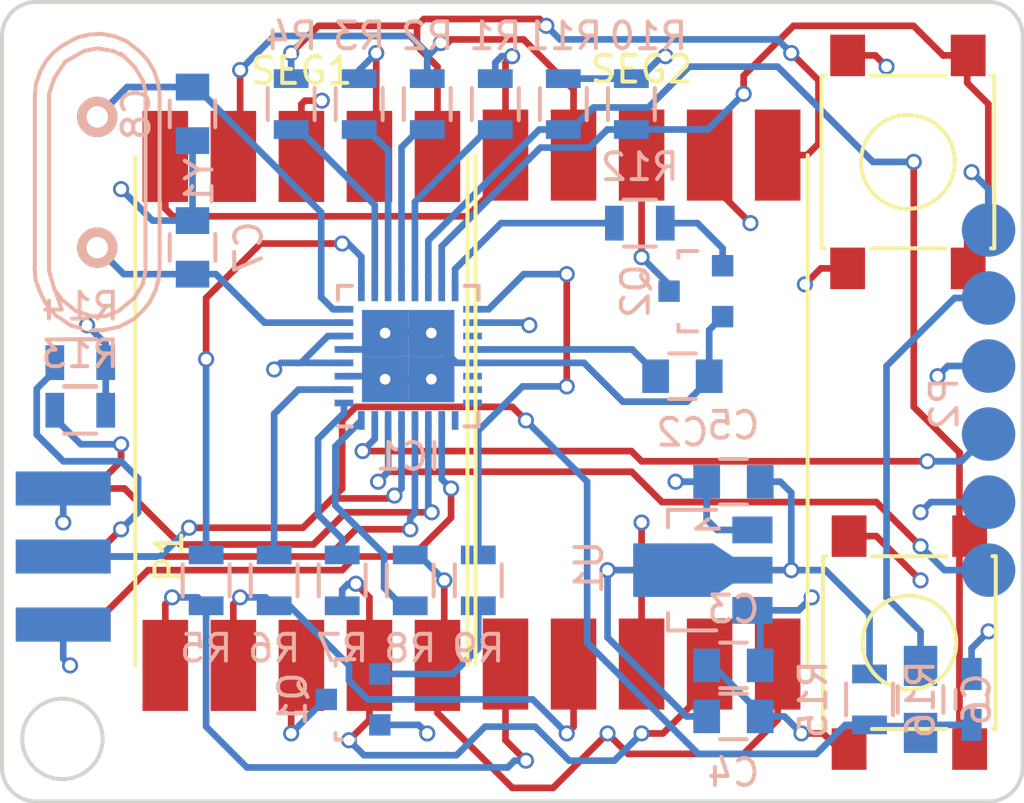
<source format=kicad_pcb>
(kicad_pcb (version 4) (host pcbnew 4.0.0-rc1-stable)

  (general
    (links 93)
    (no_connects 0)
    (area 105.969999 85.014999 144.220001 115.010001)
    (thickness 1.6)
    (drawings 9)
    (tracks 488)
    (zones 0)
    (modules 34)
    (nets 43)
  )

  (page A4)
  (layers
    (0 Front.Copper signal)
    (1 Ground.plane power)
    (2 Power.plane mixed)
    (31 Back.copper signal)
    (32 B.Adhes user hide)
    (33 F.Adhes user hide)
    (34 B.Paste user hide)
    (35 F.Paste user hide)
    (36 B.SilkS user)
    (37 F.SilkS user)
    (38 B.Mask user hide)
    (39 F.Mask user hide)
    (40 Dwgs.User user hide)
    (41 Cmts.User user hide)
    (42 Eco1.User user hide)
    (43 Eco2.User user hide)
    (44 Edge.Cuts user)
    (45 Margin user hide)
    (46 B.CrtYd user hide)
    (47 F.CrtYd user hide)
    (48 B.Fab user hide)
    (49 F.Fab user hide)
  )

  (setup
    (last_trace_width 0.25)
    (trace_clearance 0.2)
    (zone_clearance 0.508)
    (zone_45_only no)
    (trace_min 0.007874)
    (segment_width 0.2)
    (edge_width 0.15)
    (via_size 0.6)
    (via_drill 0.4)
    (via_min_size 0.015748)
    (via_min_drill 0.3)
    (uvia_size 0.3)
    (uvia_drill 0.1)
    (uvias_allowed no)
    (uvia_min_size 0.007874)
    (uvia_min_drill 0.1)
    (pcb_text_width 0.3)
    (pcb_text_size 1.5 1.5)
    (mod_edge_width 0.15)
    (mod_text_size 1 1)
    (mod_text_width 0.15)
    (pad_size 1.524 1.524)
    (pad_drill 0.762)
    (pad_to_mask_clearance 0.2)
    (aux_axis_origin 106.045 114.935)
    (grid_origin 106.045 114.935)
    (visible_elements 7FFFEFFF)
    (pcbplotparams
      (layerselection 0x010f4_80000007)
      (usegerberextensions false)
      (excludeedgelayer false)
      (linewidth 0.100000)
      (plotframeref false)
      (viasonmask false)
      (mode 1)
      (useauxorigin false)
      (hpglpennumber 1)
      (hpglpenspeed 20)
      (hpglpendiameter 15)
      (hpglpenoverlay 2)
      (psnegative false)
      (psa4output false)
      (plotreference true)
      (plotvalue false)
      (plotinvisibletext false)
      (padsonsilk false)
      (subtractmaskfromsilk false)
      (outputformat 1)
      (mirror false)
      (drillshape 0)
      (scaleselection 1)
      (outputdirectory C:/Users/angmcl/Documents/KiCAD/pick-to-light/Output/))
  )

  (net 0 "")
  (net 1 GND)
  (net 2 VCC)
  (net 3 "Net-(Q1-Pad1)")
  (net 4 "Net-(Q2-Pad1)")
  (net 5 "Net-(R1-Pad1)")
  (net 6 "Net-(R2-Pad1)")
  (net 7 "Net-(R3-Pad1)")
  (net 8 "Net-(R4-Pad1)")
  (net 9 "Net-(R5-Pad1)")
  (net 10 "Net-(R6-Pad1)")
  (net 11 "Net-(R7-Pad1)")
  (net 12 "Net-(R8-Pad1)")
  (net 13 "Net-(Q1-Pad3)")
  (net 14 "Net-(Q2-Pad3)")
  (net 15 "Net-(C2-Pad1)")
  (net 16 RAW)
  (net 17 RESET)
  (net 18 "Net-(C6-Pad2)")
  (net 19 XTAL1)
  (net 20 XTAL2)
  (net 21 "Net-(IC1-Pad1)")
  (net 22 "Net-(IC1-Pad2)")
  (net 23 "Net-(IC1-Pad9)")
  (net 24 "Net-(IC1-Pad10)")
  (net 25 "Net-(IC1-Pad11)")
  (net 26 "Net-(IC1-Pad12)")
  (net 27 "Net-(IC1-Pad13)")
  (net 28 "Net-(IC1-Pad14)")
  (net 29 "Net-(IC1-Pad15)")
  (net 30 "Net-(IC1-Pad16)")
  (net 31 "Net-(IC1-Pad17)")
  (net 32 A3)
  (net 33 A4)
  (net 34 A5)
  (net 35 RX1)
  (net 36 TX0)
  (net 37 "Net-(IC1-Pad32)")
  (net 38 "Net-(IC1-Pad19)")
  (net 39 "Net-(IC1-Pad22)")
  (net 40 "Net-(IC1-Pad23)")
  (net 41 "Net-(IC1-Pad24)")
  (net 42 "Net-(IC1-Pad25)")

  (net_class Default "This is the default net class."
    (clearance 0.2)
    (trace_width 0.25)
    (via_dia 0.6)
    (via_drill 0.4)
    (uvia_dia 0.3)
    (uvia_drill 0.1)
    (add_net A3)
    (add_net A4)
    (add_net A5)
    (add_net GND)
    (add_net "Net-(C2-Pad1)")
    (add_net "Net-(C6-Pad2)")
    (add_net "Net-(IC1-Pad1)")
    (add_net "Net-(IC1-Pad10)")
    (add_net "Net-(IC1-Pad11)")
    (add_net "Net-(IC1-Pad12)")
    (add_net "Net-(IC1-Pad13)")
    (add_net "Net-(IC1-Pad14)")
    (add_net "Net-(IC1-Pad15)")
    (add_net "Net-(IC1-Pad16)")
    (add_net "Net-(IC1-Pad17)")
    (add_net "Net-(IC1-Pad19)")
    (add_net "Net-(IC1-Pad2)")
    (add_net "Net-(IC1-Pad22)")
    (add_net "Net-(IC1-Pad23)")
    (add_net "Net-(IC1-Pad24)")
    (add_net "Net-(IC1-Pad25)")
    (add_net "Net-(IC1-Pad32)")
    (add_net "Net-(IC1-Pad9)")
    (add_net "Net-(Q1-Pad1)")
    (add_net "Net-(Q1-Pad3)")
    (add_net "Net-(Q2-Pad1)")
    (add_net "Net-(Q2-Pad3)")
    (add_net "Net-(R1-Pad1)")
    (add_net "Net-(R2-Pad1)")
    (add_net "Net-(R3-Pad1)")
    (add_net "Net-(R4-Pad1)")
    (add_net "Net-(R5-Pad1)")
    (add_net "Net-(R6-Pad1)")
    (add_net "Net-(R7-Pad1)")
    (add_net "Net-(R8-Pad1)")
    (add_net RAW)
    (add_net RESET)
    (add_net RX1)
    (add_net TX0)
    (add_net VCC)
    (add_net XTAL1)
    (add_net XTAL2)
  )

  (module Resistors_SMD:R_0805 (layer Back.copper) (tedit 5415CDEB) (tstamp 56648FBC)
    (at 129.54 88.9 90)
    (descr "Resistor SMD 0805, reflow soldering, Vishay (see dcrcw.pdf)")
    (tags "resistor 0805")
    (path /5620FD08)
    (attr smd)
    (fp_text reference R10 (at 2.54 0.635 180) (layer B.SilkS)
      (effects (font (size 1 1) (thickness 0.15)) (justify mirror))
    )
    (fp_text value 10k (at 0 -2.1 90) (layer B.Fab)
      (effects (font (size 1 1) (thickness 0.15)) (justify mirror))
    )
    (fp_line (start -1.6 1) (end 1.6 1) (layer B.CrtYd) (width 0.05))
    (fp_line (start -1.6 -1) (end 1.6 -1) (layer B.CrtYd) (width 0.05))
    (fp_line (start -1.6 1) (end -1.6 -1) (layer B.CrtYd) (width 0.05))
    (fp_line (start 1.6 1) (end 1.6 -1) (layer B.CrtYd) (width 0.05))
    (fp_line (start 0.6 -0.875) (end -0.6 -0.875) (layer B.SilkS) (width 0.15))
    (fp_line (start -0.6 0.875) (end 0.6 0.875) (layer B.SilkS) (width 0.15))
    (pad 1 smd rect (at -0.95 0 90) (size 0.7 1.3) (layers Back.copper B.Paste B.Mask)
      (net 29 "Net-(IC1-Pad15)"))
    (pad 2 smd rect (at 0.95 0 90) (size 0.7 1.3) (layers Back.copper B.Paste B.Mask)
      (net 2 VCC))
    (model Resistors_SMD.3dshapes/R_0805.wrl
      (at (xyz 0 0 0))
      (scale (xyz 1 1 1))
      (rotate (xyz 0 0 0))
    )
  )

  (module PTL-footprints:SW_SPST_PTS645 (layer Front.Copper) (tedit 5622D26D) (tstamp 56247431)
    (at 139.918 109.004 270)
    (descr "C&K Components SPST SMD PTS645 Series 6mm Tact Switch")
    (tags "SPST Button Switch")
    (path /5620F51A)
    (fp_text reference SW1 (at 0 -0.8 270) (layer B.SilkS) hide
      (effects (font (size 1 1) (thickness 0.15)) (justify mirror))
    )
    (fp_text value SW_PUSH (at 0.05 0.925 270) (layer F.Fab) hide
      (effects (font (size 1 1) (thickness 0.15)))
    )
    (fp_circle (center 0 0) (end 1.75 -0.05) (layer F.SilkS) (width 0.15))
    (fp_line (start 5.05 3.4) (end 5.05 -3.4) (layer F.CrtYd) (width 0.05))
    (fp_line (start -5.05 -3.4) (end -5.05 3.4) (layer F.CrtYd) (width 0.05))
    (fp_line (start -5.05 3.4) (end 5.05 3.4) (layer F.CrtYd) (width 0.05))
    (fp_line (start -5.05 -3.4) (end 5.05 -3.4) (layer F.CrtYd) (width 0.05))
    (fp_line (start 3.225 -3.225) (end 3.225 -3.1) (layer F.SilkS) (width 0.15))
    (fp_line (start 3.225 3.225) (end 3.225 3.1) (layer F.SilkS) (width 0.15))
    (fp_line (start -3.225 3.225) (end -3.225 3.1) (layer F.SilkS) (width 0.15))
    (fp_line (start -3.225 -3.1) (end -3.225 -3.225) (layer F.SilkS) (width 0.15))
    (fp_line (start 3.225 -1.4) (end 3.225 1.4) (layer F.SilkS) (width 0.15))
    (fp_line (start -3.225 -3.225) (end 3.225 -3.225) (layer F.SilkS) (width 0.15))
    (fp_line (start -3.225 -1.4) (end -3.225 1.4) (layer F.SilkS) (width 0.15))
    (fp_line (start -3.225 3.225) (end 3.225 3.225) (layer F.SilkS) (width 0.15))
    (pad 2 smd rect (at -3.975 2.25 270) (size 1.55 1.3) (layers Front.Copper F.Paste F.Mask)
      (net 1 GND))
    (pad 1 smd rect (at -3.975 -2.25 270) (size 1.55 1.3) (layers Front.Copper F.Paste F.Mask)
      (net 28 "Net-(IC1-Pad14)"))
    (pad 1 smd rect (at 3.975 -2.25 270) (size 1.55 1.3) (layers Front.Copper F.Paste F.Mask)
      (net 28 "Net-(IC1-Pad14)"))
    (pad 2 smd rect (at 3.975 2.25 270) (size 1.55 1.3) (layers Front.Copper F.Paste F.Mask)
      (net 1 GND))
    (model "C:/Users/angmcl/Documents/KiCAD/pick-to-light/CAD Files/tactile-push-button-6x6.wrl"
      (at (xyz 0 0 0))
      (scale (xyz 0.3937007874015748 0.3937007874015748 0.3937007874015748))
      (rotate (xyz -90 0 0))
    )
  )

  (module PTL-footprints:ACSC56-41SRWA-F01 (layer Front.Copper) (tedit 56204F3F) (tstamp 56205123)
    (at 129.921 100.305)
    (path /562025B1)
    (fp_text reference SEG2 (at 0 -12.7) (layer F.SilkS)
      (effects (font (size 1 1) (thickness 0.15)))
    )
    (fp_text value HDSP-C5A3 (at 0 -2.54) (layer F.Fab)
      (effects (font (size 1 1) (thickness 0.15)))
    )
    (fp_line (start -6.2 -9.5) (end -6.2 9.5) (layer F.SilkS) (width 0.15))
    (fp_line (start 6.2 9.5) (end 6.2 -9.5) (layer F.SilkS) (width 0.15))
    (pad 1 smd rect (at -5.08 9.5) (size 1.7 3.4) (layers Front.Copper F.Paste F.Mask)
      (net 9 "Net-(R5-Pad1)"))
    (pad 2 smd rect (at -2.54 9.5) (size 1.7 3.4) (layers Front.Copper F.Paste F.Mask)
      (net 10 "Net-(R6-Pad1)"))
    (pad 3 smd rect (at 0 9.5) (size 1.7 3.4) (layers Front.Copper F.Paste F.Mask)
      (net 14 "Net-(Q2-Pad3)"))
    (pad 4 smd rect (at 2.54 9.5) (size 1.7 3.4) (layers Front.Copper F.Paste F.Mask)
      (net 11 "Net-(R7-Pad1)"))
    (pad 5 smd rect (at 5.08 9.5) (size 1.7 3.4) (layers Front.Copper F.Paste F.Mask)
      (net 12 "Net-(R8-Pad1)"))
    (pad 6 smd rect (at 5.08 -9.5) (size 1.7 3.4) (layers Front.Copper F.Paste F.Mask)
      (net 8 "Net-(R4-Pad1)"))
    (pad 7 smd rect (at 2.54 -9.5) (size 1.7 3.4) (layers Front.Copper F.Paste F.Mask)
      (net 7 "Net-(R3-Pad1)"))
    (pad 8 smd rect (at 0 -9.5) (size 1.7 3.4) (layers Front.Copper F.Paste F.Mask)
      (net 14 "Net-(Q2-Pad3)"))
    (pad 9 smd rect (at -2.54 -9.5) (size 1.7 3.4) (layers Front.Copper F.Paste F.Mask)
      (net 6 "Net-(R2-Pad1)"))
    (pad 10 smd rect (at -5.08 -9.5) (size 1.7 3.4) (layers Front.Copper F.Paste F.Mask)
      (net 5 "Net-(R1-Pad1)"))
    (model C:/Users/angmcl/Documents/KiCAD/pick-to-light/PTL-footprints.pretty/ascs56-41srwa-f01.wrl
      (at (xyz 0 0 0))
      (scale (xyz 0.393701 0.393701 0.393701))
      (rotate (xyz -90 0 0))
    )
  )

  (module PTL-footprints:ACSC56-41SRWA-F01 (layer Front.Copper) (tedit 56204F3F) (tstamp 56205113)
    (at 117.221 100.355)
    (path /5620254A)
    (fp_text reference SEG1 (at 0 -12.7) (layer F.SilkS)
      (effects (font (size 1 1) (thickness 0.15)))
    )
    (fp_text value HDSP-C5A3 (at 0 -2.54) (layer F.Fab)
      (effects (font (size 1 1) (thickness 0.15)))
    )
    (fp_line (start -6.2 -9.5) (end -6.2 9.5) (layer F.SilkS) (width 0.15))
    (fp_line (start 6.2 9.5) (end 6.2 -9.5) (layer F.SilkS) (width 0.15))
    (pad 1 smd rect (at -5.08 9.5) (size 1.7 3.4) (layers Front.Copper F.Paste F.Mask)
      (net 9 "Net-(R5-Pad1)"))
    (pad 2 smd rect (at -2.54 9.5) (size 1.7 3.4) (layers Front.Copper F.Paste F.Mask)
      (net 10 "Net-(R6-Pad1)"))
    (pad 3 smd rect (at 0 9.5) (size 1.7 3.4) (layers Front.Copper F.Paste F.Mask)
      (net 13 "Net-(Q1-Pad3)"))
    (pad 4 smd rect (at 2.54 9.5) (size 1.7 3.4) (layers Front.Copper F.Paste F.Mask)
      (net 11 "Net-(R7-Pad1)"))
    (pad 5 smd rect (at 5.08 9.5) (size 1.7 3.4) (layers Front.Copper F.Paste F.Mask)
      (net 12 "Net-(R8-Pad1)"))
    (pad 6 smd rect (at 5.08 -9.5) (size 1.7 3.4) (layers Front.Copper F.Paste F.Mask)
      (net 8 "Net-(R4-Pad1)"))
    (pad 7 smd rect (at 2.54 -9.5) (size 1.7 3.4) (layers Front.Copper F.Paste F.Mask)
      (net 7 "Net-(R3-Pad1)"))
    (pad 8 smd rect (at 0 -9.5) (size 1.7 3.4) (layers Front.Copper F.Paste F.Mask)
      (net 13 "Net-(Q1-Pad3)"))
    (pad 9 smd rect (at -2.54 -9.5) (size 1.7 3.4) (layers Front.Copper F.Paste F.Mask)
      (net 6 "Net-(R2-Pad1)"))
    (pad 10 smd rect (at -5.08 -9.5) (size 1.7 3.4) (layers Front.Copper F.Paste F.Mask)
      (net 5 "Net-(R1-Pad1)"))
    (model C:/Users/angmcl/Documents/KiCAD/pick-to-light/PTL-footprints.pretty/ascs56-41srwa-f01.wrl
      (at (xyz 0 0 0))
      (scale (xyz 0.393701 0.393701 0.393701))
      (rotate (xyz -90 0 0))
    )
  )

  (module PTL-footprints:SW_SPST_PTS645 (layer Front.Copper) (tedit 5622D26D) (tstamp 56247446)
    (at 139.863 91.059 270)
    (descr "C&K Components SPST SMD PTS645 Series 6mm Tact Switch")
    (tags "SPST Button Switch")
    (path /5620F5C8)
    (fp_text reference SW2 (at 0 -0.8 270) (layer F.SilkS) hide
      (effects (font (size 1 1) (thickness 0.15)))
    )
    (fp_text value SW_PUSH (at 0.05 0.925 270) (layer F.Fab) hide
      (effects (font (size 1 1) (thickness 0.15)))
    )
    (fp_circle (center 0 0) (end 1.75 -0.05) (layer F.SilkS) (width 0.15))
    (fp_line (start 5.05 3.4) (end 5.05 -3.4) (layer F.CrtYd) (width 0.05))
    (fp_line (start -5.05 -3.4) (end -5.05 3.4) (layer F.CrtYd) (width 0.05))
    (fp_line (start -5.05 3.4) (end 5.05 3.4) (layer F.CrtYd) (width 0.05))
    (fp_line (start -5.05 -3.4) (end 5.05 -3.4) (layer F.CrtYd) (width 0.05))
    (fp_line (start 3.225 -3.225) (end 3.225 -3.1) (layer F.SilkS) (width 0.15))
    (fp_line (start 3.225 3.225) (end 3.225 3.1) (layer F.SilkS) (width 0.15))
    (fp_line (start -3.225 3.225) (end -3.225 3.1) (layer F.SilkS) (width 0.15))
    (fp_line (start -3.225 -3.1) (end -3.225 -3.225) (layer F.SilkS) (width 0.15))
    (fp_line (start 3.225 -1.4) (end 3.225 1.4) (layer F.SilkS) (width 0.15))
    (fp_line (start -3.225 -3.225) (end 3.225 -3.225) (layer F.SilkS) (width 0.15))
    (fp_line (start -3.225 -1.4) (end -3.225 1.4) (layer F.SilkS) (width 0.15))
    (fp_line (start -3.225 3.225) (end 3.225 3.225) (layer F.SilkS) (width 0.15))
    (pad 2 smd rect (at -3.975 2.25 270) (size 1.55 1.3) (layers Front.Copper F.Paste F.Mask)
      (net 1 GND))
    (pad 1 smd rect (at -3.975 -2.25 270) (size 1.55 1.3) (layers Front.Copper F.Paste F.Mask)
      (net 29 "Net-(IC1-Pad15)"))
    (pad 1 smd rect (at 3.975 -2.25 270) (size 1.55 1.3) (layers Front.Copper F.Paste F.Mask)
      (net 29 "Net-(IC1-Pad15)"))
    (pad 2 smd rect (at 3.975 2.25 270) (size 1.55 1.3) (layers Front.Copper F.Paste F.Mask)
      (net 1 GND))
    (model "C:/Users/angmcl/Documents/KiCAD/pick-to-light/CAD Files/tactile-push-button-6x6.wrl"
      (at (xyz 0 0 0))
      (scale (xyz 0.3937007874015748 0.3937007874015748 0.3937007874015748))
      (rotate (xyz -90 0 0))
    )
  )

  (module Resistors_SMD:R_0805 (layer Back.copper) (tedit 5415CDEB) (tstamp 56648FC1)
    (at 127 88.9 90)
    (descr "Resistor SMD 0805, reflow soldering, Vishay (see dcrcw.pdf)")
    (tags "resistor 0805")
    (path /5620FDB8)
    (attr smd)
    (fp_text reference R11 (at 2.54 0 180) (layer B.SilkS)
      (effects (font (size 1 1) (thickness 0.15)) (justify mirror))
    )
    (fp_text value 10k (at 0 -2.1 90) (layer B.Fab)
      (effects (font (size 1 1) (thickness 0.15)) (justify mirror))
    )
    (fp_line (start -1.6 1) (end 1.6 1) (layer B.CrtYd) (width 0.05))
    (fp_line (start -1.6 -1) (end 1.6 -1) (layer B.CrtYd) (width 0.05))
    (fp_line (start -1.6 1) (end -1.6 -1) (layer B.CrtYd) (width 0.05))
    (fp_line (start 1.6 1) (end 1.6 -1) (layer B.CrtYd) (width 0.05))
    (fp_line (start 0.6 -0.875) (end -0.6 -0.875) (layer B.SilkS) (width 0.15))
    (fp_line (start -0.6 0.875) (end 0.6 0.875) (layer B.SilkS) (width 0.15))
    (pad 1 smd rect (at -0.95 0 90) (size 0.7 1.3) (layers Back.copper B.Paste B.Mask)
      (net 28 "Net-(IC1-Pad14)"))
    (pad 2 smd rect (at 0.95 0 90) (size 0.7 1.3) (layers Back.copper B.Paste B.Mask)
      (net 2 VCC))
    (model Resistors_SMD.3dshapes/R_0805.wrl
      (at (xyz 0 0 0))
      (scale (xyz 1 1 1))
      (rotate (xyz 0 0 0))
    )
  )

  (module Resistors_SMD:R_0805 (layer Back.copper) (tedit 5415CDEB) (tstamp 56648F9E)
    (at 116.84 88.9 270)
    (descr "Resistor SMD 0805, reflow soldering, Vishay (see dcrcw.pdf)")
    (tags "resistor 0805")
    (path /56683DE4)
    (attr smd)
    (fp_text reference R4 (at -2.54 0 360) (layer B.SilkS)
      (effects (font (size 1 1) (thickness 0.15)) (justify mirror))
    )
    (fp_text value 110 (at 0 -2.1 270) (layer B.Fab)
      (effects (font (size 1 1) (thickness 0.15)) (justify mirror))
    )
    (fp_line (start -1.6 1) (end 1.6 1) (layer B.CrtYd) (width 0.05))
    (fp_line (start -1.6 -1) (end 1.6 -1) (layer B.CrtYd) (width 0.05))
    (fp_line (start -1.6 1) (end -1.6 -1) (layer B.CrtYd) (width 0.05))
    (fp_line (start 1.6 1) (end 1.6 -1) (layer B.CrtYd) (width 0.05))
    (fp_line (start 0.6 -0.875) (end -0.6 -0.875) (layer B.SilkS) (width 0.15))
    (fp_line (start -0.6 0.875) (end 0.6 0.875) (layer B.SilkS) (width 0.15))
    (pad 1 smd rect (at -0.95 0 270) (size 0.7 1.3) (layers Back.copper B.Paste B.Mask)
      (net 8 "Net-(R4-Pad1)"))
    (pad 2 smd rect (at 0.95 0 270) (size 0.7 1.3) (layers Back.copper B.Paste B.Mask)
      (net 24 "Net-(IC1-Pad10)"))
    (model Resistors_SMD.3dshapes/R_0805.wrl
      (at (xyz 0 0 0))
      (scale (xyz 1 1 1))
      (rotate (xyz 0 0 0))
    )
  )

  (module Capacitors_SMD:C_0805 (layer Back.copper) (tedit 5415D6EA) (tstamp 56648F46)
    (at 131.445 99.06)
    (descr "Capacitor SMD 0805, reflow soldering, AVX (see smccp.pdf)")
    (tags "capacitor 0805")
    (path /56624C0C)
    (attr smd)
    (fp_text reference C2 (at 0 2.1) (layer B.SilkS)
      (effects (font (size 1 1) (thickness 0.15)) (justify mirror))
    )
    (fp_text value 0.1uF (at 0 -2.1) (layer B.Fab)
      (effects (font (size 1 1) (thickness 0.15)) (justify mirror))
    )
    (fp_line (start -1.8 1) (end 1.8 1) (layer B.CrtYd) (width 0.05))
    (fp_line (start -1.8 -1) (end 1.8 -1) (layer B.CrtYd) (width 0.05))
    (fp_line (start -1.8 1) (end -1.8 -1) (layer B.CrtYd) (width 0.05))
    (fp_line (start 1.8 1) (end 1.8 -1) (layer B.CrtYd) (width 0.05))
    (fp_line (start 0.5 0.85) (end -0.5 0.85) (layer B.SilkS) (width 0.15))
    (fp_line (start -0.5 -0.85) (end 0.5 -0.85) (layer B.SilkS) (width 0.15))
    (pad 1 smd rect (at -1 0) (size 1 1.25) (layers Back.copper B.Paste B.Mask)
      (net 15 "Net-(C2-Pad1)"))
    (pad 2 smd rect (at 1 0) (size 1 1.25) (layers Back.copper B.Paste B.Mask)
      (net 1 GND))
    (model Capacitors_SMD.3dshapes/C_0805.wrl
      (at (xyz 0 0 0))
      (scale (xyz 1 1 1))
      (rotate (xyz 0 0 0))
    )
  )

  (module Capacitors_SMD:C_0805 (layer Back.copper) (tedit 5415D6EA) (tstamp 56648F4C)
    (at 133.35 109.855 180)
    (descr "Capacitor SMD 0805, reflow soldering, AVX (see smccp.pdf)")
    (tags "capacitor 0805")
    (path /5666E25E)
    (attr smd)
    (fp_text reference C3 (at 0 2.1 180) (layer B.SilkS)
      (effects (font (size 1 1) (thickness 0.15)) (justify mirror))
    )
    (fp_text value 10uF (at 0 -2.1 180) (layer B.Fab)
      (effects (font (size 1 1) (thickness 0.15)) (justify mirror))
    )
    (fp_line (start -1.8 1) (end 1.8 1) (layer B.CrtYd) (width 0.05))
    (fp_line (start -1.8 -1) (end 1.8 -1) (layer B.CrtYd) (width 0.05))
    (fp_line (start -1.8 1) (end -1.8 -1) (layer B.CrtYd) (width 0.05))
    (fp_line (start 1.8 1) (end 1.8 -1) (layer B.CrtYd) (width 0.05))
    (fp_line (start 0.5 0.85) (end -0.5 0.85) (layer B.SilkS) (width 0.15))
    (fp_line (start -0.5 -0.85) (end 0.5 -0.85) (layer B.SilkS) (width 0.15))
    (pad 1 smd rect (at -1 0 180) (size 1 1.25) (layers Back.copper B.Paste B.Mask)
      (net 16 RAW))
    (pad 2 smd rect (at 1 0 180) (size 1 1.25) (layers Back.copper B.Paste B.Mask)
      (net 1 GND))
    (model Capacitors_SMD.3dshapes/C_0805.wrl
      (at (xyz 0 0 0))
      (scale (xyz 1 1 1))
      (rotate (xyz 0 0 0))
    )
  )

  (module Capacitors_SMD:C_0805 (layer Back.copper) (tedit 5415D6EA) (tstamp 56648F52)
    (at 133.35 111.76)
    (descr "Capacitor SMD 0805, reflow soldering, AVX (see smccp.pdf)")
    (tags "capacitor 0805")
    (path /5666E314)
    (attr smd)
    (fp_text reference C4 (at 0 2.1) (layer B.SilkS)
      (effects (font (size 1 1) (thickness 0.15)) (justify mirror))
    )
    (fp_text value 22uF (at 0 -2.1) (layer B.Fab)
      (effects (font (size 1 1) (thickness 0.15)) (justify mirror))
    )
    (fp_line (start -1.8 1) (end 1.8 1) (layer B.CrtYd) (width 0.05))
    (fp_line (start -1.8 -1) (end 1.8 -1) (layer B.CrtYd) (width 0.05))
    (fp_line (start -1.8 1) (end -1.8 -1) (layer B.CrtYd) (width 0.05))
    (fp_line (start 1.8 1) (end 1.8 -1) (layer B.CrtYd) (width 0.05))
    (fp_line (start 0.5 0.85) (end -0.5 0.85) (layer B.SilkS) (width 0.15))
    (fp_line (start -0.5 -0.85) (end 0.5 -0.85) (layer B.SilkS) (width 0.15))
    (pad 1 smd rect (at -1 0) (size 1 1.25) (layers Back.copper B.Paste B.Mask)
      (net 2 VCC))
    (pad 2 smd rect (at 1 0) (size 1 1.25) (layers Back.copper B.Paste B.Mask)
      (net 1 GND))
    (model Capacitors_SMD.3dshapes/C_0805.wrl
      (at (xyz 0 0 0))
      (scale (xyz 1 1 1))
      (rotate (xyz 0 0 0))
    )
  )

  (module Capacitors_SMD:C_0805 (layer Back.copper) (tedit 5415D6EA) (tstamp 56648F58)
    (at 133.35 102.997 180)
    (descr "Capacitor SMD 0805, reflow soldering, AVX (see smccp.pdf)")
    (tags "capacitor 0805")
    (path /5667108E)
    (attr smd)
    (fp_text reference C5 (at 0 2.1 180) (layer B.SilkS)
      (effects (font (size 1 1) (thickness 0.15)) (justify mirror))
    )
    (fp_text value 0.1uF (at 0 -2.1 180) (layer B.Fab)
      (effects (font (size 1 1) (thickness 0.15)) (justify mirror))
    )
    (fp_line (start -1.8 1) (end 1.8 1) (layer B.CrtYd) (width 0.05))
    (fp_line (start -1.8 -1) (end 1.8 -1) (layer B.CrtYd) (width 0.05))
    (fp_line (start -1.8 1) (end -1.8 -1) (layer B.CrtYd) (width 0.05))
    (fp_line (start 1.8 1) (end 1.8 -1) (layer B.CrtYd) (width 0.05))
    (fp_line (start 0.5 0.85) (end -0.5 0.85) (layer B.SilkS) (width 0.15))
    (fp_line (start -0.5 -0.85) (end 0.5 -0.85) (layer B.SilkS) (width 0.15))
    (pad 1 smd rect (at -1 0 180) (size 1 1.25) (layers Back.copper B.Paste B.Mask)
      (net 2 VCC))
    (pad 2 smd rect (at 1 0 180) (size 1 1.25) (layers Back.copper B.Paste B.Mask)
      (net 1 GND))
    (model Capacitors_SMD.3dshapes/C_0805.wrl
      (at (xyz 0 0 0))
      (scale (xyz 1 1 1))
      (rotate (xyz 0 0 0))
    )
  )

  (module Capacitors_SMD:C_0805 (layer Back.copper) (tedit 5415D6EA) (tstamp 56648F64)
    (at 113.157 94.25 90)
    (descr "Capacitor SMD 0805, reflow soldering, AVX (see smccp.pdf)")
    (tags "capacitor 0805")
    (path /5661FDC5)
    (attr smd)
    (fp_text reference C7 (at 0 2.1 90) (layer B.SilkS)
      (effects (font (size 1 1) (thickness 0.15)) (justify mirror))
    )
    (fp_text value 15pF (at 0 -2.1 90) (layer B.Fab)
      (effects (font (size 1 1) (thickness 0.15)) (justify mirror))
    )
    (fp_line (start -1.8 1) (end 1.8 1) (layer B.CrtYd) (width 0.05))
    (fp_line (start -1.8 -1) (end 1.8 -1) (layer B.CrtYd) (width 0.05))
    (fp_line (start -1.8 1) (end -1.8 -1) (layer B.CrtYd) (width 0.05))
    (fp_line (start 1.8 1) (end 1.8 -1) (layer B.CrtYd) (width 0.05))
    (fp_line (start 0.5 0.85) (end -0.5 0.85) (layer B.SilkS) (width 0.15))
    (fp_line (start -0.5 -0.85) (end 0.5 -0.85) (layer B.SilkS) (width 0.15))
    (pad 1 smd rect (at -1 0 90) (size 1 1.25) (layers Back.copper B.Paste B.Mask)
      (net 19 XTAL1))
    (pad 2 smd rect (at 1 0 90) (size 1 1.25) (layers Back.copper B.Paste B.Mask)
      (net 1 GND))
    (model Capacitors_SMD.3dshapes/C_0805.wrl
      (at (xyz 0 0 0))
      (scale (xyz 1 1 1))
      (rotate (xyz 0 0 0))
    )
  )

  (module Capacitors_SMD:C_0805 (layer Back.copper) (tedit 5415D6EA) (tstamp 56648F6A)
    (at 113.157 89.265 270)
    (descr "Capacitor SMD 0805, reflow soldering, AVX (see smccp.pdf)")
    (tags "capacitor 0805")
    (path /5661FE57)
    (attr smd)
    (fp_text reference C8 (at 0 2.1 270) (layer B.SilkS)
      (effects (font (size 1 1) (thickness 0.15)) (justify mirror))
    )
    (fp_text value 15pF (at 0 -2.1 270) (layer B.Fab)
      (effects (font (size 1 1) (thickness 0.15)) (justify mirror))
    )
    (fp_line (start -1.8 1) (end 1.8 1) (layer B.CrtYd) (width 0.05))
    (fp_line (start -1.8 -1) (end 1.8 -1) (layer B.CrtYd) (width 0.05))
    (fp_line (start -1.8 1) (end -1.8 -1) (layer B.CrtYd) (width 0.05))
    (fp_line (start 1.8 1) (end 1.8 -1) (layer B.CrtYd) (width 0.05))
    (fp_line (start 0.5 0.85) (end -0.5 0.85) (layer B.SilkS) (width 0.15))
    (fp_line (start -0.5 -0.85) (end 0.5 -0.85) (layer B.SilkS) (width 0.15))
    (pad 1 smd rect (at -1 0 270) (size 1 1.25) (layers Back.copper B.Paste B.Mask)
      (net 20 XTAL2))
    (pad 2 smd rect (at 1 0 270) (size 1 1.25) (layers Back.copper B.Paste B.Mask)
      (net 1 GND))
    (model Capacitors_SMD.3dshapes/C_0805.wrl
      (at (xyz 0 0 0))
      (scale (xyz 1 1 1))
      (rotate (xyz 0 0 0))
    )
  )

  (module Resistors_SMD:R_0805 (layer Back.copper) (tedit 5415CDEB) (tstamp 56648F8F)
    (at 124.46 88.9 270)
    (descr "Resistor SMD 0805, reflow soldering, Vishay (see dcrcw.pdf)")
    (tags "resistor 0805")
    (path /56200E41)
    (attr smd)
    (fp_text reference R1 (at -2.54 0 360) (layer B.SilkS)
      (effects (font (size 1 1) (thickness 0.15)) (justify mirror))
    )
    (fp_text value 110 (at 0 -2.1 270) (layer B.Fab)
      (effects (font (size 1 1) (thickness 0.15)) (justify mirror))
    )
    (fp_line (start -1.6 1) (end 1.6 1) (layer B.CrtYd) (width 0.05))
    (fp_line (start -1.6 -1) (end 1.6 -1) (layer B.CrtYd) (width 0.05))
    (fp_line (start -1.6 1) (end -1.6 -1) (layer B.CrtYd) (width 0.05))
    (fp_line (start 1.6 1) (end 1.6 -1) (layer B.CrtYd) (width 0.05))
    (fp_line (start 0.6 -0.875) (end -0.6 -0.875) (layer B.SilkS) (width 0.15))
    (fp_line (start -0.6 0.875) (end 0.6 0.875) (layer B.SilkS) (width 0.15))
    (pad 1 smd rect (at -0.95 0 270) (size 0.7 1.3) (layers Back.copper B.Paste B.Mask)
      (net 5 "Net-(R1-Pad1)"))
    (pad 2 smd rect (at 0.95 0 270) (size 0.7 1.3) (layers Back.copper B.Paste B.Mask)
      (net 27 "Net-(IC1-Pad13)"))
    (model Resistors_SMD.3dshapes/R_0805.wrl
      (at (xyz 0 0 0))
      (scale (xyz 1 1 1))
      (rotate (xyz 0 0 0))
    )
  )

  (module Resistors_SMD:R_0805 (layer Back.copper) (tedit 5415CDEB) (tstamp 56648F94)
    (at 121.92 88.9 270)
    (descr "Resistor SMD 0805, reflow soldering, Vishay (see dcrcw.pdf)")
    (tags "resistor 0805")
    (path /56683CC8)
    (attr smd)
    (fp_text reference R2 (at -2.54 0 540) (layer B.SilkS)
      (effects (font (size 1 1) (thickness 0.15)) (justify mirror))
    )
    (fp_text value 110 (at 0 -2.1 270) (layer B.Fab)
      (effects (font (size 1 1) (thickness 0.15)) (justify mirror))
    )
    (fp_line (start -1.6 1) (end 1.6 1) (layer B.CrtYd) (width 0.05))
    (fp_line (start -1.6 -1) (end 1.6 -1) (layer B.CrtYd) (width 0.05))
    (fp_line (start -1.6 1) (end -1.6 -1) (layer B.CrtYd) (width 0.05))
    (fp_line (start 1.6 1) (end 1.6 -1) (layer B.CrtYd) (width 0.05))
    (fp_line (start 0.6 -0.875) (end -0.6 -0.875) (layer B.SilkS) (width 0.15))
    (fp_line (start -0.6 0.875) (end 0.6 0.875) (layer B.SilkS) (width 0.15))
    (pad 1 smd rect (at -0.95 0 270) (size 0.7 1.3) (layers Back.copper B.Paste B.Mask)
      (net 6 "Net-(R2-Pad1)"))
    (pad 2 smd rect (at 0.95 0 270) (size 0.7 1.3) (layers Back.copper B.Paste B.Mask)
      (net 26 "Net-(IC1-Pad12)"))
    (model Resistors_SMD.3dshapes/R_0805.wrl
      (at (xyz 0 0 0))
      (scale (xyz 1 1 1))
      (rotate (xyz 0 0 0))
    )
  )

  (module Resistors_SMD:R_0805 (layer Back.copper) (tedit 5415CDEB) (tstamp 56648F99)
    (at 119.38 88.9 270)
    (descr "Resistor SMD 0805, reflow soldering, Vishay (see dcrcw.pdf)")
    (tags "resistor 0805")
    (path /56683D52)
    (attr smd)
    (fp_text reference R3 (at -2.54 0 360) (layer B.SilkS)
      (effects (font (size 1 1) (thickness 0.15)) (justify mirror))
    )
    (fp_text value 110 (at 0 -2.1 270) (layer B.Fab)
      (effects (font (size 1 1) (thickness 0.15)) (justify mirror))
    )
    (fp_line (start -1.6 1) (end 1.6 1) (layer B.CrtYd) (width 0.05))
    (fp_line (start -1.6 -1) (end 1.6 -1) (layer B.CrtYd) (width 0.05))
    (fp_line (start -1.6 1) (end -1.6 -1) (layer B.CrtYd) (width 0.05))
    (fp_line (start 1.6 1) (end 1.6 -1) (layer B.CrtYd) (width 0.05))
    (fp_line (start 0.6 -0.875) (end -0.6 -0.875) (layer B.SilkS) (width 0.15))
    (fp_line (start -0.6 0.875) (end 0.6 0.875) (layer B.SilkS) (width 0.15))
    (pad 1 smd rect (at -0.95 0 270) (size 0.7 1.3) (layers Back.copper B.Paste B.Mask)
      (net 7 "Net-(R3-Pad1)"))
    (pad 2 smd rect (at 0.95 0 270) (size 0.7 1.3) (layers Back.copper B.Paste B.Mask)
      (net 25 "Net-(IC1-Pad11)"))
    (model Resistors_SMD.3dshapes/R_0805.wrl
      (at (xyz 0 0 0))
      (scale (xyz 1 1 1))
      (rotate (xyz 0 0 0))
    )
  )

  (module Resistors_SMD:R_0805 (layer Back.copper) (tedit 5415CDEB) (tstamp 56648FA3)
    (at 113.665 106.68 90)
    (descr "Resistor SMD 0805, reflow soldering, Vishay (see dcrcw.pdf)")
    (tags "resistor 0805")
    (path /56683E72)
    (attr smd)
    (fp_text reference R5 (at -2.54 0 180) (layer B.SilkS)
      (effects (font (size 1 1) (thickness 0.15)) (justify mirror))
    )
    (fp_text value 110 (at 0 -2.1 90) (layer B.Fab)
      (effects (font (size 1 1) (thickness 0.15)) (justify mirror))
    )
    (fp_line (start -1.6 1) (end 1.6 1) (layer B.CrtYd) (width 0.05))
    (fp_line (start -1.6 -1) (end 1.6 -1) (layer B.CrtYd) (width 0.05))
    (fp_line (start -1.6 1) (end -1.6 -1) (layer B.CrtYd) (width 0.05))
    (fp_line (start 1.6 1) (end 1.6 -1) (layer B.CrtYd) (width 0.05))
    (fp_line (start 0.6 -0.875) (end -0.6 -0.875) (layer B.SilkS) (width 0.15))
    (fp_line (start -0.6 0.875) (end 0.6 0.875) (layer B.SilkS) (width 0.15))
    (pad 1 smd rect (at -0.95 0 90) (size 0.7 1.3) (layers Back.copper B.Paste B.Mask)
      (net 9 "Net-(R5-Pad1)"))
    (pad 2 smd rect (at 0.95 0 90) (size 0.7 1.3) (layers Back.copper B.Paste B.Mask)
      (net 23 "Net-(IC1-Pad9)"))
    (model Resistors_SMD.3dshapes/R_0805.wrl
      (at (xyz 0 0 0))
      (scale (xyz 1 1 1))
      (rotate (xyz 0 0 0))
    )
  )

  (module Resistors_SMD:R_0805 (layer Back.copper) (tedit 5415CDEB) (tstamp 56648FA8)
    (at 116.205 106.68 90)
    (descr "Resistor SMD 0805, reflow soldering, Vishay (see dcrcw.pdf)")
    (tags "resistor 0805")
    (path /56683F44)
    (attr smd)
    (fp_text reference R6 (at -2.54 0 180) (layer B.SilkS)
      (effects (font (size 1 1) (thickness 0.15)) (justify mirror))
    )
    (fp_text value 110 (at 0 -2.1 90) (layer B.Fab)
      (effects (font (size 1 1) (thickness 0.15)) (justify mirror))
    )
    (fp_line (start -1.6 1) (end 1.6 1) (layer B.CrtYd) (width 0.05))
    (fp_line (start -1.6 -1) (end 1.6 -1) (layer B.CrtYd) (width 0.05))
    (fp_line (start -1.6 1) (end -1.6 -1) (layer B.CrtYd) (width 0.05))
    (fp_line (start 1.6 1) (end 1.6 -1) (layer B.CrtYd) (width 0.05))
    (fp_line (start 0.6 -0.875) (end -0.6 -0.875) (layer B.SilkS) (width 0.15))
    (fp_line (start -0.6 0.875) (end 0.6 0.875) (layer B.SilkS) (width 0.15))
    (pad 1 smd rect (at -0.95 0 90) (size 0.7 1.3) (layers Back.copper B.Paste B.Mask)
      (net 10 "Net-(R6-Pad1)"))
    (pad 2 smd rect (at 0.95 0 90) (size 0.7 1.3) (layers Back.copper B.Paste B.Mask)
      (net 22 "Net-(IC1-Pad2)"))
    (model Resistors_SMD.3dshapes/R_0805.wrl
      (at (xyz 0 0 0))
      (scale (xyz 1 1 1))
      (rotate (xyz 0 0 0))
    )
  )

  (module Resistors_SMD:R_0805 (layer Back.copper) (tedit 5415CDEB) (tstamp 56648FAD)
    (at 118.745 106.68 90)
    (descr "Resistor SMD 0805, reflow soldering, Vishay (see dcrcw.pdf)")
    (tags "resistor 0805")
    (path /56683FDA)
    (attr smd)
    (fp_text reference R7 (at -2.54 0 180) (layer B.SilkS)
      (effects (font (size 1 1) (thickness 0.15)) (justify mirror))
    )
    (fp_text value 110 (at 0 -2.1 90) (layer B.Fab)
      (effects (font (size 1 1) (thickness 0.15)) (justify mirror))
    )
    (fp_line (start -1.6 1) (end 1.6 1) (layer B.CrtYd) (width 0.05))
    (fp_line (start -1.6 -1) (end 1.6 -1) (layer B.CrtYd) (width 0.05))
    (fp_line (start -1.6 1) (end -1.6 -1) (layer B.CrtYd) (width 0.05))
    (fp_line (start 1.6 1) (end 1.6 -1) (layer B.CrtYd) (width 0.05))
    (fp_line (start 0.6 -0.875) (end -0.6 -0.875) (layer B.SilkS) (width 0.15))
    (fp_line (start -0.6 0.875) (end 0.6 0.875) (layer B.SilkS) (width 0.15))
    (pad 1 smd rect (at -0.95 0 90) (size 0.7 1.3) (layers Back.copper B.Paste B.Mask)
      (net 11 "Net-(R7-Pad1)"))
    (pad 2 smd rect (at 0.95 0 90) (size 0.7 1.3) (layers Back.copper B.Paste B.Mask)
      (net 21 "Net-(IC1-Pad1)"))
    (model Resistors_SMD.3dshapes/R_0805.wrl
      (at (xyz 0 0 0))
      (scale (xyz 1 1 1))
      (rotate (xyz 0 0 0))
    )
  )

  (module Resistors_SMD:R_0805 (layer Back.copper) (tedit 5415CDEB) (tstamp 56648FB2)
    (at 121.285 106.68 270)
    (descr "Resistor SMD 0805, reflow soldering, Vishay (see dcrcw.pdf)")
    (tags "resistor 0805")
    (path /56684074)
    (attr smd)
    (fp_text reference R8 (at 2.54 0 360) (layer B.SilkS)
      (effects (font (size 1 1) (thickness 0.15)) (justify mirror))
    )
    (fp_text value 110 (at 0 -2.1 270) (layer B.Fab)
      (effects (font (size 1 1) (thickness 0.15)) (justify mirror))
    )
    (fp_line (start -1.6 1) (end 1.6 1) (layer B.CrtYd) (width 0.05))
    (fp_line (start -1.6 -1) (end 1.6 -1) (layer B.CrtYd) (width 0.05))
    (fp_line (start -1.6 1) (end -1.6 -1) (layer B.CrtYd) (width 0.05))
    (fp_line (start 1.6 1) (end 1.6 -1) (layer B.CrtYd) (width 0.05))
    (fp_line (start 0.6 -0.875) (end -0.6 -0.875) (layer B.SilkS) (width 0.15))
    (fp_line (start -0.6 0.875) (end 0.6 0.875) (layer B.SilkS) (width 0.15))
    (pad 1 smd rect (at -0.95 0 270) (size 0.7 1.3) (layers Back.copper B.Paste B.Mask)
      (net 12 "Net-(R8-Pad1)"))
    (pad 2 smd rect (at 0.95 0 270) (size 0.7 1.3) (layers Back.copper B.Paste B.Mask)
      (net 37 "Net-(IC1-Pad32)"))
    (model Resistors_SMD.3dshapes/R_0805.wrl
      (at (xyz 0 0 0))
      (scale (xyz 1 1 1))
      (rotate (xyz 0 0 0))
    )
  )

  (module Resistors_SMD:R_0805 (layer Back.copper) (tedit 5415CDEB) (tstamp 56648FB7)
    (at 123.825 106.68 90)
    (descr "Resistor SMD 0805, reflow soldering, Vishay (see dcrcw.pdf)")
    (tags "resistor 0805")
    (path /56200A4B)
    (attr smd)
    (fp_text reference R9 (at -2.54 0 180) (layer B.SilkS)
      (effects (font (size 1 1) (thickness 0.15)) (justify mirror))
    )
    (fp_text value 4K7 (at 0 -2.1 90) (layer B.Fab)
      (effects (font (size 1 1) (thickness 0.15)) (justify mirror))
    )
    (fp_line (start -1.6 1) (end 1.6 1) (layer B.CrtYd) (width 0.05))
    (fp_line (start -1.6 -1) (end 1.6 -1) (layer B.CrtYd) (width 0.05))
    (fp_line (start -1.6 1) (end -1.6 -1) (layer B.CrtYd) (width 0.05))
    (fp_line (start 1.6 1) (end 1.6 -1) (layer B.CrtYd) (width 0.05))
    (fp_line (start 0.6 -0.875) (end -0.6 -0.875) (layer B.SilkS) (width 0.15))
    (fp_line (start -0.6 0.875) (end 0.6 0.875) (layer B.SilkS) (width 0.15))
    (pad 1 smd rect (at -0.95 0 90) (size 0.7 1.3) (layers Back.copper B.Paste B.Mask)
      (net 3 "Net-(Q1-Pad1)"))
    (pad 2 smd rect (at 0.95 0 90) (size 0.7 1.3) (layers Back.copper B.Paste B.Mask)
      (net 31 "Net-(IC1-Pad17)"))
    (model Resistors_SMD.3dshapes/R_0805.wrl
      (at (xyz 0 0 0))
      (scale (xyz 1 1 1))
      (rotate (xyz 0 0 0))
    )
  )

  (module Resistors_SMD:R_0805 (layer Back.copper) (tedit 5415CDEB) (tstamp 56648FC6)
    (at 129.855 93.345 180)
    (descr "Resistor SMD 0805, reflow soldering, Vishay (see dcrcw.pdf)")
    (tags "resistor 0805")
    (path /56200A07)
    (attr smd)
    (fp_text reference R12 (at 0 2.1 180) (layer B.SilkS)
      (effects (font (size 1 1) (thickness 0.15)) (justify mirror))
    )
    (fp_text value 4K7 (at 0 -2.1 180) (layer B.Fab)
      (effects (font (size 1 1) (thickness 0.15)) (justify mirror))
    )
    (fp_line (start -1.6 1) (end 1.6 1) (layer B.CrtYd) (width 0.05))
    (fp_line (start -1.6 -1) (end 1.6 -1) (layer B.CrtYd) (width 0.05))
    (fp_line (start -1.6 1) (end -1.6 -1) (layer B.CrtYd) (width 0.05))
    (fp_line (start 1.6 1) (end 1.6 -1) (layer B.CrtYd) (width 0.05))
    (fp_line (start 0.6 -0.875) (end -0.6 -0.875) (layer B.SilkS) (width 0.15))
    (fp_line (start -0.6 0.875) (end 0.6 0.875) (layer B.SilkS) (width 0.15))
    (pad 1 smd rect (at -0.95 0 180) (size 0.7 1.3) (layers Back.copper B.Paste B.Mask)
      (net 4 "Net-(Q2-Pad1)"))
    (pad 2 smd rect (at 0.95 0 180) (size 0.7 1.3) (layers Back.copper B.Paste B.Mask)
      (net 30 "Net-(IC1-Pad16)"))
    (model Resistors_SMD.3dshapes/R_0805.wrl
      (at (xyz 0 0 0))
      (scale (xyz 1 1 1))
      (rotate (xyz 0 0 0))
    )
  )

  (module Resistors_SMD:R_0805 (layer Back.copper) (tedit 5415CDEB) (tstamp 56648FD0)
    (at 108.966 100.33 180)
    (descr "Resistor SMD 0805, reflow soldering, Vishay (see dcrcw.pdf)")
    (tags "resistor 0805")
    (path /566754E5)
    (attr smd)
    (fp_text reference R13 (at 0 2.1 180) (layer B.SilkS)
      (effects (font (size 1 1) (thickness 0.15)) (justify mirror))
    )
    (fp_text value 22k (at 0 -2.1 180) (layer B.Fab)
      (effects (font (size 1 1) (thickness 0.15)) (justify mirror))
    )
    (fp_line (start -1.6 1) (end 1.6 1) (layer B.CrtYd) (width 0.05))
    (fp_line (start -1.6 -1) (end 1.6 -1) (layer B.CrtYd) (width 0.05))
    (fp_line (start -1.6 1) (end -1.6 -1) (layer B.CrtYd) (width 0.05))
    (fp_line (start 1.6 1) (end 1.6 -1) (layer B.CrtYd) (width 0.05))
    (fp_line (start 0.6 -0.875) (end -0.6 -0.875) (layer B.SilkS) (width 0.15))
    (fp_line (start -0.6 0.875) (end 0.6 0.875) (layer B.SilkS) (width 0.15))
    (pad 1 smd rect (at -0.95 0 180) (size 0.7 1.3) (layers Back.copper B.Paste B.Mask)
      (net 2 VCC))
    (pad 2 smd rect (at 0.95 0 180) (size 0.7 1.3) (layers Back.copper B.Paste B.Mask)
      (net 33 A4))
    (model Resistors_SMD.3dshapes/R_0805.wrl
      (at (xyz 0 0 0))
      (scale (xyz 1 1 1))
      (rotate (xyz 0 0 0))
    )
  )

  (module Resistors_SMD:R_0805 (layer Back.copper) (tedit 5415CDEB) (tstamp 56648FD6)
    (at 108.966 98.552 180)
    (descr "Resistor SMD 0805, reflow soldering, Vishay (see dcrcw.pdf)")
    (tags "resistor 0805")
    (path /566755B2)
    (attr smd)
    (fp_text reference R14 (at 0 2.1 180) (layer B.SilkS)
      (effects (font (size 1 1) (thickness 0.15)) (justify mirror))
    )
    (fp_text value 22k (at 0 -2.1 180) (layer B.Fab)
      (effects (font (size 1 1) (thickness 0.15)) (justify mirror))
    )
    (fp_line (start -1.6 1) (end 1.6 1) (layer B.CrtYd) (width 0.05))
    (fp_line (start -1.6 -1) (end 1.6 -1) (layer B.CrtYd) (width 0.05))
    (fp_line (start -1.6 1) (end -1.6 -1) (layer B.CrtYd) (width 0.05))
    (fp_line (start 1.6 1) (end 1.6 -1) (layer B.CrtYd) (width 0.05))
    (fp_line (start 0.6 -0.875) (end -0.6 -0.875) (layer B.SilkS) (width 0.15))
    (fp_line (start -0.6 0.875) (end 0.6 0.875) (layer B.SilkS) (width 0.15))
    (pad 1 smd rect (at -0.95 0 180) (size 0.7 1.3) (layers Back.copper B.Paste B.Mask)
      (net 2 VCC))
    (pad 2 smd rect (at 0.95 0 180) (size 0.7 1.3) (layers Back.copper B.Paste B.Mask)
      (net 34 A5))
    (model Resistors_SMD.3dshapes/R_0805.wrl
      (at (xyz 0 0 0))
      (scale (xyz 1 1 1))
      (rotate (xyz 0 0 0))
    )
  )

  (module Resistors_SMD:R_0805 (layer Back.copper) (tedit 5415CDEB) (tstamp 56648FDC)
    (at 138.43 111.125 270)
    (descr "Resistor SMD 0805, reflow soldering, Vishay (see dcrcw.pdf)")
    (tags "resistor 0805")
    (path /56626F2D)
    (attr smd)
    (fp_text reference R15 (at 0 2.1 270) (layer B.SilkS)
      (effects (font (size 1 1) (thickness 0.15)) (justify mirror))
    )
    (fp_text value 10k (at 0 -2.1 270) (layer B.Fab)
      (effects (font (size 1 1) (thickness 0.15)) (justify mirror))
    )
    (fp_line (start -1.6 1) (end 1.6 1) (layer B.CrtYd) (width 0.05))
    (fp_line (start -1.6 -1) (end 1.6 -1) (layer B.CrtYd) (width 0.05))
    (fp_line (start -1.6 1) (end -1.6 -1) (layer B.CrtYd) (width 0.05))
    (fp_line (start 1.6 1) (end 1.6 -1) (layer B.CrtYd) (width 0.05))
    (fp_line (start 0.6 -0.875) (end -0.6 -0.875) (layer B.SilkS) (width 0.15))
    (fp_line (start -0.6 0.875) (end 0.6 0.875) (layer B.SilkS) (width 0.15))
    (pad 1 smd rect (at -0.95 0 270) (size 0.7 1.3) (layers Back.copper B.Paste B.Mask)
      (net 2 VCC))
    (pad 2 smd rect (at 0.95 0 270) (size 0.7 1.3) (layers Back.copper B.Paste B.Mask)
      (net 17 RESET))
    (model Resistors_SMD.3dshapes/R_0805.wrl
      (at (xyz 0 0 0))
      (scale (xyz 1 1 1))
      (rotate (xyz 0 0 0))
    )
  )

  (module TO_SOT_Packages_SMD:SOT89-3_Housing (layer Back.copper) (tedit 0) (tstamp 56648FED)
    (at 132.207 106.299 270)
    (descr "SOT89-3, Housing,")
    (tags "SOT89-3, Housing,")
    (path /5666BF0B)
    (attr smd)
    (fp_text reference U1 (at -0.09906 4.24942 270) (layer B.SilkS)
      (effects (font (size 1 1) (thickness 0.15)) (justify mirror))
    )
    (fp_text value LD1117S33TR (at -0.20066 -4.59994 270) (layer B.Fab)
      (effects (font (size 1 1) (thickness 0.15)) (justify mirror))
    )
    (fp_line (start -1.89992 -0.20066) (end -1.651 0.09906) (layer B.SilkS) (width 0.15))
    (fp_line (start -1.651 0.09906) (end -1.5494 0.24892) (layer B.SilkS) (width 0.15))
    (fp_line (start -1.5494 0.24892) (end -1.5494 -0.59944) (layer B.SilkS) (width 0.15))
    (fp_line (start -2.25044 1.30048) (end -2.25044 -0.50038) (layer B.SilkS) (width 0.15))
    (fp_line (start -2.25044 1.30048) (end -1.6002 1.30048) (layer B.SilkS) (width 0.15))
    (fp_line (start 2.25044 1.30048) (end 2.25044 -0.50038) (layer B.SilkS) (width 0.15))
    (fp_line (start 2.25044 1.30048) (end 1.6002 1.30048) (layer B.SilkS) (width 0.15))
    (pad 1 smd rect (at -1.50114 -1.85166 270) (size 1.00076 1.50114) (layers Back.copper B.Paste B.Mask)
      (net 1 GND))
    (pad 2 smd rect (at 0 -1.85166 270) (size 1.00076 1.50114) (layers Back.copper B.Paste B.Mask)
      (net 2 VCC))
    (pad 3 smd rect (at 1.50114 -1.85166 270) (size 1.00076 1.50114) (layers Back.copper B.Paste B.Mask)
      (net 16 RAW))
    (pad 2 smd rect (at 0 1.09982 270) (size 1.99898 2.99974) (layers Back.copper B.Paste B.Mask)
      (net 2 VCC))
    (pad 2 smd trapezoid (at 0 -0.7493 90) (size 1.50114 0.7493) (rect_delta 0 -0.50038 ) (layers Back.copper B.Paste B.Mask)
      (net 2 VCC))
    (model TO_SOT_Packages_SMD.3dshapes/SOT89-3_Housing.wrl
      (at (xyz 0 0 0))
      (scale (xyz 0.3937 0.3937 0.3937))
      (rotate (xyz 0 0 0))
    )
  )

  (module Capacitors_SMD:C_0603_HandSoldering (layer Back.copper) (tedit 541A9B4D) (tstamp 5664B0B6)
    (at 142.24 111.125 270)
    (descr "Capacitor SMD 0603, hand soldering")
    (tags "capacitor 0603")
    (path /5664C1D3)
    (attr smd)
    (fp_text reference R16 (at 0 1.9 270) (layer B.SilkS)
      (effects (font (size 1 1) (thickness 0.15)) (justify mirror))
    )
    (fp_text value 0 (at 0 -1.9 270) (layer B.Fab)
      (effects (font (size 1 1) (thickness 0.15)) (justify mirror))
    )
    (fp_line (start -1.85 0.75) (end 1.85 0.75) (layer B.CrtYd) (width 0.05))
    (fp_line (start -1.85 -0.75) (end 1.85 -0.75) (layer B.CrtYd) (width 0.05))
    (fp_line (start -1.85 0.75) (end -1.85 -0.75) (layer B.CrtYd) (width 0.05))
    (fp_line (start 1.85 0.75) (end 1.85 -0.75) (layer B.CrtYd) (width 0.05))
    (fp_line (start -0.35 0.6) (end 0.35 0.6) (layer B.SilkS) (width 0.15))
    (fp_line (start 0.35 -0.6) (end -0.35 -0.6) (layer B.SilkS) (width 0.15))
    (pad 1 smd rect (at -0.95 0 270) (size 1.2 0.75) (layers Back.copper B.Paste B.Mask)
      (net 1 GND))
    (pad 2 smd rect (at 0.95 0 270) (size 1.2 0.75) (layers Back.copper B.Paste B.Mask)
      (net 17 RESET))
    (model Capacitors_SMD.3dshapes/C_0603_HandSoldering.wrl
      (at (xyz 0 0 0))
      (scale (xyz 1 1 1))
      (rotate (xyz 0 0 0))
    )
  )

  (module PTL-footprints:prog_smd_pads (layer Back.copper) (tedit 5664E9F4) (tstamp 5664F1AC)
    (at 142.875 99.949 270)
    (path /5625BE70)
    (fp_text reference P2 (at 0.127 1.651 270) (layer B.SilkS)
      (effects (font (size 1 1) (thickness 0.15)) (justify mirror))
    )
    (fp_text value CONN_02X03 (at 0 2.54 270) (layer B.Fab) hide
      (effects (font (size 1 1) (thickness 0.15)) (justify mirror))
    )
    (pad 1 smd circle (at -6.35 0 270) (size 2 2) (layers Back.copper B.Mask)
      (net 1 GND))
    (pad 2 smd circle (at -3.81 0 270) (size 2 2) (layers Back.copper B.Mask)
      (net 18 "Net-(C6-Pad2)"))
    (pad 3 smd circle (at -1.27 0 270) (size 2 2) (layers Back.copper B.Mask)
      (net 1 GND))
    (pad 4 smd circle (at 1.27 0 270) (size 2 2) (layers Back.copper B.Mask)
      (net 36 TX0))
    (pad 5 smd circle (at 3.81 0 270) (size 2 2) (layers Back.copper B.Mask)
      (net 2 VCC))
    (pad 6 smd circle (at 6.35 0 270) (size 2 2) (layers Back.copper B.Mask)
      (net 35 RX1))
  )

  (module Capacitors_SMD:C_0805_HandSoldering (layer Back.copper) (tedit 541A9B8D) (tstamp 566506D1)
    (at 140.335 111.125 90)
    (descr "Capacitor SMD 0805, hand soldering")
    (tags "capacitor 0805")
    (path /566269CF)
    (attr smd)
    (fp_text reference C6 (at 0 2.1 90) (layer B.SilkS)
      (effects (font (size 1 1) (thickness 0.15)) (justify mirror))
    )
    (fp_text value 0.1uF (at 0 -2.1 90) (layer B.Fab)
      (effects (font (size 1 1) (thickness 0.15)) (justify mirror))
    )
    (fp_line (start -2.3 1) (end 2.3 1) (layer B.CrtYd) (width 0.05))
    (fp_line (start -2.3 -1) (end 2.3 -1) (layer B.CrtYd) (width 0.05))
    (fp_line (start -2.3 1) (end -2.3 -1) (layer B.CrtYd) (width 0.05))
    (fp_line (start 2.3 1) (end 2.3 -1) (layer B.CrtYd) (width 0.05))
    (fp_line (start 0.5 0.85) (end -0.5 0.85) (layer B.SilkS) (width 0.15))
    (fp_line (start -0.5 -0.85) (end 0.5 -0.85) (layer B.SilkS) (width 0.15))
    (pad 1 smd rect (at -1.25 0 90) (size 1.5 1.25) (layers Back.copper B.Paste B.Mask)
      (net 17 RESET))
    (pad 2 smd rect (at 1.25 0 90) (size 1.5 1.25) (layers Back.copper B.Paste B.Mask)
      (net 18 "Net-(C6-Pad2)"))
    (model Capacitors_SMD.3dshapes/C_0805_HandSoldering.wrl
      (at (xyz 0 0 0))
      (scale (xyz 1 1 1))
      (rotate (xyz 0 0 0))
    )
  )

  (module TO_SOT_Packages_SMD:SOT-23 (layer Back.copper) (tedit 553634F8) (tstamp 566506D6)
    (at 119.14886 111.125 270)
    (descr "SOT-23, Standard")
    (tags SOT-23)
    (path /563A8476)
    (attr smd)
    (fp_text reference Q1 (at 0 2.25 270) (layer B.SilkS)
      (effects (font (size 1 1) (thickness 0.15)) (justify mirror))
    )
    (fp_text value BC849 (at 0 -2.3 270) (layer B.Fab)
      (effects (font (size 1 1) (thickness 0.15)) (justify mirror))
    )
    (fp_line (start -1.65 1.6) (end 1.65 1.6) (layer B.CrtYd) (width 0.05))
    (fp_line (start 1.65 1.6) (end 1.65 -1.6) (layer B.CrtYd) (width 0.05))
    (fp_line (start 1.65 -1.6) (end -1.65 -1.6) (layer B.CrtYd) (width 0.05))
    (fp_line (start -1.65 -1.6) (end -1.65 1.6) (layer B.CrtYd) (width 0.05))
    (fp_line (start 1.29916 0.65024) (end 1.2509 0.65024) (layer B.SilkS) (width 0.15))
    (fp_line (start -1.49982 -0.0508) (end -1.49982 0.65024) (layer B.SilkS) (width 0.15))
    (fp_line (start -1.49982 0.65024) (end -1.2509 0.65024) (layer B.SilkS) (width 0.15))
    (fp_line (start 1.29916 0.65024) (end 1.49982 0.65024) (layer B.SilkS) (width 0.15))
    (fp_line (start 1.49982 0.65024) (end 1.49982 -0.0508) (layer B.SilkS) (width 0.15))
    (pad 1 smd rect (at -0.95 -1.00076 270) (size 0.8001 0.8001) (layers Back.copper B.Paste B.Mask)
      (net 3 "Net-(Q1-Pad1)"))
    (pad 2 smd rect (at 0.95 -1.00076 270) (size 0.8001 0.8001) (layers Back.copper B.Paste B.Mask)
      (net 1 GND))
    (pad 3 smd rect (at 0 0.99822 270) (size 0.8001 0.8001) (layers Back.copper B.Paste B.Mask)
      (net 13 "Net-(Q1-Pad3)"))
    (model TO_SOT_Packages_SMD.3dshapes/SOT-23.wrl
      (at (xyz 0 0 0))
      (scale (xyz 1 1 1))
      (rotate (xyz 0 0 0))
    )
  )

  (module TO_SOT_Packages_SMD:SOT-23 (layer Back.copper) (tedit 553634F8) (tstamp 566506DC)
    (at 131.94538 95.885 270)
    (descr "SOT-23, Standard")
    (tags SOT-23)
    (path /563A8C21)
    (attr smd)
    (fp_text reference Q2 (at 0 2.25 270) (layer B.SilkS)
      (effects (font (size 1 1) (thickness 0.15)) (justify mirror))
    )
    (fp_text value BC849 (at 0 -2.3 270) (layer B.Fab)
      (effects (font (size 1 1) (thickness 0.15)) (justify mirror))
    )
    (fp_line (start -1.65 1.6) (end 1.65 1.6) (layer B.CrtYd) (width 0.05))
    (fp_line (start 1.65 1.6) (end 1.65 -1.6) (layer B.CrtYd) (width 0.05))
    (fp_line (start 1.65 -1.6) (end -1.65 -1.6) (layer B.CrtYd) (width 0.05))
    (fp_line (start -1.65 -1.6) (end -1.65 1.6) (layer B.CrtYd) (width 0.05))
    (fp_line (start 1.29916 0.65024) (end 1.2509 0.65024) (layer B.SilkS) (width 0.15))
    (fp_line (start -1.49982 -0.0508) (end -1.49982 0.65024) (layer B.SilkS) (width 0.15))
    (fp_line (start -1.49982 0.65024) (end -1.2509 0.65024) (layer B.SilkS) (width 0.15))
    (fp_line (start 1.29916 0.65024) (end 1.49982 0.65024) (layer B.SilkS) (width 0.15))
    (fp_line (start 1.49982 0.65024) (end 1.49982 -0.0508) (layer B.SilkS) (width 0.15))
    (pad 1 smd rect (at -0.95 -1.00076 270) (size 0.8001 0.8001) (layers Back.copper B.Paste B.Mask)
      (net 4 "Net-(Q2-Pad1)"))
    (pad 2 smd rect (at 0.95 -1.00076 270) (size 0.8001 0.8001) (layers Back.copper B.Paste B.Mask)
      (net 1 GND))
    (pad 3 smd rect (at 0 0.99822 270) (size 0.8001 0.8001) (layers Back.copper B.Paste B.Mask)
      (net 14 "Net-(Q2-Pad3)"))
    (model TO_SOT_Packages_SMD.3dshapes/SOT-23.wrl
      (at (xyz 0 0 0))
      (scale (xyz 1 1 1))
      (rotate (xyz 0 0 0))
    )
  )

  (module PTL-footprints:2x3-male-pin-header-smd-board-edge (layer Front.Copper) (tedit 5664E981) (tstamp 566538E0)
    (at 108.331 105.791 90)
    (path /56207AEC)
    (fp_text reference P1 (at 0 3.95 90) (layer F.SilkS)
      (effects (font (size 1 1) (thickness 0.15)))
    )
    (fp_text value CONN_02X03 (at 0 -3.95 90) (layer F.Fab) hide
      (effects (font (size 1 1) (thickness 0.15)))
    )
    (pad 1 smd rect (at 2.54 0 90) (size 1.27 3.54) (layers Front.Copper F.Mask)
      (net 33 A4))
    (pad 2 smd rect (at 2.54 0 90) (size 1.27 3.54) (layers Back.copper B.Mask)
      (net 16 RAW))
    (pad 3 smd rect (at 0 0 90) (size 1.27 3.54) (layers Front.Copper F.Mask)
      (net 34 A5))
    (pad 4 smd rect (at 0 0 90) (size 1.27 3.54) (layers Back.copper B.Mask)
      (net 17 RESET))
    (pad 5 smd rect (at -2.54 0 90) (size 1.27 3.54) (layers Front.Copper F.Mask)
      (net 32 A3))
    (pad 6 smd rect (at -2.54 0 90) (size 1.27 3.54) (layers Back.copper B.Mask)
      (net 1 GND))
    (model "C:/Users/angmcl/Documents/KiCAD/pick-to-light/CAD Files/2x3-male-pin-header-through-hole.wrl"
      (at (xyz 0 0.045 -0.035))
      (scale (xyz 0.393701 0.393701 0.393701))
      (rotate (xyz -0 0 0))
    )
  )

  (module Crystals:Crystal_HC49-U_Vertical (layer Back.copper) (tedit 0) (tstamp 5665EA94)
    (at 109.601 91.821 90)
    (descr "Crystal, Quarz, HC49/U, vertical, stehend,")
    (tags "Crystal, Quarz, HC49/U, vertical, stehend,")
    (path /5661FBD1)
    (fp_text reference Y1 (at 0 3.81 90) (layer B.SilkS)
      (effects (font (size 1 1) (thickness 0.15)) (justify mirror))
    )
    (fp_text value Crystal (at 0 -3.81 90) (layer B.Fab)
      (effects (font (size 1 1) (thickness 0.15)) (justify mirror))
    )
    (fp_line (start 4.699 1.00076) (end 4.89966 0.59944) (layer B.SilkS) (width 0.15))
    (fp_line (start 4.89966 0.59944) (end 5.00126 0) (layer B.SilkS) (width 0.15))
    (fp_line (start 5.00126 0) (end 4.89966 -0.50038) (layer B.SilkS) (width 0.15))
    (fp_line (start 4.89966 -0.50038) (end 4.50088 -1.19888) (layer B.SilkS) (width 0.15))
    (fp_line (start 4.50088 -1.19888) (end 3.8989 -1.6002) (layer B.SilkS) (width 0.15))
    (fp_line (start 3.8989 -1.6002) (end 3.29946 -1.80086) (layer B.SilkS) (width 0.15))
    (fp_line (start 3.29946 -1.80086) (end -3.29946 -1.80086) (layer B.SilkS) (width 0.15))
    (fp_line (start -3.29946 -1.80086) (end -4.0005 -1.6002) (layer B.SilkS) (width 0.15))
    (fp_line (start -4.0005 -1.6002) (end -4.39928 -1.30048) (layer B.SilkS) (width 0.15))
    (fp_line (start -4.39928 -1.30048) (end -4.8006 -0.8001) (layer B.SilkS) (width 0.15))
    (fp_line (start -4.8006 -0.8001) (end -5.00126 -0.20066) (layer B.SilkS) (width 0.15))
    (fp_line (start -5.00126 -0.20066) (end -5.00126 0.29972) (layer B.SilkS) (width 0.15))
    (fp_line (start -5.00126 0.29972) (end -4.8006 0.8001) (layer B.SilkS) (width 0.15))
    (fp_line (start -4.8006 0.8001) (end -4.30022 1.39954) (layer B.SilkS) (width 0.15))
    (fp_line (start -4.30022 1.39954) (end -3.79984 1.69926) (layer B.SilkS) (width 0.15))
    (fp_line (start -3.79984 1.69926) (end -3.29946 1.80086) (layer B.SilkS) (width 0.15))
    (fp_line (start -3.2004 1.80086) (end 3.40106 1.80086) (layer B.SilkS) (width 0.15))
    (fp_line (start 3.40106 1.80086) (end 3.79984 1.69926) (layer B.SilkS) (width 0.15))
    (fp_line (start 3.79984 1.69926) (end 4.30022 1.39954) (layer B.SilkS) (width 0.15))
    (fp_line (start 4.30022 1.39954) (end 4.8006 0.89916) (layer B.SilkS) (width 0.15))
    (fp_line (start -3.19024 2.32918) (end -3.64998 2.28092) (layer B.SilkS) (width 0.15))
    (fp_line (start -3.64998 2.28092) (end -4.04876 2.16916) (layer B.SilkS) (width 0.15))
    (fp_line (start -4.04876 2.16916) (end -4.48056 1.95072) (layer B.SilkS) (width 0.15))
    (fp_line (start -4.48056 1.95072) (end -4.77012 1.71958) (layer B.SilkS) (width 0.15))
    (fp_line (start -4.77012 1.71958) (end -5.10032 1.36906) (layer B.SilkS) (width 0.15))
    (fp_line (start -5.10032 1.36906) (end -5.38988 0.83058) (layer B.SilkS) (width 0.15))
    (fp_line (start -5.38988 0.83058) (end -5.51942 0.23114) (layer B.SilkS) (width 0.15))
    (fp_line (start -5.51942 0.23114) (end -5.51942 -0.2794) (layer B.SilkS) (width 0.15))
    (fp_line (start -5.51942 -0.2794) (end -5.34924 -0.98044) (layer B.SilkS) (width 0.15))
    (fp_line (start -5.34924 -0.98044) (end -4.95046 -1.56972) (layer B.SilkS) (width 0.15))
    (fp_line (start -4.95046 -1.56972) (end -4.49072 -1.94056) (layer B.SilkS) (width 0.15))
    (fp_line (start -4.49072 -1.94056) (end -4.06908 -2.14884) (layer B.SilkS) (width 0.15))
    (fp_line (start -4.06908 -2.14884) (end -3.6195 -2.30886) (layer B.SilkS) (width 0.15))
    (fp_line (start -3.6195 -2.30886) (end -3.18008 -2.33934) (layer B.SilkS) (width 0.15))
    (fp_line (start 4.16052 -2.1209) (end 4.53898 -1.89992) (layer B.SilkS) (width 0.15))
    (fp_line (start 4.53898 -1.89992) (end 4.85902 -1.62052) (layer B.SilkS) (width 0.15))
    (fp_line (start 4.85902 -1.62052) (end 5.11048 -1.29032) (layer B.SilkS) (width 0.15))
    (fp_line (start 5.11048 -1.29032) (end 5.4102 -0.73914) (layer B.SilkS) (width 0.15))
    (fp_line (start 5.4102 -0.73914) (end 5.51942 -0.26924) (layer B.SilkS) (width 0.15))
    (fp_line (start 5.51942 -0.26924) (end 5.53974 0.1905) (layer B.SilkS) (width 0.15))
    (fp_line (start 5.53974 0.1905) (end 5.45084 0.65024) (layer B.SilkS) (width 0.15))
    (fp_line (start 5.45084 0.65024) (end 5.26034 1.09982) (layer B.SilkS) (width 0.15))
    (fp_line (start 5.26034 1.09982) (end 4.89966 1.56972) (layer B.SilkS) (width 0.15))
    (fp_line (start 4.89966 1.56972) (end 4.54914 1.88976) (layer B.SilkS) (width 0.15))
    (fp_line (start 4.54914 1.88976) (end 4.16052 2.1209) (layer B.SilkS) (width 0.15))
    (fp_line (start 4.16052 2.1209) (end 3.73126 2.2606) (layer B.SilkS) (width 0.15))
    (fp_line (start 3.73126 2.2606) (end 3.2893 2.32918) (layer B.SilkS) (width 0.15))
    (fp_line (start -3.2004 -2.32918) (end 3.2512 -2.32918) (layer B.SilkS) (width 0.15))
    (fp_line (start 3.2512 -2.32918) (end 3.6703 -2.29108) (layer B.SilkS) (width 0.15))
    (fp_line (start 3.6703 -2.29108) (end 4.16052 -2.1209) (layer B.SilkS) (width 0.15))
    (fp_line (start -3.2004 2.32918) (end 3.2512 2.32918) (layer B.SilkS) (width 0.15))
    (pad 1 thru_hole circle (at -2.44094 0 90) (size 1.50114 1.50114) (drill 0.8001) (layers *.Cu *.Mask B.SilkS)
      (net 19 XTAL1))
    (pad 2 thru_hole circle (at 2.44094 0 90) (size 1.50114 1.50114) (drill 0.8001) (layers *.Cu *.Mask B.SilkS)
      (net 20 XTAL2))
    (model "C:/Users/angmcl/Documents/KiCAD/pick-to-light/CAD Files/8mhz-crystal.wrl"
      (at (xyz 0 0 0))
      (scale (xyz 0.393701 0.393701 0.393701))
      (rotate (xyz -90 0 0))
    )
  )

  (module PTL-footprints:QFN-32-1EP_5x5mm_Pitch0.5mm (layer Back.copper) (tedit 5668E40C) (tstamp 5668E69B)
    (at 121.21 98.31)
    (descr "UH Package; 32-Lead Plastic QFN (5mm x 5mm); (see Linear Technology QFN_32_05-08-1693.pdf)")
    (tags "QFN 0.5")
    (path /565FBE5F)
    (attr smd)
    (fp_text reference IC1 (at 0 3.75) (layer B.SilkS)
      (effects (font (size 1 1) (thickness 0.15)) (justify mirror))
    )
    (fp_text value ATMEGA168PA-A (at 0 -3.75) (layer B.Fab)
      (effects (font (size 1 1) (thickness 0.15)) (justify mirror))
    )
    (fp_line (start -3 3) (end -3 -3) (layer B.CrtYd) (width 0.05))
    (fp_line (start 3 3) (end 3 -3) (layer B.CrtYd) (width 0.05))
    (fp_line (start -3 3) (end 3 3) (layer B.CrtYd) (width 0.05))
    (fp_line (start -3 -3) (end 3 -3) (layer B.CrtYd) (width 0.05))
    (fp_line (start 2.625 2.625) (end 2.625 2.1) (layer B.SilkS) (width 0.15))
    (fp_line (start -2.625 -2.625) (end -2.625 -2.1) (layer B.SilkS) (width 0.15))
    (fp_line (start 2.625 -2.625) (end 2.625 -2.1) (layer B.SilkS) (width 0.15))
    (fp_line (start -2.625 2.625) (end -2.1 2.625) (layer B.SilkS) (width 0.15))
    (fp_line (start -2.625 -2.625) (end -2.1 -2.625) (layer B.SilkS) (width 0.15))
    (fp_line (start 2.625 -2.625) (end 2.1 -2.625) (layer B.SilkS) (width 0.15))
    (fp_line (start 2.625 2.625) (end 2.1 2.625) (layer B.SilkS) (width 0.15))
    (pad 1 smd rect (at -2.4 1.75) (size 0.7 0.25) (layers Back.copper B.Paste B.Mask)
      (net 21 "Net-(IC1-Pad1)"))
    (pad 2 smd rect (at -2.4 1.25) (size 0.7 0.25) (layers Back.copper B.Paste B.Mask)
      (net 22 "Net-(IC1-Pad2)"))
    (pad 3 smd rect (at -2.4 0.75) (size 0.7 0.25) (layers Back.copper B.Paste B.Mask)
      (net 1 GND))
    (pad 4 smd rect (at -2.4 0.25) (size 0.7 0.25) (layers Back.copper B.Paste B.Mask)
      (net 2 VCC))
    (pad 5 smd rect (at -2.4 -0.25) (size 0.7 0.25) (layers Back.copper B.Paste B.Mask)
      (net 1 GND))
    (pad 6 smd rect (at -2.4 -0.75) (size 0.7 0.25) (layers Back.copper B.Paste B.Mask)
      (net 2 VCC))
    (pad 7 smd rect (at -2.4 -1.25) (size 0.7 0.25) (layers Back.copper B.Paste B.Mask)
      (net 19 XTAL1))
    (pad 8 smd rect (at -2.4 -1.75) (size 0.7 0.25) (layers Back.copper B.Paste B.Mask)
      (net 20 XTAL2))
    (pad 9 smd rect (at -1.75 -2.4 270) (size 0.7 0.25) (layers Back.copper B.Paste B.Mask)
      (net 23 "Net-(IC1-Pad9)"))
    (pad 10 smd rect (at -1.25 -2.4 270) (size 0.7 0.25) (layers Back.copper B.Paste B.Mask)
      (net 24 "Net-(IC1-Pad10)"))
    (pad 11 smd rect (at -0.75 -2.4 270) (size 0.7 0.25) (layers Back.copper B.Paste B.Mask)
      (net 25 "Net-(IC1-Pad11)"))
    (pad 12 smd rect (at -0.25 -2.4 270) (size 0.7 0.25) (layers Back.copper B.Paste B.Mask)
      (net 26 "Net-(IC1-Pad12)"))
    (pad 13 smd rect (at 0.25 -2.4 270) (size 0.7 0.25) (layers Back.copper B.Paste B.Mask)
      (net 27 "Net-(IC1-Pad13)"))
    (pad 14 smd rect (at 0.75 -2.4 270) (size 0.7 0.25) (layers Back.copper B.Paste B.Mask)
      (net 28 "Net-(IC1-Pad14)"))
    (pad 15 smd rect (at 1.25 -2.4 270) (size 0.7 0.25) (layers Back.copper B.Paste B.Mask)
      (net 29 "Net-(IC1-Pad15)"))
    (pad 16 smd rect (at 1.75 -2.4 270) (size 0.7 0.25) (layers Back.copper B.Paste B.Mask)
      (net 30 "Net-(IC1-Pad16)"))
    (pad 17 smd rect (at 2.4 -1.75) (size 0.7 0.25) (layers Back.copper B.Paste B.Mask)
      (net 31 "Net-(IC1-Pad17)"))
    (pad 18 smd rect (at 2.4 -1.25) (size 0.7 0.25) (layers Back.copper B.Paste B.Mask)
      (net 2 VCC))
    (pad 19 smd rect (at 2.4 -0.75) (size 0.7 0.25) (layers Back.copper B.Paste B.Mask)
      (net 38 "Net-(IC1-Pad19)"))
    (pad 20 smd rect (at 2.4 -0.25) (size 0.7 0.25) (layers Back.copper B.Paste B.Mask)
      (net 15 "Net-(C2-Pad1)"))
    (pad 21 smd rect (at 2.4 0.25) (size 0.7 0.25) (layers Back.copper B.Paste B.Mask)
      (net 1 GND))
    (pad 22 smd rect (at 2.4 0.75) (size 0.7 0.25) (layers Back.copper B.Paste B.Mask)
      (net 39 "Net-(IC1-Pad22)"))
    (pad 23 smd rect (at 2.4 1.25) (size 0.7 0.25) (layers Back.copper B.Paste B.Mask)
      (net 40 "Net-(IC1-Pad23)"))
    (pad 24 smd rect (at 2.4 1.75) (size 0.7 0.25) (layers Back.copper B.Paste B.Mask)
      (net 41 "Net-(IC1-Pad24)"))
    (pad 25 smd rect (at 1.75 2.4 270) (size 0.7 0.25) (layers Back.copper B.Paste B.Mask)
      (net 42 "Net-(IC1-Pad25)"))
    (pad 26 smd rect (at 1.25 2.4 270) (size 0.7 0.25) (layers Back.copper B.Paste B.Mask)
      (net 32 A3))
    (pad 27 smd rect (at 0.75 2.4 270) (size 0.7 0.25) (layers Back.copper B.Paste B.Mask)
      (net 33 A4))
    (pad 28 smd rect (at 0.25 2.4 270) (size 0.7 0.25) (layers Back.copper B.Paste B.Mask)
      (net 34 A5))
    (pad 29 smd rect (at -0.25 2.4 270) (size 0.7 0.25) (layers Back.copper B.Paste B.Mask)
      (net 17 RESET))
    (pad 30 smd rect (at -0.75 2.4 270) (size 0.7 0.25) (layers Back.copper B.Paste B.Mask)
      (net 35 RX1))
    (pad 31 smd rect (at -1.25 2.4 270) (size 0.7 0.25) (layers Back.copper B.Paste B.Mask)
      (net 36 TX0))
    (pad 32 smd rect (at -1.75 2.4 270) (size 0.7 0.25) (layers Back.copper B.Paste B.Mask)
      (net 37 "Net-(IC1-Pad32)"))
    (pad 3 smd rect (at 0.8625 -0.8625) (size 1.725 1.725) (layers Back.copper B.Paste B.Mask)
      (net 1 GND) (solder_paste_margin_ratio -0.2))
    (pad 3 smd rect (at 0.8625 0.8625) (size 1.725 1.725) (layers Back.copper B.Paste B.Mask)
      (net 1 GND) (solder_paste_margin_ratio -0.2))
    (pad 3 smd rect (at -0.8625 -0.8625) (size 1.725 1.725) (layers Back.copper B.Paste B.Mask)
      (net 1 GND) (solder_paste_margin_ratio -0.2))
    (pad 3 smd rect (at -0.8625 0.8625) (size 1.725 1.725) (layers Back.copper B.Paste B.Mask)
      (net 1 GND) (solder_paste_margin_ratio -0.2))
    (model Housings_DFN_QFN.3dshapes/QFN-32-1EP_5x5mm_Pitch0.5mm.wrl
      (at (xyz 0 0 0))
      (scale (xyz 1 1 1))
      (rotate (xyz 0 0 0))
    )
  )

  (gr_arc (start 107.315 113.665) (end 107.315 114.935) (angle 90) (layer Edge.Cuts) (width 0.15))
  (gr_arc (start 142.875 113.665) (end 144.145 113.665) (angle 90) (layer Edge.Cuts) (width 0.15))
  (gr_arc (start 142.875 86.36) (end 142.875 85.09) (angle 90) (layer Edge.Cuts) (width 0.15))
  (gr_arc (start 107.315 86.36) (end 106.045 86.36) (angle 90) (layer Edge.Cuts) (width 0.15))
  (gr_circle (center 108.3 112.6) (end 109.8 112.6) (layer Edge.Cuts) (width 0.15))
  (gr_line (start 107.315 85.09) (end 142.875 85.09) (layer Edge.Cuts) (width 0.15))
  (gr_line (start 106.045 113.665) (end 106.045 86.36) (layer Edge.Cuts) (width 0.15))
  (gr_line (start 142.875 114.935) (end 107.315 114.935) (layer Edge.Cuts) (width 0.15))
  (gr_line (start 144.145 86.36) (end 144.145 113.665) (layer Edge.Cuts) (width 0.15))

  (via (at 120.3475 99.1725) (size 0.6) (drill 0.4) (layers Front.Copper Back.copper) (net 1))
  (via (at 122.0725 99.1725) (size 0.6) (drill 0.4) (layers Front.Copper Back.copper) (net 1))
  (via (at 122.0725 97.4475) (size 0.6) (drill 0.4) (layers Front.Copper Back.copper) (net 1))
  (via (at 120.3475 97.4475) (size 0.6) (drill 0.4) (layers Front.Copper Back.copper) (net 1))
  (segment (start 124.46 98.56) (end 123.61 98.56) (width 0.25) (layer Back.copper) (net 1))
  (segment (start 120.3475 99.1725) (end 122.0725 99.1725) (width 0.25) (layer Back.copper) (net 1))
  (segment (start 120.3475 97.4475) (end 122.0725 97.4475) (width 0.25) (layer Back.copper) (net 1))
  (segment (start 123.61 98.56) (end 123.01 98.56) (width 0.25) (layer Back.copper) (net 1))
  (segment (start 123.01 98.56) (end 122.0725 97.6225) (width 0.25) (layer Back.copper) (net 1))
  (segment (start 122.0725 97.6225) (end 122.0725 97.4475) (width 0.25) (layer Back.copper) (net 1))
  (segment (start 123.61 98.56) (end 122.685 98.56) (width 0.25) (layer Back.copper) (net 1))
  (segment (start 122.685 98.56) (end 122.0725 99.1725) (width 0.25) (layer Back.copper) (net 1))
  (segment (start 118.81 98.06) (end 119.735 98.06) (width 0.25) (layer Back.copper) (net 1))
  (segment (start 119.735 98.06) (end 120.3475 97.4475) (width 0.25) (layer Back.copper) (net 1))
  (segment (start 118.81 99.06) (end 120.235 99.06) (width 0.25) (layer Back.copper) (net 1))
  (segment (start 120.235 99.06) (end 120.3475 99.1725) (width 0.25) (layer Back.copper) (net 1))
  (segment (start 108.331 108.331) (end 108.331 109.601) (width 0.25) (layer Back.copper) (net 1))
  (segment (start 108.331 109.601) (end 108.585 109.855) (width 0.25) (layer Back.copper) (net 1))
  (via (at 108.585 109.855) (size 0.6) (drill 0.4) (layers Front.Copper Back.copper) (net 1))
  (segment (start 140.335 106.68) (end 138.684 105.029) (width 0.25) (layer Front.Copper) (net 1))
  (segment (start 138.684 105.029) (end 137.287 105.029) (width 0.25) (layer Front.Copper) (net 1))
  (segment (start 135.89 112.395) (end 136.703 112.395) (width 0.25) (layer Front.Copper) (net 1))
  (segment (start 136.703 112.395) (end 137.287 112.979) (width 0.25) (layer Front.Copper) (net 1))
  (segment (start 134.05866 104.79786) (end 132.73786 104.79786) (width 0.25) (layer Back.copper) (net 1))
  (segment (start 132.73786 104.79786) (end 132.35 104.41) (width 0.25) (layer Back.copper) (net 1))
  (segment (start 132.35 104.41) (end 132.35 102.997) (width 0.25) (layer Back.copper) (net 1))
  (via (at 140.335 106.68) (size 0.6) (drill 0.4) (layers Front.Copper Back.copper) (net 1))
  (segment (start 120.14962 112.075) (end 121.6 112.075) (width 0.25) (layer Back.copper) (net 1))
  (segment (start 121.6 112.075) (end 121.92 112.395) (width 0.25) (layer Back.copper) (net 1))
  (via (at 121.92 112.395) (size 0.6) (drill 0.4) (layers Front.Copper Back.copper) (net 1))
  (segment (start 135.89 112.395) (end 136.017 112.395) (width 0.25) (layer Front.Copper) (net 1))
  (segment (start 132.35 102.997) (end 131.191006 102.997) (width 0.25) (layer Back.copper) (net 1))
  (via (at 131.191006 102.997) (size 0.6) (drill 0.4) (layers Front.Copper Back.copper) (net 1))
  (segment (start 138.765001 87.203001) (end 139.065 87.503) (width 0.25) (layer Front.Copper) (net 1))
  (segment (start 138.646 87.084) (end 138.765001 87.203001) (width 0.25) (layer Front.Copper) (net 1))
  (segment (start 137.577 87.084) (end 138.646 87.084) (width 0.25) (layer Front.Copper) (net 1))
  (via (at 139.065 87.503) (size 0.6) (drill 0.4) (layers Front.Copper Back.copper) (net 1))
  (segment (start 137.577 95.034) (end 136.614 95.034) (width 0.25) (layer Front.Copper) (net 1))
  (segment (start 136.614 95.034) (end 136.017 95.631) (width 0.25) (layer Front.Copper) (net 1))
  (via (at 136.017 95.631) (size 0.6) (drill 0.4) (layers Front.Copper Back.copper) (net 1))
  (segment (start 134.35 111.76) (end 135.255 111.76) (width 0.25) (layer Back.copper) (net 1))
  (segment (start 135.255 111.76) (end 135.89 112.395) (width 0.25) (layer Back.copper) (net 1))
  (via (at 135.89 112.395) (size 0.6) (drill 0.4) (layers Front.Copper Back.copper) (net 1))
  (segment (start 134.35 111.76) (end 134.35 111.635) (width 0.25) (layer Back.copper) (net 1))
  (segment (start 134.35 111.635) (end 132.57 109.855) (width 0.25) (layer Back.copper) (net 1))
  (segment (start 132.57 109.855) (end 132.35 109.855) (width 0.25) (layer Back.copper) (net 1))
  (segment (start 142.24 110.175) (end 142.24 109.22) (width 0.25) (layer Back.copper) (net 1))
  (segment (start 142.24 109.22) (end 142.875 108.585) (width 0.25) (layer Back.copper) (net 1))
  (via (at 142.875 108.585) (size 0.6) (drill 0.4) (layers Front.Copper Back.copper) (net 1))
  (segment (start 142.875 93.599) (end 142.875 92.075) (width 0.25) (layer Back.copper) (net 1))
  (segment (start 142.875 92.075) (end 142.24 91.44) (width 0.25) (layer Back.copper) (net 1))
  (via (at 142.24 91.44) (size 0.6) (drill 0.4) (layers Front.Copper Back.copper) (net 1))
  (segment (start 142.875 98.679) (end 141.351 98.679) (width 0.25) (layer Back.copper) (net 1))
  (via (at 140.97 99.06) (size 0.6) (drill 0.4) (layers Front.Copper Back.copper) (net 1))
  (segment (start 141.351 98.679) (end 140.97 99.06) (width 0.25) (layer Back.copper) (net 1))
  (segment (start 113.157 93.25) (end 111.665 93.25) (width 0.25) (layer Back.copper) (net 1))
  (segment (start 111.665 93.25) (end 110.49 92.075) (width 0.25) (layer Back.copper) (net 1))
  (via (at 110.49 92.075) (size 0.6) (drill 0.4) (layers Front.Copper Back.copper) (net 1))
  (segment (start 132.445 99.06) (end 132.445 97.33614) (width 0.25) (layer Back.copper) (net 1))
  (segment (start 132.445 97.33614) (end 132.94614 96.835) (width 0.25) (layer Back.copper) (net 1))
  (segment (start 132.445 99.06) (end 132.445 99.185) (width 0.25) (layer Back.copper) (net 1))
  (segment (start 131.619999 100.010001) (end 129.220001 100.010001) (width 0.25) (layer Back.copper) (net 1))
  (segment (start 127.77 98.56) (end 124.46 98.56) (width 0.25) (layer Back.copper) (net 1))
  (segment (start 132.445 99.185) (end 131.619999 100.010001) (width 0.25) (layer Back.copper) (net 1))
  (segment (start 129.220001 100.010001) (end 127.77 98.56) (width 0.25) (layer Back.copper) (net 1))
  (segment (start 113.157 90.265) (end 113.157 93.25) (width 0.25) (layer Back.copper) (net 1))
  (segment (start 118.81 98.56) (end 117.052104 98.56) (width 0.25) (layer Back.copper) (net 2))
  (segment (start 117.052104 98.56) (end 116.451 98.56) (width 0.25) (layer Back.copper) (net 2))
  (segment (start 118.81 97.56) (end 118.21 97.56) (width 0.25) (layer Back.copper) (net 2))
  (segment (start 118.21 97.56) (end 117.21 98.56) (width 0.25) (layer Back.copper) (net 2))
  (segment (start 117.21 98.56) (end 117.052104 98.56) (width 0.25) (layer Back.copper) (net 2))
  (segment (start 123.61 97.06) (end 125.635 97.06) (width 0.25) (layer Back.copper) (net 2))
  (segment (start 125.635 97.06) (end 125.73 97.155) (width 0.25) (layer Back.copper) (net 2))
  (via (at 125.73 97.155) (size 0.6) (drill 0.4) (layers Front.Copper Back.copper) (net 2))
  (segment (start 116.451 98.56) (end 116.205 98.806) (width 0.25) (layer Back.copper) (net 2))
  (via (at 116.205 98.806) (size 0.6) (drill 0.4) (layers Front.Copper Back.copper) (net 2))
  (segment (start 132.9563 106.299) (end 134.05866 106.299) (width 0.25) (layer Back.copper) (net 2))
  (segment (start 128.651 106.299) (end 128.651 108.811) (width 0.25) (layer Back.copper) (net 2))
  (segment (start 128.651 108.811) (end 131.6 111.76) (width 0.25) (layer Back.copper) (net 2))
  (segment (start 131.6 111.76) (end 132.35 111.76) (width 0.25) (layer Back.copper) (net 2))
  (segment (start 140.634999 103.840001) (end 140.335 104.14) (width 0.25) (layer Back.copper) (net 2))
  (segment (start 140.716 103.759) (end 140.634999 103.840001) (width 0.25) (layer Back.copper) (net 2))
  (segment (start 142.875 103.759) (end 140.716 103.759) (width 0.25) (layer Back.copper) (net 2))
  (via (at 140.335 104.14) (size 0.6) (drill 0.4) (layers Front.Copper Back.copper) (net 2))
  (segment (start 135.509 106.299) (end 135.509 103.406) (width 0.25) (layer Back.copper) (net 2))
  (segment (start 135.509 103.406) (end 135.1 102.997) (width 0.25) (layer Back.copper) (net 2))
  (segment (start 135.1 102.997) (end 134.35 102.997) (width 0.25) (layer Back.copper) (net 2))
  (segment (start 129.84 87.95) (end 130.67798 87.11202) (width 0.25) (layer Back.copper) (net 2))
  (segment (start 129.54 87.95) (end 129.84 87.95) (width 0.25) (layer Back.copper) (net 2))
  (segment (start 130.67798 87.11202) (end 130.81 87.11202) (width 0.25) (layer Back.copper) (net 2))
  (via (at 130.81 87.11202) (size 0.6) (drill 0.4) (layers Front.Copper Back.copper) (net 2))
  (segment (start 127 87.95) (end 129.54 87.95) (width 0.25) (layer Back.copper) (net 2))
  (segment (start 109.916 98.552) (end 109.916 97.851) (width 0.25) (layer Back.copper) (net 2))
  (segment (start 109.916 97.851) (end 109.22 97.155) (width 0.25) (layer Back.copper) (net 2))
  (via (at 109.22 97.155) (size 0.6) (drill 0.4) (layers Front.Copper Back.copper) (net 2))
  (segment (start 109.916 98.552) (end 109.916 100.33) (width 0.25) (layer Back.copper) (net 2))
  (segment (start 138.43 110.175) (end 138.43 107.95) (width 0.25) (layer Back.copper) (net 2))
  (segment (start 138.43 107.95) (end 136.779 106.299) (width 0.25) (layer Back.copper) (net 2))
  (segment (start 136.779 106.299) (end 135.509 106.299) (width 0.25) (layer Back.copper) (net 2))
  (segment (start 134.05866 106.299) (end 135.509 106.299) (width 0.25) (layer Back.copper) (net 2))
  (via (at 135.509 106.299) (size 0.6) (drill 0.4) (layers Front.Copper Back.copper) (net 2))
  (segment (start 131.10718 106.299) (end 128.651 106.299) (width 0.25) (layer Back.copper) (net 2))
  (via (at 128.651 106.299) (size 0.6) (drill 0.4) (layers Front.Copper Back.copper) (net 2))
  (segment (start 122.87 110.175) (end 120.14962 110.175) (width 0.25) (layer Back.copper) (net 3))
  (segment (start 122.87 110.175) (end 123.825 109.22) (width 0.25) (layer Back.copper) (net 3))
  (segment (start 123.825 109.22) (end 123.825 107.63) (width 0.25) (layer Back.copper) (net 3))
  (segment (start 130.805 93.345) (end 132.00619 93.345) (width 0.25) (layer Back.copper) (net 4))
  (segment (start 132.00619 93.345) (end 132.94614 94.28495) (width 0.25) (layer Back.copper) (net 4))
  (segment (start 132.94614 94.28495) (end 132.94614 94.935) (width 0.25) (layer Back.copper) (net 4))
  (segment (start 124.46 87.95) (end 124.46 87.35) (width 0.25) (layer Back.copper) (net 5))
  (segment (start 124.841 90.805) (end 124.841 87.359497) (width 0.25) (layer Front.Copper) (net 5))
  (via (at 125.088477 87.11202) (size 0.6) (drill 0.4) (layers Front.Copper Back.copper) (net 5))
  (segment (start 124.46 87.35) (end 124.69798 87.11202) (width 0.25) (layer Back.copper) (net 5))
  (segment (start 124.69798 87.11202) (end 125.088477 87.11202) (width 0.25) (layer Back.copper) (net 5))
  (segment (start 124.841 87.359497) (end 125.088477 87.11202) (width 0.25) (layer Front.Copper) (net 5))
  (segment (start 112.427 93.091) (end 123.405 93.091) (width 0.25) (layer Front.Copper) (net 5))
  (segment (start 123.405 93.091) (end 124.841 91.655) (width 0.25) (layer Front.Copper) (net 5))
  (segment (start 124.841 91.655) (end 124.841 90.805) (width 0.25) (layer Front.Copper) (net 5))
  (segment (start 112.141 90.855) (end 112.141 92.805) (width 0.25) (layer Front.Copper) (net 5))
  (segment (start 112.141 92.805) (end 112.427 93.091) (width 0.25) (layer Front.Copper) (net 5))
  (segment (start 122.430444 86.621546) (end 122.674454 86.621546) (width 0.25) (layer Front.Copper) (net 6))
  (segment (start 122.674454 86.621546) (end 122.809 86.487) (width 0.25) (layer Front.Copper) (net 6))
  (segment (start 122.809 86.487) (end 125.512002 86.487) (width 0.25) (layer Front.Copper) (net 6))
  (segment (start 125.512002 86.487) (end 127.381 88.355998) (width 0.25) (layer Front.Copper) (net 6))
  (segment (start 127.381 88.355998) (end 127.381 88.855) (width 0.25) (layer Front.Copper) (net 6))
  (segment (start 127.381 88.855) (end 127.381 90.805) (width 0.25) (layer Front.Copper) (net 6))
  (segment (start 121.92 87.95) (end 121.92 87.13199) (width 0.25) (layer Back.copper) (net 6))
  (segment (start 121.92 87.13199) (end 122.430444 86.621546) (width 0.25) (layer Back.copper) (net 6))
  (via (at 122.430444 86.621546) (size 0.6) (drill 0.4) (layers Front.Copper Back.copper) (net 6))
  (segment (start 121.92 87.95) (end 121.92 86.995) (width 0.25) (layer Back.copper) (net 6))
  (segment (start 121.92 86.995) (end 121.285 86.36) (width 0.25) (layer Back.copper) (net 6))
  (segment (start 121.285 86.36) (end 116.205 86.36) (width 0.25) (layer Back.copper) (net 6))
  (segment (start 116.205 86.36) (end 114.935 87.63) (width 0.25) (layer Back.copper) (net 6))
  (segment (start 114.935 87.63) (end 114.935 90.601) (width 0.25) (layer Front.Copper) (net 6))
  (segment (start 114.935 90.601) (end 114.681 90.855) (width 0.25) (layer Front.Copper) (net 6))
  (via (at 114.935 87.63) (size 0.6) (drill 0.4) (layers Front.Copper Back.copper) (net 6))
  (segment (start 120.015 86.995) (end 120.015 88.265) (width 0.25) (layer Ground.plane) (net 7))
  (segment (start 120.015 88.265) (end 121.793 90.043) (width 0.25) (layer Ground.plane) (net 7))
  (segment (start 121.793 90.043) (end 130.683 90.043) (width 0.25) (layer Ground.plane) (net 7))
  (segment (start 130.683 90.043) (end 133.985 93.345) (width 0.25) (layer Ground.plane) (net 7))
  (segment (start 133.985 93.345) (end 132.461 91.821) (width 0.25) (layer Front.Copper) (net 7))
  (segment (start 132.461 91.821) (end 132.461 90.805) (width 0.25) (layer Front.Copper) (net 7))
  (via (at 133.985 93.345) (size 0.6) (drill 0.4) (layers Front.Copper Back.copper) (net 7))
  (segment (start 120.015 86.995) (end 120.015 90.601) (width 0.25) (layer Front.Copper) (net 7))
  (segment (start 120.015 90.601) (end 119.761 90.855) (width 0.25) (layer Front.Copper) (net 7))
  (segment (start 119.38 87.95) (end 119.38 87.63) (width 0.25) (layer Back.copper) (net 7))
  (segment (start 119.38 87.63) (end 120.015 86.995) (width 0.25) (layer Back.copper) (net 7))
  (via (at 120.015 86.995) (size 0.6) (drill 0.4) (layers Front.Copper Back.copper) (net 7))
  (segment (start 135.001 86.487) (end 126.873 86.487) (width 0.25) (layer Back.copper) (net 8))
  (segment (start 135.509 86.995) (end 135.001 86.487) (width 0.25) (layer Back.copper) (net 8))
  (segment (start 126.873 86.487) (end 126.365 85.979) (width 0.25) (layer Back.copper) (net 8))
  (segment (start 126.365 85.979) (end 126.111 85.725) (width 0.25) (layer Front.Copper) (net 8))
  (segment (start 126.111 85.725) (end 121.793 85.725) (width 0.25) (layer Front.Copper) (net 8))
  (segment (start 121.793 85.725) (end 121.539 85.979) (width 0.25) (layer Front.Copper) (net 8))
  (segment (start 122.301 87.503) (end 121.539 86.741) (width 0.25) (layer Front.Copper) (net 8))
  (segment (start 121.539 86.741) (end 121.539 85.979) (width 0.25) (layer Front.Copper) (net 8))
  (segment (start 121.539 85.979) (end 117.856 85.979) (width 0.25) (layer Front.Copper) (net 8))
  (segment (start 117.856 85.979) (end 116.84 86.995) (width 0.25) (layer Front.Copper) (net 8))
  (segment (start 122.301 90.855) (end 122.301 87.503) (width 0.25) (layer Front.Copper) (net 8))
  (via (at 126.365 85.979) (size 0.6) (drill 0.4) (layers Front.Copper Back.copper) (net 8))
  (segment (start 136.525 90.381) (end 136.525 88.011) (width 0.25) (layer Front.Copper) (net 8))
  (segment (start 136.525 88.011) (end 135.509 86.995) (width 0.25) (layer Front.Copper) (net 8))
  (via (at 135.509 86.995) (size 0.6) (drill 0.4) (layers Front.Copper Back.copper) (net 8))
  (segment (start 135.001 90.805) (end 136.101 90.805) (width 0.25) (layer Front.Copper) (net 8))
  (segment (start 136.101 90.805) (end 136.525 90.381) (width 0.25) (layer Front.Copper) (net 8))
  (segment (start 116.84 86.995) (end 116.84 87.95) (width 0.25) (layer Back.copper) (net 8))
  (via (at 116.84 86.995) (size 0.6) (drill 0.4) (layers Front.Copper Back.copper) (net 8))
  (segment (start 125.603 113.411) (end 125.178736 113.411) (width 0.25) (layer Back.copper) (net 9))
  (segment (start 125.178736 113.411) (end 124.924736 113.665) (width 0.25) (layer Back.copper) (net 9))
  (segment (start 124.924736 113.665) (end 115.189 113.665) (width 0.25) (layer Back.copper) (net 9))
  (segment (start 115.189 113.665) (end 113.665 112.141) (width 0.25) (layer Back.copper) (net 9))
  (segment (start 113.665 112.141) (end 113.665 108.23) (width 0.25) (layer Back.copper) (net 9))
  (segment (start 113.665 108.23) (end 113.665 107.63) (width 0.25) (layer Back.copper) (net 9))
  (segment (start 124.841 109.805) (end 124.841 112.649) (width 0.25) (layer Front.Copper) (net 9))
  (segment (start 124.841 112.649) (end 125.603 113.411) (width 0.25) (layer Front.Copper) (net 9))
  (via (at 125.603 113.411) (size 0.6) (drill 0.4) (layers Front.Copper Back.copper) (net 9))
  (segment (start 112.395 107.315) (end 113.35 107.315) (width 0.25) (layer Back.copper) (net 9))
  (segment (start 113.35 107.315) (end 113.665 107.63) (width 0.25) (layer Back.copper) (net 9))
  (segment (start 112.141 109.855) (end 112.141 107.569) (width 0.25) (layer Front.Copper) (net 9))
  (segment (start 112.141 107.569) (end 112.395 107.315) (width 0.25) (layer Front.Copper) (net 9))
  (via (at 112.395 107.315) (size 0.6) (drill 0.4) (layers Front.Copper Back.copper) (net 9))
  (segment (start 127.127 112.395) (end 125.857 111.125) (width 0.25) (layer Back.copper) (net 10))
  (segment (start 125.857 111.125) (end 119.7 111.125) (width 0.25) (layer Back.copper) (net 10))
  (segment (start 119.7 111.125) (end 118.999 110.424) (width 0.25) (layer Back.copper) (net 10))
  (segment (start 118.999 110.424) (end 118.999 109.855) (width 0.25) (layer Back.copper) (net 10))
  (segment (start 118.999 109.855) (end 116.774 107.63) (width 0.25) (layer Back.copper) (net 10))
  (segment (start 116.774 107.63) (end 116.205 107.63) (width 0.25) (layer Back.copper) (net 10))
  (segment (start 127.381 109.805) (end 127.381 112.141) (width 0.25) (layer Front.Copper) (net 10))
  (segment (start 127.381 112.141) (end 127.127 112.395) (width 0.25) (layer Front.Copper) (net 10))
  (via (at 127.127 112.395) (size 0.6) (drill 0.4) (layers Front.Copper Back.copper) (net 10))
  (segment (start 114.935 107.315) (end 115.89 107.315) (width 0.25) (layer Back.copper) (net 10))
  (segment (start 115.89 107.315) (end 116.205 107.63) (width 0.25) (layer Back.copper) (net 10))
  (segment (start 114.681 109.855) (end 114.681 107.569) (width 0.25) (layer Front.Copper) (net 10))
  (segment (start 114.681 107.569) (end 114.935 107.315) (width 0.25) (layer Front.Copper) (net 10))
  (via (at 114.935 107.315) (size 0.6) (drill 0.4) (layers Front.Copper Back.copper) (net 10))
  (segment (start 122.667047 113.207957) (end 123.012043 113.207957) (width 0.25) (layer Back.copper) (net 11))
  (segment (start 123.012043 113.207957) (end 124.079 112.141) (width 0.25) (layer Back.copper) (net 11))
  (segment (start 124.079 112.141) (end 125.947998 112.141) (width 0.25) (layer Back.copper) (net 11))
  (segment (start 125.947998 112.141) (end 127.217998 113.411) (width 0.25) (layer Back.copper) (net 11))
  (segment (start 128.905006 113.411) (end 129.921 112.395006) (width 0.25) (layer Back.copper) (net 11))
  (segment (start 127.217998 113.411) (end 128.905006 113.411) (width 0.25) (layer Back.copper) (net 11))
  (segment (start 119.557957 113.207957) (end 122.667047 113.207957) (width 0.25) (layer Back.copper) (net 11))
  (segment (start 122.667047 113.207957) (end 122.672005 113.202999) (width 0.25) (layer Back.copper) (net 11))
  (segment (start 118.999 112.649) (end 119.557957 113.207957) (width 0.25) (layer Back.copper) (net 11))
  (segment (start 130.345264 112.395006) (end 129.921 112.395006) (width 0.25) (layer Front.Copper) (net 11))
  (segment (start 132.461 109.805) (end 132.461 110.655) (width 0.25) (layer Front.Copper) (net 11))
  (segment (start 132.461 110.655) (end 130.720994 112.395006) (width 0.25) (layer Front.Copper) (net 11))
  (segment (start 130.720994 112.395006) (end 130.345264 112.395006) (width 0.25) (layer Front.Copper) (net 11))
  (via (at 129.921 112.395006) (size 0.6) (drill 0.4) (layers Front.Copper Back.copper) (net 11))
  (segment (start 118.999 112.649) (end 119.761 111.887) (width 0.25) (layer Front.Copper) (net 11))
  (segment (start 119.761 111.887) (end 119.761 109.855) (width 0.25) (layer Front.Copper) (net 11))
  (via (at 118.999 112.649) (size 0.6) (drill 0.4) (layers Front.Copper Back.copper) (net 11))
  (segment (start 119.552999 107.106999) (end 119.253 106.807) (width 0.25) (layer Front.Copper) (net 11))
  (segment (start 119.761 107.315) (end 119.552999 107.106999) (width 0.25) (layer Front.Copper) (net 11))
  (segment (start 119.761 109.855) (end 119.761 107.315) (width 0.25) (layer Front.Copper) (net 11))
  (segment (start 118.968 106.807) (end 119.253 106.807) (width 0.25) (layer Back.copper) (net 11))
  (segment (start 118.745 107.03) (end 118.968 106.807) (width 0.25) (layer Back.copper) (net 11))
  (segment (start 118.745 107.63) (end 118.745 107.03) (width 0.25) (layer Back.copper) (net 11))
  (via (at 119.253 106.807) (size 0.6) (drill 0.4) (layers Front.Copper Back.copper) (net 11))
  (segment (start 122.301 109.855) (end 122.301 111.633) (width 0.25) (layer Front.Copper) (net 12))
  (segment (start 125.095 114.427) (end 126.619 114.427) (width 0.25) (layer Front.Copper) (net 12))
  (segment (start 122.301 111.633) (end 125.095 114.427) (width 0.25) (layer Front.Copper) (net 12))
  (segment (start 126.619 114.427) (end 128.651 112.395) (width 0.25) (layer Front.Copper) (net 12))
  (segment (start 128.651 112.395) (end 129.413 113.157) (width 0.25) (layer Front.Copper) (net 12))
  (segment (start 129.413 113.157) (end 133.731 113.157) (width 0.25) (layer Front.Copper) (net 12))
  (segment (start 135.001 111.887) (end 135.001 109.805) (width 0.25) (layer Front.Copper) (net 12))
  (segment (start 133.731 113.157) (end 135.001 111.887) (width 0.25) (layer Front.Copper) (net 12))
  (via (at 128.651 112.395) (size 0.6) (drill 0.4) (layers Front.Copper Back.copper) (net 12))
  (segment (start 122.555 106.68) (end 122.555 109.601) (width 0.25) (layer Front.Copper) (net 12))
  (segment (start 122.555 109.601) (end 122.301 109.855) (width 0.25) (layer Front.Copper) (net 12))
  (segment (start 121.285 105.73) (end 121.605 105.73) (width 0.25) (layer Back.copper) (net 12))
  (segment (start 121.605 105.73) (end 122.555 106.68) (width 0.25) (layer Back.copper) (net 12))
  (via (at 122.555 106.68) (size 0.6) (drill 0.4) (layers Front.Copper Back.copper) (net 12))
  (segment (start 117.983 88.773) (end 116.713 90.043) (width 0.25) (layer Ground.plane) (net 13))
  (segment (start 116.713 90.043) (end 116.713 95.631) (width 0.25) (layer Ground.plane) (net 13))
  (segment (start 116.713 95.631) (end 117.983 96.901) (width 0.25) (layer Ground.plane) (net 13))
  (segment (start 117.983 96.901) (end 117.983 104.013) (width 0.25) (layer Ground.plane) (net 13))
  (segment (start 117.983 104.013) (end 116.84 105.156) (width 0.25) (layer Ground.plane) (net 13))
  (segment (start 116.84 105.156) (end 116.84 112.395) (width 0.25) (layer Ground.plane) (net 13))
  (segment (start 118.15064 111.125) (end 118.11 111.125) (width 0.25) (layer Back.copper) (net 13))
  (segment (start 118.11 111.125) (end 116.84 112.395) (width 0.25) (layer Back.copper) (net 13))
  (segment (start 117.221 90.855) (end 117.221 88.905) (width 0.25) (layer Front.Copper) (net 13))
  (segment (start 117.221 88.905) (end 117.353 88.773) (width 0.25) (layer Front.Copper) (net 13))
  (via (at 117.983 88.773) (size 0.6) (drill 0.4) (layers Front.Copper Back.copper) (net 13))
  (segment (start 117.353 88.773) (end 117.983 88.773) (width 0.25) (layer Front.Copper) (net 13))
  (segment (start 116.84 112.395) (end 116.84 110.236) (width 0.25) (layer Front.Copper) (net 13))
  (segment (start 116.84 110.236) (end 117.221 109.855) (width 0.25) (layer Front.Copper) (net 13))
  (via (at 116.84 112.395) (size 0.6) (drill 0.4) (layers Front.Copper Back.copper) (net 13))
  (segment (start 130.94716 95.885) (end 130.94716 95.64116) (width 0.25) (layer Back.copper) (net 14))
  (segment (start 130.94716 95.64116) (end 129.921 94.615) (width 0.25) (layer Back.copper) (net 14))
  (segment (start 129.921 104.521) (end 129.921 109.805) (width 0.25) (layer Front.Copper) (net 14))
  (segment (start 129.921 94.615) (end 129.921 104.521) (width 0.25) (layer Ground.plane) (net 14))
  (via (at 129.921 104.521) (size 0.6) (drill 0.4) (layers Front.Copper Back.copper) (net 14))
  (segment (start 129.921 90.805) (end 129.921 91.655) (width 0.25) (layer Front.Copper) (net 14))
  (segment (start 129.921 91.655) (end 129.921 94.615) (width 0.25) (layer Front.Copper) (net 14))
  (via (at 129.921 94.615) (size 0.6) (drill 0.4) (layers Front.Copper Back.copper) (net 14))
  (segment (start 130.445 99.06) (end 130.445 98.935) (width 0.25) (layer Back.copper) (net 15))
  (segment (start 130.445 98.935) (end 129.57 98.06) (width 0.25) (layer Back.copper) (net 15))
  (segment (start 129.57 98.06) (end 124.444 98.06) (width 0.25) (layer Back.copper) (net 15))
  (segment (start 124.444 98.06) (end 123.61 98.06) (width 0.25) (layer Back.copper) (net 15))
  (segment (start 136.271 107.315) (end 134.239 109.347) (width 0.25) (layer Power.plane) (net 16))
  (segment (start 134.239 109.347) (end 111.76 109.347) (width 0.25) (layer Power.plane) (net 16))
  (segment (start 111.76 109.347) (end 108.331 105.918) (width 0.25) (layer Power.plane) (net 16))
  (segment (start 108.331 105.918) (end 108.331 104.52101) (width 0.25) (layer Power.plane) (net 16))
  (segment (start 108.331 103.251) (end 108.331 104.52101) (width 0.25) (layer Back.copper) (net 16))
  (via (at 108.331 104.52101) (size 0.6) (drill 0.4) (layers Front.Copper Back.copper) (net 16))
  (segment (start 134.05866 107.80014) (end 135.78586 107.80014) (width 0.25) (layer Back.copper) (net 16))
  (segment (start 135.78586 107.80014) (end 136.271 107.315) (width 0.25) (layer Back.copper) (net 16))
  (via (at 136.271 107.315) (size 0.6) (drill 0.4) (layers Front.Copper Back.copper) (net 16))
  (segment (start 134.35 109.855) (end 134.35 108.09148) (width 0.25) (layer Back.copper) (net 16))
  (segment (start 134.35 108.09148) (end 134.05866 107.80014) (width 0.25) (layer Back.copper) (net 16))
  (segment (start 118.745 103.251) (end 118.109849 103.886151) (width 0.25) (layer Front.Copper) (net 17))
  (segment (start 120.694668 103.514997) (end 120.587664 103.622001) (width 0.25) (layer Front.Copper) (net 17))
  (segment (start 118.109849 103.886151) (end 117.28002 104.71598) (width 0.25) (layer Front.Copper) (net 17))
  (segment (start 120.587664 103.622001) (end 118.373999 103.622001) (width 0.25) (layer Front.Copper) (net 17))
  (segment (start 118.373999 103.622001) (end 118.109849 103.886151) (width 0.25) (layer Front.Copper) (net 17))
  (segment (start 120.96 100.71) (end 120.96 103.249665) (width 0.25) (layer Back.copper) (net 17))
  (segment (start 120.96 103.249665) (end 120.694668 103.514997) (width 0.25) (layer Back.copper) (net 17))
  (via (at 120.694668 103.514997) (size 0.6) (drill 0.4) (layers Front.Copper Back.copper) (net 17))
  (segment (start 111.95498 105.791) (end 108.331 105.791) (width 0.25) (layer Back.copper) (net 17))
  (via (at 113.03 104.71598) (size 0.6) (drill 0.4) (layers Front.Copper Back.copper) (net 17))
  (segment (start 113.03 104.71598) (end 111.95498 105.791) (width 0.25) (layer Back.copper) (net 17))
  (segment (start 117.28002 104.71598) (end 113.03 104.71598) (width 0.25) (layer Front.Copper) (net 17))
  (segment (start 118.745 100.711) (end 118.745 103.251) (width 0.25) (layer Front.Copper) (net 17))
  (segment (start 119.253 100.203) (end 118.745 100.711) (width 0.25) (layer Front.Copper) (net 17))
  (segment (start 120.777 100.203) (end 119.253 100.203) (width 0.25) (layer Front.Copper) (net 17))
  (segment (start 138.43 112.075) (end 137.53 112.075) (width 0.25) (layer Back.copper) (net 17))
  (segment (start 137.53 112.075) (end 136.448 113.157) (width 0.25) (layer Back.copper) (net 17))
  (segment (start 132.036998 113.157) (end 127.889 109.009002) (width 0.25) (layer Back.copper) (net 17))
  (segment (start 136.448 113.157) (end 132.036998 113.157) (width 0.25) (layer Back.copper) (net 17))
  (segment (start 127.889 109.009002) (end 127.889 102.997) (width 0.25) (layer Back.copper) (net 17))
  (segment (start 127.889 102.997) (end 125.603 100.711) (width 0.25) (layer Back.copper) (net 17))
  (segment (start 125.303001 100.411001) (end 125.603 100.711) (width 0.25) (layer Front.Copper) (net 17))
  (segment (start 125.095 100.203) (end 125.303001 100.411001) (width 0.25) (layer Front.Copper) (net 17))
  (segment (start 120.777 100.203) (end 125.095 100.203) (width 0.25) (layer Front.Copper) (net 17))
  (via (at 125.603 100.711) (size 0.6) (drill 0.4) (layers Front.Copper Back.copper) (net 17))
  (segment (start 142.24 112.075) (end 140.385 112.075) (width 0.25) (layer Back.copper) (net 17))
  (segment (start 140.385 112.075) (end 140.335 112.125) (width 0.25) (layer Back.copper) (net 17))
  (segment (start 140.335 112.125) (end 138.48 112.125) (width 0.25) (layer Back.copper) (net 17))
  (segment (start 138.48 112.125) (end 138.43 112.075) (width 0.25) (layer Back.copper) (net 17))
  (segment (start 142.875 96.139) (end 141.605 96.139) (width 0.25) (layer Back.copper) (net 18))
  (segment (start 141.605 96.139) (end 139.065 98.679) (width 0.25) (layer Back.copper) (net 18))
  (segment (start 139.065 98.679) (end 139.065 107.315) (width 0.25) (layer Back.copper) (net 18))
  (segment (start 139.065 107.315) (end 140.335 108.585) (width 0.25) (layer Back.copper) (net 18))
  (segment (start 140.335 109.375) (end 140.335 110.125) (width 0.25) (layer Back.copper) (net 18))
  (segment (start 140.335 108.585) (end 140.335 109.375) (width 0.25) (layer Back.copper) (net 18))
  (segment (start 113.157 95.25) (end 114.032 95.25) (width 0.25) (layer Back.copper) (net 19))
  (segment (start 114.032 95.25) (end 115.842 97.06) (width 0.25) (layer Back.copper) (net 19))
  (segment (start 115.842 97.06) (end 117.96 97.06) (width 0.25) (layer Back.copper) (net 19))
  (segment (start 117.96 97.06) (end 118.754999 97.06) (width 0.25) (layer Back.copper) (net 19))
  (segment (start 109.601 94.26194) (end 110.58906 95.25) (width 0.25) (layer Back.copper) (net 19))
  (segment (start 110.58906 95.25) (end 113.157 95.25) (width 0.25) (layer Back.copper) (net 19))
  (segment (start 113.157 88.265) (end 113.282 88.265) (width 0.25) (layer Back.copper) (net 20))
  (segment (start 113.282 88.265) (end 117.96 92.943) (width 0.25) (layer Back.copper) (net 20))
  (segment (start 117.96 92.943) (end 117.96 96.116) (width 0.25) (layer Back.copper) (net 20))
  (segment (start 117.96 96.116) (end 118.404 96.56) (width 0.25) (layer Back.copper) (net 20))
  (segment (start 118.404 96.56) (end 118.81 96.56) (width 0.25) (layer Back.copper) (net 20))
  (segment (start 109.601 89.38006) (end 110.71606 88.265) (width 0.25) (layer Back.copper) (net 20))
  (segment (start 110.71606 88.265) (end 113.157 88.265) (width 0.25) (layer Back.copper) (net 20))
  (segment (start 118.745 105.13) (end 118.745 105.73) (width 0.25) (layer Back.copper) (net 21))
  (segment (start 117.845 104.23) (end 118.745 105.13) (width 0.25) (layer Back.copper) (net 21))
  (segment (start 118.81 100.435) (end 117.845 101.4) (width 0.25) (layer Back.copper) (net 21))
  (segment (start 118.81 100.06) (end 118.81 100.435) (width 0.25) (layer Back.copper) (net 21))
  (segment (start 117.845 101.4) (end 117.845 104.23) (width 0.25) (layer Back.copper) (net 21))
  (segment (start 116.205 105.73) (end 116.205 100.465) (width 0.25) (layer Back.copper) (net 22))
  (segment (start 116.205 100.465) (end 117.11 99.56) (width 0.25) (layer Back.copper) (net 22))
  (segment (start 117.11 99.56) (end 117.96 99.56) (width 0.25) (layer Back.copper) (net 22))
  (segment (start 117.96 99.56) (end 118.81 99.56) (width 0.25) (layer Back.copper) (net 22))
  (segment (start 119.46 95.06) (end 119.46 95.91) (width 0.25) (layer Back.copper) (net 23))
  (segment (start 113.665 98.424992) (end 113.665 96.139) (width 0.25) (layer Front.Copper) (net 23))
  (segment (start 113.665 96.139) (end 115.697 94.107) (width 0.25) (layer Front.Copper) (net 23))
  (segment (start 115.697 94.107) (end 118.320736 94.107) (width 0.25) (layer Front.Copper) (net 23))
  (segment (start 118.320736 94.107) (end 118.745 94.107) (width 0.25) (layer Front.Copper) (net 23))
  (segment (start 118.967 94.107) (end 118.745 94.107) (width 0.25) (layer Back.copper) (net 23))
  (segment (start 119.46 94.6) (end 118.967 94.107) (width 0.25) (layer Back.copper) (net 23))
  (segment (start 119.46 95.06) (end 119.46 94.6) (width 0.25) (layer Back.copper) (net 23))
  (via (at 118.745 94.107) (size 0.6) (drill 0.4) (layers Front.Copper Back.copper) (net 23))
  (segment (start 113.665 105.73) (end 113.665 98.424992) (width 0.25) (layer Back.copper) (net 23))
  (via (at 113.665 98.424992) (size 0.6) (drill 0.4) (layers Front.Copper Back.copper) (net 23))
  (segment (start 116.84 89.85) (end 117.14 89.85) (width 0.25) (layer Back.copper) (net 24))
  (segment (start 117.14 89.85) (end 119.96 92.67) (width 0.25) (layer Back.copper) (net 24))
  (segment (start 119.96 92.67) (end 119.96 95.449) (width 0.25) (layer Back.copper) (net 24))
  (segment (start 119.96 95.449) (end 119.96 95.91) (width 0.25) (layer Back.copper) (net 24))
  (segment (start 120.46 95.06) (end 120.46 95.91) (width 0.25) (layer Back.copper) (net 25))
  (segment (start 120.46 95.06) (end 120.46 90.63) (width 0.25) (layer Back.copper) (net 25))
  (segment (start 120.46 90.63) (end 119.68 89.85) (width 0.25) (layer Back.copper) (net 25))
  (segment (start 119.68 89.85) (end 119.38 89.85) (width 0.25) (layer Back.copper) (net 25))
  (segment (start 120.96 95.06) (end 120.96 95.91) (width 0.25) (layer Back.copper) (net 26))
  (segment (start 120.96 95.06) (end 120.96 90.51) (width 0.25) (layer Back.copper) (net 26))
  (segment (start 120.96 90.51) (end 121.62 89.85) (width 0.25) (layer Back.copper) (net 26))
  (segment (start 121.62 89.85) (end 121.92 89.85) (width 0.25) (layer Back.copper) (net 26))
  (segment (start 121.46 95.06) (end 121.46 95.91) (width 0.25) (layer Back.copper) (net 27))
  (segment (start 121.46 95.06) (end 121.46 92.55) (width 0.25) (layer Back.copper) (net 27))
  (segment (start 121.46 92.55) (end 124.16 89.85) (width 0.25) (layer Back.copper) (net 27))
  (segment (start 124.16 89.85) (end 124.46 89.85) (width 0.25) (layer Back.copper) (net 27))
  (segment (start 127 89.85) (end 126.1 89.85) (width 0.25) (layer Back.copper) (net 28))
  (segment (start 126.1 89.85) (end 121.96 93.99) (width 0.25) (layer Back.copper) (net 28))
  (segment (start 121.96 93.99) (end 121.96 95.3408) (width 0.25) (layer Back.copper) (net 28))
  (segment (start 121.96 95.3408) (end 121.96 95.91) (width 0.25) (layer Back.copper) (net 28))
  (segment (start 140.081 100.203) (end 141.797915 101.919915) (width 0.25) (layer Front.Copper) (net 28))
  (segment (start 141.787 101.93083) (end 141.797915 101.919915) (width 0.25) (layer Front.Copper) (net 28))
  (segment (start 141.787 105.029) (end 141.787 101.93083) (width 0.25) (layer Front.Copper) (net 28))
  (segment (start 141.787 112.979) (end 141.787 107.133) (width 0.25) (layer Front.Copper) (net 28))
  (segment (start 141.787 107.133) (end 141.787 105.029) (width 0.25) (layer Front.Copper) (net 28))
  (segment (start 127 89.85) (end 127.3 89.85) (width 0.25) (layer Back.copper) (net 28))
  (segment (start 127.3 89.85) (end 128.123 89.027) (width 0.25) (layer Back.copper) (net 28))
  (segment (start 128.123 89.027) (end 130.175 89.027) (width 0.25) (layer Back.copper) (net 28))
  (segment (start 135.001 87.503) (end 138.557 91.059) (width 0.25) (layer Back.copper) (net 28))
  (segment (start 130.175 89.027) (end 131.699 87.503) (width 0.25) (layer Back.copper) (net 28))
  (segment (start 131.699 87.503) (end 135.001 87.503) (width 0.25) (layer Back.copper) (net 28))
  (segment (start 138.557 91.059) (end 139.656736 91.059) (width 0.25) (layer Back.copper) (net 28))
  (segment (start 139.656736 91.059) (end 140.081 91.059) (width 0.25) (layer Back.copper) (net 28))
  (segment (start 140.081 91.059) (end 140.081 100.203) (width 0.25) (layer Front.Copper) (net 28))
  (via (at 140.081 91.059) (size 0.6) (drill 0.4) (layers Front.Copper Back.copper) (net 28))
  (segment (start 122.46 95.06) (end 122.46 95.91) (width 0.25) (layer Back.copper) (net 29))
  (segment (start 133.731 88.094736) (end 133.731 88.519) (width 0.25) (layer Front.Copper) (net 29))
  (segment (start 133.731 87.840736) (end 133.731 88.094736) (width 0.25) (layer Front.Copper) (net 29))
  (segment (start 135.592736 85.979) (end 133.731 87.840736) (width 0.25) (layer Front.Copper) (net 29))
  (segment (start 140.072 85.979) (end 135.592736 85.979) (width 0.25) (layer Front.Copper) (net 29))
  (segment (start 141.177 87.084) (end 140.072 85.979) (width 0.25) (layer Front.Copper) (net 29))
  (segment (start 142.077 87.084) (end 141.177 87.084) (width 0.25) (layer Front.Copper) (net 29))
  (segment (start 132.4 89.85) (end 133.431001 88.818999) (width 0.25) (layer Back.copper) (net 29))
  (segment (start 133.431001 88.818999) (end 133.731 88.519) (width 0.25) (layer Back.copper) (net 29))
  (segment (start 129.54 89.85) (end 132.4 89.85) (width 0.25) (layer Back.copper) (net 29))
  (via (at 133.731 88.519) (size 0.6) (drill 0.4) (layers Front.Copper Back.copper) (net 29))
  (segment (start 142.077 95.034) (end 142.077 94.009) (width 0.25) (layer Front.Copper) (net 29))
  (segment (start 142.077 94.009) (end 142.865001 93.220999) (width 0.25) (layer Front.Copper) (net 29))
  (segment (start 142.865001 93.220999) (end 142.865001 88.897001) (width 0.25) (layer Front.Copper) (net 29))
  (segment (start 142.077 88.109) (end 142.077 87.084) (width 0.25) (layer Front.Copper) (net 29))
  (segment (start 142.865001 88.897001) (end 142.077 88.109) (width 0.25) (layer Front.Copper) (net 29))
  (segment (start 122.46 95.06) (end 122.46 94.21) (width 0.25) (layer Back.copper) (net 29))
  (segment (start 122.46 94.21) (end 126.144999 90.525001) (width 0.25) (layer Back.copper) (net 29))
  (segment (start 128.64 89.85) (end 129.54 89.85) (width 0.25) (layer Back.copper) (net 29))
  (segment (start 126.144999 90.525001) (end 127.964999 90.525001) (width 0.25) (layer Back.copper) (net 29))
  (segment (start 127.964999 90.525001) (end 128.64 89.85) (width 0.25) (layer Back.copper) (net 29))
  (segment (start 122.96 95.06) (end 122.96 95.91) (width 0.25) (layer Back.copper) (net 30))
  (segment (start 124.675 93.345) (end 128.905 93.345) (width 0.25) (layer Back.copper) (net 30))
  (segment (start 122.96 95.06) (end 124.675 93.345) (width 0.25) (layer Back.copper) (net 30))
  (segment (start 123.61 96.56) (end 124.21 96.56) (width 0.25) (layer Back.copper) (net 31))
  (segment (start 124.21 96.56) (end 125.52 95.25) (width 0.25) (layer Back.copper) (net 31))
  (segment (start 125.52 95.25) (end 126.702736 95.25) (width 0.25) (layer Back.copper) (net 31))
  (segment (start 126.702736 95.25) (end 127.127 95.25) (width 0.25) (layer Back.copper) (net 31))
  (segment (start 127.127 99.441) (end 127.127 95.25) (width 0.25) (layer Front.Copper) (net 31))
  (via (at 127.127 95.25) (size 0.6) (drill 0.4) (layers Front.Copper Back.copper) (net 31))
  (segment (start 123.825 101.092) (end 125.476 99.441) (width 0.25) (layer Back.copper) (net 31))
  (segment (start 125.476 99.441) (end 127.127 99.441) (width 0.25) (layer Back.copper) (net 31))
  (via (at 127.127 99.441) (size 0.6) (drill 0.4) (layers Front.Copper Back.copper) (net 31))
  (segment (start 123.825 101.099998) (end 123.825 101.092) (width 0.25) (layer Back.copper) (net 31))
  (segment (start 123.825 101.099998) (end 123.825 105.13) (width 0.25) (layer Back.copper) (net 31))
  (segment (start 123.825 105.13) (end 123.825 105.73) (width 0.25) (layer Back.copper) (net 31))
  (segment (start 122.46 101.56) (end 122.46 100.71) (width 0.25) (layer Back.copper) (net 32))
  (segment (start 122.809 103.251) (end 122.809 104.341012) (width 0.25) (layer Front.Copper) (net 32))
  (segment (start 122.809 104.341012) (end 121.359012 105.791) (width 0.25) (layer Front.Copper) (net 32))
  (segment (start 119.253 105.791) (end 118.745 106.299) (width 0.25) (layer Front.Copper) (net 32))
  (segment (start 121.359012 105.791) (end 119.253 105.791) (width 0.25) (layer Front.Copper) (net 32))
  (segment (start 118.745 106.299) (end 111.498 106.299) (width 0.25) (layer Front.Copper) (net 32))
  (segment (start 111.498 106.299) (end 109.466 108.331) (width 0.25) (layer Front.Copper) (net 32))
  (segment (start 109.466 108.331) (end 108.331 108.331) (width 0.25) (layer Front.Copper) (net 32))
  (segment (start 122.46 101.56) (end 122.46 102.902) (width 0.25) (layer Back.copper) (net 32))
  (via (at 122.809 103.251) (size 0.6) (drill 0.4) (layers Front.Copper Back.copper) (net 32))
  (segment (start 122.46 102.902) (end 122.809 103.251) (width 0.25) (layer Back.copper) (net 32))
  (segment (start 121.96 101.56) (end 121.96 100.71) (width 0.25) (layer Back.copper) (net 33))
  (segment (start 122.08501 104.14) (end 118.872 104.14) (width 0.25) (layer Front.Copper) (net 33))
  (segment (start 118.872 104.14) (end 117.67101 105.34099) (width 0.25) (layer Front.Copper) (net 33))
  (segment (start 117.67101 105.34099) (end 112.70699 105.34099) (width 0.25) (layer Front.Copper) (net 33))
  (segment (start 112.70699 105.34099) (end 110.617 103.251) (width 0.25) (layer Front.Copper) (net 33))
  (segment (start 110.617 103.251) (end 108.331 103.251) (width 0.25) (layer Front.Copper) (net 33))
  (segment (start 121.96 101.56) (end 121.96 104.01499) (width 0.25) (layer Back.copper) (net 33))
  (segment (start 121.96 104.01499) (end 122.08501 104.14) (width 0.25) (layer Back.copper) (net 33))
  (via (at 122.08501 104.14) (size 0.6) (drill 0.4) (layers Front.Copper Back.copper) (net 33))
  (segment (start 110.49 102.235) (end 110.482 102.235) (width 0.25) (layer Front.Copper) (net 33))
  (segment (start 109.466 103.251) (end 108.331 103.251) (width 0.25) (layer Front.Copper) (net 33))
  (segment (start 110.482 102.235) (end 109.466 103.251) (width 0.25) (layer Front.Copper) (net 33))
  (segment (start 110.49 101.6) (end 110.49 102.235) (width 0.25) (layer Front.Copper) (net 33))
  (segment (start 108.016 100.33) (end 108.016 100.63) (width 0.25) (layer Back.copper) (net 33))
  (segment (start 108.016 100.63) (end 108.986 101.6) (width 0.25) (layer Back.copper) (net 33))
  (segment (start 108.986 101.6) (end 110.49 101.6) (width 0.25) (layer Back.copper) (net 33))
  (via (at 110.49 101.6) (size 0.6) (drill 0.4) (layers Front.Copper Back.copper) (net 33))
  (segment (start 121.285 104.775) (end 121.285 104.350736) (width 0.25) (layer Back.copper) (net 34))
  (segment (start 121.285 104.350736) (end 121.46 104.175736) (width 0.25) (layer Back.copper) (net 34))
  (segment (start 121.46 104.175736) (end 121.46 101.56) (width 0.25) (layer Back.copper) (net 34))
  (segment (start 121.46 101.56) (end 121.46 100.71) (width 0.25) (layer Back.copper) (net 34))
  (via (at 110.49 104.774982) (size 0.6) (drill 0.4) (layers Front.Copper Back.copper) (net 34))
  (segment (start 110.789999 104.474983) (end 110.49 104.774982) (width 0.25) (layer Back.copper) (net 34))
  (segment (start 111.125 104.139982) (end 110.789999 104.474983) (width 0.25) (layer Back.copper) (net 34))
  (segment (start 111.125 102.87) (end 111.125 104.139982) (width 0.25) (layer Back.copper) (net 34))
  (segment (start 107.340999 101.240001) (end 108.335998 102.235) (width 0.25) (layer Back.copper) (net 34))
  (segment (start 107.340999 99.527001) (end 107.340999 101.240001) (width 0.25) (layer Back.copper) (net 34))
  (segment (start 108.335998 102.235) (end 110.49 102.235) (width 0.25) (layer Back.copper) (net 34))
  (segment (start 108.016 98.852) (end 107.340999 99.527001) (width 0.25) (layer Back.copper) (net 34))
  (segment (start 110.49 102.235) (end 111.125 102.87) (width 0.25) (layer Back.copper) (net 34))
  (segment (start 108.016 98.552) (end 108.016 98.852) (width 0.25) (layer Back.copper) (net 34))
  (segment (start 108.331 105.791) (end 118.237 105.791) (width 0.25) (layer Front.Copper) (net 34))
  (segment (start 118.237 105.791) (end 119.253 104.775) (width 0.25) (layer Front.Copper) (net 34))
  (segment (start 119.253 104.775) (end 121.285 104.775) (width 0.25) (layer Front.Copper) (net 34))
  (segment (start 110.482018 104.774982) (end 110.49 104.774982) (width 0.25) (layer Front.Copper) (net 34))
  (segment (start 109.466 105.791) (end 110.482018 104.774982) (width 0.25) (layer Front.Copper) (net 34))
  (segment (start 108.331 105.791) (end 109.466 105.791) (width 0.25) (layer Front.Copper) (net 34))
  (via (at 121.285 104.775) (size 0.6) (drill 0.4) (layers Front.Copper Back.copper) (net 34))
  (segment (start 120.08501 102.997) (end 120.46 102.62201) (width 0.25) (layer Back.copper) (net 35))
  (segment (start 120.46 102.62201) (end 120.46 101.156) (width 0.25) (layer Back.copper) (net 35))
  (segment (start 120.46 101.156) (end 120.46 100.71) (width 0.25) (layer Back.copper) (net 35))
  (segment (start 140.335 105.41) (end 138.684 103.759) (width 0.25) (layer Front.Copper) (net 35))
  (segment (start 138.684 103.759) (end 130.683 103.759) (width 0.25) (layer Front.Copper) (net 35))
  (segment (start 130.683 103.759) (end 129.549999 102.625999) (width 0.25) (layer Front.Copper) (net 35))
  (segment (start 120.456011 102.625999) (end 120.08501 102.997) (width 0.25) (layer Front.Copper) (net 35))
  (segment (start 129.549999 102.625999) (end 120.456011 102.625999) (width 0.25) (layer Front.Copper) (net 35))
  (segment (start 142.875 106.299) (end 141.224 106.299) (width 0.25) (layer Back.copper) (net 35))
  (segment (start 141.224 106.299) (end 140.335 105.41) (width 0.25) (layer Back.copper) (net 35))
  (via (at 140.335 105.41) (size 0.6) (drill 0.4) (layers Front.Copper Back.copper) (net 35))
  (via (at 120.08501 102.997) (size 0.6) (drill 0.4) (layers Front.Copper Back.copper) (net 35))
  (segment (start 129.921 102.235) (end 129.60212 101.91612) (width 0.25) (layer Front.Copper) (net 36))
  (segment (start 119.507 101.854) (end 129.54 101.854) (width 0.25) (layer Front.Copper) (net 36))
  (segment (start 129.54 101.854) (end 129.60212 101.91612) (width 0.25) (layer Front.Copper) (net 36))
  (segment (start 119.96 100.71) (end 119.96 101.401) (width 0.25) (layer Back.copper) (net 36))
  (segment (start 119.96 101.401) (end 119.507 101.854) (width 0.25) (layer Back.copper) (net 36))
  (via (at 119.507 101.854) (size 0.6) (drill 0.4) (layers Front.Copper Back.copper) (net 36))
  (segment (start 140.589 102.235) (end 129.921 102.235) (width 0.25) (layer Front.Copper) (net 36))
  (segment (start 141.013264 102.235) (end 140.589 102.235) (width 0.25) (layer Back.copper) (net 36))
  (segment (start 141.859 102.235) (end 141.013264 102.235) (width 0.25) (layer Back.copper) (net 36))
  (segment (start 142.875 101.219) (end 141.859 102.235) (width 0.25) (layer Back.copper) (net 36))
  (via (at 140.589 102.235) (size 0.6) (drill 0.4) (layers Front.Copper Back.copper) (net 36))
  (segment (start 120.309999 106.954999) (end 120.985 107.63) (width 0.25) (layer Back.copper) (net 37))
  (segment (start 119.46 100.71) (end 118.491 101.679) (width 0.25) (layer Back.copper) (net 37))
  (segment (start 118.491 101.679) (end 118.491 103.886) (width 0.25) (layer Back.copper) (net 37))
  (segment (start 118.491 103.886) (end 120.309999 105.704999) (width 0.25) (layer Back.copper) (net 37))
  (segment (start 120.309999 105.704999) (end 120.309999 106.954999) (width 0.25) (layer Back.copper) (net 37))
  (segment (start 120.985 107.63) (end 121.285 107.63) (width 0.25) (layer Back.copper) (net 37))

  (zone (net 2) (net_name VCC) (layer Power.plane) (tstamp 0) (hatch edge 0.508)
    (connect_pads (clearance 0.508))
    (min_thickness 0.254)
    (fill yes (arc_segments 16) (thermal_gap 0.508) (thermal_bridge_width 0.508))
    (polygon
      (pts
        (xy 106.68 85.725) (xy 143.51 85.725) (xy 143.51 114.3) (xy 106.68 114.3)
      )
    )
    (filled_polygon
      (pts
        (xy 121.638252 86.091219) (xy 121.495606 86.434747) (xy 121.495282 86.806713) (xy 121.637327 87.150489) (xy 121.900117 87.413738)
        (xy 122.243645 87.556384) (xy 122.615611 87.556708) (xy 122.959387 87.414663) (xy 123.222636 87.151873) (xy 123.365282 86.808345)
        (xy 123.365606 86.436379) (xy 123.223561 86.092603) (xy 122.983378 85.852) (xy 125.43011 85.852) (xy 125.429838 86.164167)
        (xy 125.46834 86.25735) (xy 125.275276 86.177182) (xy 124.90331 86.176858) (xy 124.559534 86.318903) (xy 124.296285 86.581693)
        (xy 124.153639 86.925221) (xy 124.153315 87.297187) (xy 124.29536 87.640963) (xy 124.55815 87.904212) (xy 124.901678 88.046858)
        (xy 125.273644 88.047182) (xy 125.61742 87.905137) (xy 125.880669 87.642347) (xy 126.023315 87.298819) (xy 126.023418 87.180167)
        (xy 134.573838 87.180167) (xy 134.715883 87.523943) (xy 134.978673 87.787192) (xy 135.322201 87.929838) (xy 135.694167 87.930162)
        (xy 136.037943 87.788117) (xy 136.138067 87.688167) (xy 138.129838 87.688167) (xy 138.271883 88.031943) (xy 138.534673 88.295192)
        (xy 138.878201 88.437838) (xy 139.250167 88.438162) (xy 139.593943 88.296117) (xy 139.857192 88.033327) (xy 139.999838 87.689799)
        (xy 140.000162 87.317833) (xy 139.858117 86.974057) (xy 139.595327 86.710808) (xy 139.251799 86.568162) (xy 138.879833 86.567838)
        (xy 138.536057 86.709883) (xy 138.272808 86.972673) (xy 138.130162 87.316201) (xy 138.129838 87.688167) (xy 136.138067 87.688167)
        (xy 136.301192 87.525327) (xy 136.443838 87.181799) (xy 136.444162 86.809833) (xy 136.302117 86.466057) (xy 136.039327 86.202808)
        (xy 135.695799 86.060162) (xy 135.323833 86.059838) (xy 134.980057 86.201883) (xy 134.716808 86.464673) (xy 134.574162 86.808201)
        (xy 134.573838 87.180167) (xy 126.023418 87.180167) (xy 126.023639 86.926853) (xy 125.985137 86.83367) (xy 126.178201 86.913838)
        (xy 126.550167 86.914162) (xy 126.893943 86.772117) (xy 127.157192 86.509327) (xy 127.299838 86.165799) (xy 127.300112 85.852)
        (xy 143.066494 85.852) (xy 143.083979 85.855478) (xy 143.261145 85.973856) (xy 143.379521 86.151019) (xy 143.383 86.168509)
        (xy 143.383 107.783537) (xy 143.061799 107.650162) (xy 142.689833 107.649838) (xy 142.346057 107.791883) (xy 142.082808 108.054673)
        (xy 141.940162 108.398201) (xy 141.939838 108.770167) (xy 142.081883 109.113943) (xy 142.344673 109.377192) (xy 142.688201 109.519838)
        (xy 143.060167 109.520162) (xy 143.383 109.38677) (xy 143.383 113.856491) (xy 143.379521 113.873981) (xy 143.261145 114.051144)
        (xy 143.083979 114.169522) (xy 143.066494 114.173) (xy 126.163114 114.173) (xy 126.395192 113.941327) (xy 126.537838 113.597799)
        (xy 126.538162 113.225833) (xy 126.469598 113.059895) (xy 126.596673 113.187192) (xy 126.940201 113.329838) (xy 127.312167 113.330162)
        (xy 127.655943 113.188117) (xy 127.889176 112.955291) (xy 128.120673 113.187192) (xy 128.464201 113.329838) (xy 128.836167 113.330162)
        (xy 129.179943 113.188117) (xy 129.285951 113.082293) (xy 129.390673 113.187198) (xy 129.734201 113.329844) (xy 130.106167 113.330168)
        (xy 130.449943 113.188123) (xy 130.713192 112.925333) (xy 130.855838 112.581805) (xy 130.855839 112.580167) (xy 134.954838 112.580167)
        (xy 135.096883 112.923943) (xy 135.359673 113.187192) (xy 135.703201 113.329838) (xy 136.075167 113.330162) (xy 136.418943 113.188117)
        (xy 136.682192 112.925327) (xy 136.824838 112.581799) (xy 136.825162 112.209833) (xy 136.683117 111.866057) (xy 136.420327 111.602808)
        (xy 136.076799 111.460162) (xy 135.704833 111.459838) (xy 135.361057 111.601883) (xy 135.097808 111.864673) (xy 134.955162 112.208201)
        (xy 134.954838 112.580167) (xy 130.855839 112.580167) (xy 130.856162 112.209839) (xy 130.714117 111.866063) (xy 130.451327 111.602814)
        (xy 130.107799 111.460168) (xy 129.735833 111.459844) (xy 129.392057 111.601889) (xy 129.286049 111.707713) (xy 129.181327 111.602808)
        (xy 128.837799 111.460162) (xy 128.465833 111.459838) (xy 128.122057 111.601883) (xy 127.888824 111.834709) (xy 127.657327 111.602808)
        (xy 127.313799 111.460162) (xy 126.941833 111.459838) (xy 126.598057 111.601883) (xy 126.334808 111.864673) (xy 126.192162 112.208201)
        (xy 126.191838 112.580167) (xy 126.260402 112.746105) (xy 126.133327 112.618808) (xy 125.789799 112.476162) (xy 125.417833 112.475838)
        (xy 125.074057 112.617883) (xy 124.810808 112.880673) (xy 124.668162 113.224201) (xy 124.667838 113.596167) (xy 124.809883 113.939943)
        (xy 125.042534 114.173) (xy 109.8473 114.173) (xy 109.862706 114.162706) (xy 110.341774 113.44573) (xy 110.51 112.6)
        (xy 110.506055 112.580167) (xy 115.904838 112.580167) (xy 116.046883 112.923943) (xy 116.309673 113.187192) (xy 116.653201 113.329838)
        (xy 117.025167 113.330162) (xy 117.368943 113.188117) (xy 117.632192 112.925327) (xy 117.670045 112.834167) (xy 118.063838 112.834167)
        (xy 118.205883 113.177943) (xy 118.468673 113.441192) (xy 118.812201 113.583838) (xy 119.184167 113.584162) (xy 119.527943 113.442117)
        (xy 119.791192 113.179327) (xy 119.933838 112.835799) (xy 119.93406 112.580167) (xy 120.984838 112.580167) (xy 121.126883 112.923943)
        (xy 121.389673 113.187192) (xy 121.733201 113.329838) (xy 122.105167 113.330162) (xy 122.448943 113.188117) (xy 122.712192 112.925327)
        (xy 122.854838 112.581799) (xy 122.855162 112.209833) (xy 122.713117 111.866057) (xy 122.450327 111.602808) (xy 122.106799 111.460162)
        (xy 121.734833 111.459838) (xy 121.391057 111.601883) (xy 121.127808 111.864673) (xy 120.985162 112.208201) (xy 120.984838 112.580167)
        (xy 119.93406 112.580167) (xy 119.934162 112.463833) (xy 119.792117 112.120057) (xy 119.529327 111.856808) (xy 119.185799 111.714162)
        (xy 118.813833 111.713838) (xy 118.470057 111.855883) (xy 118.206808 112.118673) (xy 118.064162 112.462201) (xy 118.063838 112.834167)
        (xy 117.670045 112.834167) (xy 117.774838 112.581799) (xy 117.775162 112.209833) (xy 117.633117 111.866057) (xy 117.370327 111.602808)
        (xy 117.026799 111.460162) (xy 116.654833 111.459838) (xy 116.311057 111.601883) (xy 116.047808 111.864673) (xy 115.905162 112.208201)
        (xy 115.904838 112.580167) (xy 110.506055 112.580167) (xy 110.341774 111.75427) (xy 109.862706 111.037294) (xy 109.180631 110.581546)
        (xy 109.377192 110.385327) (xy 109.519838 110.041799) (xy 109.520162 109.669833) (xy 109.378117 109.326057) (xy 109.115327 109.062808)
        (xy 108.771799 108.920162) (xy 108.399833 108.919838) (xy 108.056057 109.061883) (xy 107.792808 109.324673) (xy 107.650162 109.668201)
        (xy 107.649838 110.040167) (xy 107.791883 110.383943) (xy 107.881107 110.473323) (xy 107.45427 110.558226) (xy 106.807 110.990718)
        (xy 106.807 104.706177) (xy 107.395838 104.706177) (xy 107.537883 105.049953) (xy 107.571 105.083128) (xy 107.571 105.918)
        (xy 107.628852 106.208839) (xy 107.793599 106.455401) (xy 111.222599 109.884401) (xy 111.46916 110.049148) (xy 111.76 110.107)
        (xy 134.239 110.107) (xy 134.529839 110.049148) (xy 134.776401 109.884401) (xy 136.41068 108.250122) (xy 136.456167 108.250162)
        (xy 136.799943 108.108117) (xy 137.063192 107.845327) (xy 137.205838 107.501799) (xy 137.206162 107.129833) (xy 137.064117 106.786057)
        (xy 136.801327 106.522808) (xy 136.457799 106.380162) (xy 136.085833 106.379838) (xy 135.742057 106.521883) (xy 135.478808 106.784673)
        (xy 135.336162 107.128201) (xy 135.336121 107.175077) (xy 133.924198 108.587) (xy 112.074802 108.587) (xy 110.987969 107.500167)
        (xy 111.459838 107.500167) (xy 111.601883 107.843943) (xy 111.864673 108.107192) (xy 112.208201 108.249838) (xy 112.580167 108.250162)
        (xy 112.923943 108.108117) (xy 113.187192 107.845327) (xy 113.329838 107.501799) (xy 113.329839 107.500167) (xy 113.999838 107.500167)
        (xy 114.141883 107.843943) (xy 114.404673 108.107192) (xy 114.748201 108.249838) (xy 115.120167 108.250162) (xy 115.463943 108.108117)
        (xy 115.727192 107.845327) (xy 115.869838 107.501799) (xy 115.870162 107.129833) (xy 115.81328 106.992167) (xy 118.317838 106.992167)
        (xy 118.459883 107.335943) (xy 118.722673 107.599192) (xy 119.066201 107.741838) (xy 119.438167 107.742162) (xy 119.781943 107.600117)
        (xy 120.045192 107.337327) (xy 120.187838 106.993799) (xy 120.18795 106.865167) (xy 121.619838 106.865167) (xy 121.761883 107.208943)
        (xy 122.024673 107.472192) (xy 122.368201 107.614838) (xy 122.740167 107.615162) (xy 123.083943 107.473117) (xy 123.347192 107.210327)
        (xy 123.489838 106.866799) (xy 123.490162 106.494833) (xy 123.348117 106.151057) (xy 123.085327 105.887808) (xy 122.741799 105.745162)
        (xy 122.369833 105.744838) (xy 122.026057 105.886883) (xy 121.762808 106.149673) (xy 121.620162 106.493201) (xy 121.619838 106.865167)
        (xy 120.18795 106.865167) (xy 120.188162 106.621833) (xy 120.046117 106.278057) (xy 119.783327 106.014808) (xy 119.439799 105.872162)
        (xy 119.067833 105.871838) (xy 118.724057 106.013883) (xy 118.460808 106.276673) (xy 118.318162 106.620201) (xy 118.317838 106.992167)
        (xy 115.81328 106.992167) (xy 115.728117 106.786057) (xy 115.465327 106.522808) (xy 115.121799 106.380162) (xy 114.749833 106.379838)
        (xy 114.406057 106.521883) (xy 114.142808 106.784673) (xy 114.000162 107.128201) (xy 113.999838 107.500167) (xy 113.329839 107.500167)
        (xy 113.330162 107.129833) (xy 113.188117 106.786057) (xy 112.925327 106.522808) (xy 112.581799 106.380162) (xy 112.209833 106.379838)
        (xy 111.866057 106.521883) (xy 111.602808 106.784673) (xy 111.460162 107.128201) (xy 111.459838 107.500167) (xy 110.987969 107.500167)
        (xy 109.091 105.603198) (xy 109.091 105.083473) (xy 109.123192 105.051337) (xy 109.161056 104.960149) (xy 109.554838 104.960149)
        (xy 109.696883 105.303925) (xy 109.959673 105.567174) (xy 110.303201 105.70982) (xy 110.675167 105.710144) (xy 111.018943 105.568099)
        (xy 111.282192 105.305309) (xy 111.424838 104.961781) (xy 111.42489 104.901147) (xy 112.094838 104.901147) (xy 112.236883 105.244923)
        (xy 112.499673 105.508172) (xy 112.843201 105.650818) (xy 113.215167 105.651142) (xy 113.558943 105.509097) (xy 113.822192 105.246307)
        (xy 113.964838 104.902779) (xy 113.965162 104.530813) (xy 113.823117 104.187037) (xy 113.560327 103.923788) (xy 113.216799 103.781142)
        (xy 112.844833 103.780818) (xy 112.501057 103.922863) (xy 112.237808 104.185653) (xy 112.095162 104.529181) (xy 112.094838 104.901147)
        (xy 111.42489 104.901147) (xy 111.425162 104.589815) (xy 111.283117 104.246039) (xy 111.020327 103.98279) (xy 110.676799 103.840144)
        (xy 110.304833 103.83982) (xy 109.961057 103.981865) (xy 109.697808 104.244655) (xy 109.555162 104.588183) (xy 109.554838 104.960149)
        (xy 109.161056 104.960149) (xy 109.265838 104.707809) (xy 109.266162 104.335843) (xy 109.124117 103.992067) (xy 108.861327 103.728818)
        (xy 108.517799 103.586172) (xy 108.145833 103.585848) (xy 107.802057 103.727893) (xy 107.538808 103.990683) (xy 107.396162 104.334211)
        (xy 107.395838 104.706177) (xy 106.807 104.706177) (xy 106.807 101.785167) (xy 109.554838 101.785167) (xy 109.696883 102.128943)
        (xy 109.959673 102.392192) (xy 110.303201 102.534838) (xy 110.675167 102.535162) (xy 111.018943 102.393117) (xy 111.282192 102.130327)
        (xy 111.320045 102.039167) (xy 118.571838 102.039167) (xy 118.713883 102.382943) (xy 118.976673 102.646192) (xy 119.182744 102.73176)
        (xy 119.150172 102.810201) (xy 119.149848 103.182167) (xy 119.291893 103.525943) (xy 119.554683 103.789192) (xy 119.84633 103.910295)
        (xy 119.901551 104.04394) (xy 120.164341 104.307189) (xy 120.42236 104.414329) (xy 120.350162 104.588201) (xy 120.349838 104.960167)
        (xy 120.491883 105.303943) (xy 120.754673 105.567192) (xy 121.098201 105.709838) (xy 121.470167 105.710162) (xy 121.748476 105.595167)
        (xy 139.399838 105.595167) (xy 139.541883 105.938943) (xy 139.64771 106.044954) (xy 139.542808 106.149673) (xy 139.400162 106.493201)
        (xy 139.399838 106.865167) (xy 139.541883 107.208943) (xy 139.804673 107.472192) (xy 140.148201 107.614838) (xy 140.520167 107.615162)
        (xy 140.863943 107.473117) (xy 141.127192 107.210327) (xy 141.269838 106.866799) (xy 141.270162 106.494833) (xy 141.128117 106.151057)
        (xy 141.02229 106.045046) (xy 141.127192 105.940327) (xy 141.269838 105.596799) (xy 141.270162 105.224833) (xy 141.128117 104.881057)
        (xy 140.865327 104.617808) (xy 140.521799 104.475162) (xy 140.149833 104.474838) (xy 139.806057 104.616883) (xy 139.542808 104.879673)
        (xy 139.400162 105.223201) (xy 139.399838 105.595167) (xy 121.748476 105.595167) (xy 121.813943 105.568117) (xy 122.077192 105.305327)
        (xy 122.172801 105.075077) (xy 122.270177 105.075162) (xy 122.613953 104.933117) (xy 122.841299 104.706167) (xy 128.985838 104.706167)
        (xy 129.127883 105.049943) (xy 129.390673 105.313192) (xy 129.734201 105.455838) (xy 130.106167 105.456162) (xy 130.449943 105.314117)
        (xy 130.713192 105.051327) (xy 130.855838 104.707799) (xy 130.856162 104.335833) (xy 130.714117 103.992057) (xy 130.451327 103.728808)
        (xy 130.107799 103.586162) (xy 129.735833 103.585838) (xy 129.392057 103.727883) (xy 129.128808 103.990673) (xy 128.986162 104.334201)
        (xy 128.985838 104.706167) (xy 122.841299 104.706167) (xy 122.877202 104.670327) (xy 123.019848 104.326799) (xy 123.01998 104.175496)
        (xy 123.337943 104.044117) (xy 123.601192 103.781327) (xy 123.743838 103.437799) (xy 123.74406 103.182167) (xy 130.255844 103.182167)
        (xy 130.397889 103.525943) (xy 130.660679 103.789192) (xy 131.004207 103.931838) (xy 131.376173 103.932162) (xy 131.719949 103.790117)
        (xy 131.983198 103.527327) (xy 132.125844 103.183799) (xy 132.126168 102.811833) (xy 131.984123 102.468057) (xy 131.936317 102.420167)
        (xy 139.653838 102.420167) (xy 139.795883 102.763943) (xy 140.058673 103.027192) (xy 140.402201 103.169838) (xy 140.774167 103.170162)
        (xy 141.117943 103.028117) (xy 141.381192 102.765327) (xy 141.523838 102.421799) (xy 141.524162 102.049833) (xy 141.382117 101.706057)
        (xy 141.119327 101.442808) (xy 140.775799 101.300162) (xy 140.403833 101.299838) (xy 140.060057 101.441883) (xy 139.796808 101.704673)
        (xy 139.654162 102.048201) (xy 139.653838 102.420167) (xy 131.936317 102.420167) (xy 131.721333 102.204808) (xy 131.377805 102.062162)
        (xy 131.005839 102.061838) (xy 130.662063 102.203883) (xy 130.398814 102.466673) (xy 130.256168 102.810201) (xy 130.255844 103.182167)
        (xy 123.74406 103.182167) (xy 123.744162 103.065833) (xy 123.602117 102.722057) (xy 123.339327 102.458808) (xy 122.995799 102.316162)
        (xy 122.623833 102.315838) (xy 122.280057 102.457883) (xy 122.016808 102.720673) (xy 121.874162 103.064201) (xy 121.87403 103.215504)
        (xy 121.625092 103.318363) (xy 121.487785 102.986054) (xy 121.224995 102.722805) (xy 120.933348 102.601702) (xy 120.878127 102.468057)
        (xy 120.615337 102.204808) (xy 120.409266 102.11924) (xy 120.441838 102.040799) (xy 120.442162 101.668833) (xy 120.300117 101.325057)
        (xy 120.037327 101.061808) (xy 119.693799 100.919162) (xy 119.321833 100.918838) (xy 118.978057 101.060883) (xy 118.714808 101.323673)
        (xy 118.572162 101.667201) (xy 118.571838 102.039167) (xy 111.320045 102.039167) (xy 111.424838 101.786799) (xy 111.425162 101.414833)
        (xy 111.283117 101.071057) (xy 111.108532 100.896167) (xy 124.667838 100.896167) (xy 124.809883 101.239943) (xy 125.072673 101.503192)
        (xy 125.416201 101.645838) (xy 125.788167 101.646162) (xy 126.131943 101.504117) (xy 126.395192 101.241327) (xy 126.537838 100.897799)
        (xy 126.538162 100.525833) (xy 126.396117 100.182057) (xy 126.133327 99.918808) (xy 125.789799 99.776162) (xy 125.417833 99.775838)
        (xy 125.074057 99.917883) (xy 124.810808 100.180673) (xy 124.668162 100.524201) (xy 124.667838 100.896167) (xy 111.108532 100.896167)
        (xy 111.020327 100.807808) (xy 110.676799 100.665162) (xy 110.304833 100.664838) (xy 109.961057 100.806883) (xy 109.697808 101.069673)
        (xy 109.555162 101.413201) (xy 109.554838 101.785167) (xy 106.807 101.785167) (xy 106.807 98.610159) (xy 112.729838 98.610159)
        (xy 112.871883 98.953935) (xy 113.134673 99.217184) (xy 113.478201 99.35983) (xy 113.850167 99.360154) (xy 114.193943 99.218109)
        (xy 114.457192 98.955319) (xy 114.599838 98.611791) (xy 114.600162 98.239825) (xy 114.458117 97.896049) (xy 114.195327 97.6328)
        (xy 114.195007 97.632667) (xy 119.412338 97.632667) (xy 119.554383 97.976443) (xy 119.817173 98.239692) (xy 119.986485 98.309997)
        (xy 119.818557 98.379383) (xy 119.555308 98.642173) (xy 119.412662 98.985701) (xy 119.412338 99.357667) (xy 119.554383 99.701443)
        (xy 119.817173 99.964692) (xy 120.160701 100.107338) (xy 120.532667 100.107662) (xy 120.876443 99.965617) (xy 121.139692 99.702827)
        (xy 121.209997 99.533515) (xy 121.279383 99.701443) (xy 121.542173 99.964692) (xy 121.885701 100.107338) (xy 122.257667 100.107662)
        (xy 122.601443 99.965617) (xy 122.864692 99.702827) (xy 122.896524 99.626167) (xy 126.191838 99.626167) (xy 126.333883 99.969943)
        (xy 126.596673 100.233192) (xy 126.940201 100.375838) (xy 127.312167 100.376162) (xy 127.655943 100.234117) (xy 127.919192 99.971327)
        (xy 128.061838 99.627799) (xy 128.062162 99.255833) (xy 128.057755 99.245167) (xy 140.034838 99.245167) (xy 140.176883 99.588943)
        (xy 140.439673 99.852192) (xy 140.783201 99.994838) (xy 141.155167 99.995162) (xy 141.498943 99.853117) (xy 141.762192 99.590327)
        (xy 141.904838 99.246799) (xy 141.905162 98.874833) (xy 141.763117 98.531057) (xy 141.500327 98.267808) (xy 141.156799 98.125162)
        (xy 140.784833 98.124838) (xy 140.441057 98.266883) (xy 140.177808 98.529673) (xy 140.035162 98.873201) (xy 140.034838 99.245167)
        (xy 128.057755 99.245167) (xy 127.920117 98.912057) (xy 127.657327 98.648808) (xy 127.313799 98.506162) (xy 126.941833 98.505838)
        (xy 126.598057 98.647883) (xy 126.334808 98.910673) (xy 126.192162 99.254201) (xy 126.191838 99.626167) (xy 122.896524 99.626167)
        (xy 123.007338 99.359299) (xy 123.007662 98.987333) (xy 122.865617 98.643557) (xy 122.602827 98.380308) (xy 122.433515 98.310003)
        (xy 122.601443 98.240617) (xy 122.864692 97.977827) (xy 123.007338 97.634299) (xy 123.007662 97.262333) (xy 122.865617 96.918557)
        (xy 122.602827 96.655308) (xy 122.259299 96.512662) (xy 121.887333 96.512338) (xy 121.543557 96.654383) (xy 121.280308 96.917173)
        (xy 121.210003 97.086485) (xy 121.140617 96.918557) (xy 120.877827 96.655308) (xy 120.534299 96.512662) (xy 120.162333 96.512338)
        (xy 119.818557 96.654383) (xy 119.555308 96.917173) (xy 119.412662 97.260701) (xy 119.412338 97.632667) (xy 114.195007 97.632667)
        (xy 113.851799 97.490154) (xy 113.479833 97.48983) (xy 113.136057 97.631875) (xy 112.872808 97.894665) (xy 112.730162 98.238193)
        (xy 112.729838 98.610159) (xy 106.807 98.610159) (xy 106.807 94.536338) (xy 108.21519 94.536338) (xy 108.425686 95.045777)
        (xy 108.815113 95.435884) (xy 109.324184 95.647269) (xy 109.875398 95.64775) (xy 110.384837 95.437254) (xy 110.386927 95.435167)
        (xy 126.191838 95.435167) (xy 126.333883 95.778943) (xy 126.596673 96.042192) (xy 126.940201 96.184838) (xy 127.312167 96.185162)
        (xy 127.655943 96.043117) (xy 127.883289 95.816167) (xy 135.081838 95.816167) (xy 135.223883 96.159943) (xy 135.486673 96.423192)
        (xy 135.830201 96.565838) (xy 136.202167 96.566162) (xy 136.545943 96.424117) (xy 136.809192 96.161327) (xy 136.951838 95.817799)
        (xy 136.952162 95.445833) (xy 136.810117 95.102057) (xy 136.547327 94.838808) (xy 136.203799 94.696162) (xy 135.831833 94.695838)
        (xy 135.488057 94.837883) (xy 135.224808 95.100673) (xy 135.082162 95.444201) (xy 135.081838 95.816167) (xy 127.883289 95.816167)
        (xy 127.919192 95.780327) (xy 128.061838 95.436799) (xy 128.062162 95.064833) (xy 127.952805 94.800167) (xy 128.985838 94.800167)
        (xy 129.127883 95.143943) (xy 129.390673 95.407192) (xy 129.734201 95.549838) (xy 130.106167 95.550162) (xy 130.449943 95.408117)
        (xy 130.713192 95.145327) (xy 130.855838 94.801799) (xy 130.856162 94.429833) (xy 130.714117 94.086057) (xy 130.451327 93.822808)
        (xy 130.107799 93.680162) (xy 129.735833 93.679838) (xy 129.392057 93.821883) (xy 129.128808 94.084673) (xy 128.986162 94.428201)
        (xy 128.985838 94.800167) (xy 127.952805 94.800167) (xy 127.920117 94.721057) (xy 127.657327 94.457808) (xy 127.313799 94.315162)
        (xy 126.941833 94.314838) (xy 126.598057 94.456883) (xy 126.334808 94.719673) (xy 126.192162 95.063201) (xy 126.191838 95.435167)
        (xy 110.386927 95.435167) (xy 110.774944 95.047827) (xy 110.986329 94.538756) (xy 110.986544 94.292167) (xy 117.809838 94.292167)
        (xy 117.951883 94.635943) (xy 118.214673 94.899192) (xy 118.558201 95.041838) (xy 118.930167 95.042162) (xy 119.273943 94.900117)
        (xy 119.537192 94.637327) (xy 119.679838 94.293799) (xy 119.680162 93.921833) (xy 119.538117 93.578057) (xy 119.490311 93.530167)
        (xy 133.049838 93.530167) (xy 133.191883 93.873943) (xy 133.454673 94.137192) (xy 133.798201 94.279838) (xy 134.170167 94.280162)
        (xy 134.513943 94.138117) (xy 134.777192 93.875327) (xy 134.919838 93.531799) (xy 134.920162 93.159833) (xy 134.778117 92.816057)
        (xy 134.515327 92.552808) (xy 134.171799 92.410162) (xy 133.799833 92.409838) (xy 133.456057 92.551883) (xy 133.192808 92.814673)
        (xy 133.050162 93.158201) (xy 133.049838 93.530167) (xy 119.490311 93.530167) (xy 119.275327 93.314808) (xy 118.931799 93.172162)
        (xy 118.559833 93.171838) (xy 118.216057 93.313883) (xy 117.952808 93.576673) (xy 117.810162 93.920201) (xy 117.809838 94.292167)
        (xy 110.986544 94.292167) (xy 110.98681 93.987542) (xy 110.776314 93.478103) (xy 110.386887 93.087996) (xy 109.877816 92.876611)
        (xy 109.326602 92.87613) (xy 108.817163 93.086626) (xy 108.427056 93.476053) (xy 108.215671 93.985124) (xy 108.21519 94.536338)
        (xy 106.807 94.536338) (xy 106.807 92.260167) (xy 109.554838 92.260167) (xy 109.696883 92.603943) (xy 109.959673 92.867192)
        (xy 110.303201 93.009838) (xy 110.675167 93.010162) (xy 111.018943 92.868117) (xy 111.282192 92.605327) (xy 111.424838 92.261799)
        (xy 111.425162 91.889833) (xy 111.283117 91.546057) (xy 111.020327 91.282808) (xy 110.92727 91.244167) (xy 139.145838 91.244167)
        (xy 139.287883 91.587943) (xy 139.550673 91.851192) (xy 139.894201 91.993838) (xy 140.266167 91.994162) (xy 140.609943 91.852117)
        (xy 140.837289 91.625167) (xy 141.304838 91.625167) (xy 141.446883 91.968943) (xy 141.709673 92.232192) (xy 142.053201 92.374838)
        (xy 142.425167 92.375162) (xy 142.768943 92.233117) (xy 143.032192 91.970327) (xy 143.174838 91.626799) (xy 143.175162 91.254833)
        (xy 143.033117 90.911057) (xy 142.770327 90.647808) (xy 142.426799 90.505162) (xy 142.054833 90.504838) (xy 141.711057 90.646883)
        (xy 141.447808 90.909673) (xy 141.305162 91.253201) (xy 141.304838 91.625167) (xy 140.837289 91.625167) (xy 140.873192 91.589327)
        (xy 141.015838 91.245799) (xy 141.016162 90.873833) (xy 140.874117 90.530057) (xy 140.611327 90.266808) (xy 140.267799 90.124162)
        (xy 139.895833 90.123838) (xy 139.552057 90.265883) (xy 139.288808 90.528673) (xy 139.146162 90.872201) (xy 139.145838 91.244167)
        (xy 110.92727 91.244167) (xy 110.676799 91.140162) (xy 110.304833 91.139838) (xy 109.961057 91.281883) (xy 109.697808 91.544673)
        (xy 109.555162 91.888201) (xy 109.554838 92.260167) (xy 106.807 92.260167) (xy 106.807 89.654458) (xy 108.21519 89.654458)
        (xy 108.425686 90.163897) (xy 108.815113 90.554004) (xy 109.324184 90.765389) (xy 109.875398 90.76587) (xy 110.384837 90.555374)
        (xy 110.774944 90.165947) (xy 110.986329 89.656876) (xy 110.98681 89.105662) (xy 110.925867 88.958167) (xy 117.047838 88.958167)
        (xy 117.189883 89.301943) (xy 117.452673 89.565192) (xy 117.796201 89.707838) (xy 118.168167 89.708162) (xy 118.511943 89.566117)
        (xy 118.775192 89.303327) (xy 118.917838 88.959799) (xy 118.91806 88.704167) (xy 132.795838 88.704167) (xy 132.937883 89.047943)
        (xy 133.200673 89.311192) (xy 133.544201 89.453838) (xy 133.916167 89.454162) (xy 134.259943 89.312117) (xy 134.523192 89.049327)
        (xy 134.665838 88.705799) (xy 134.666162 88.333833) (xy 134.524117 87.990057) (xy 134.261327 87.726808) (xy 133.917799 87.584162)
        (xy 133.545833 87.583838) (xy 133.202057 87.725883) (xy 132.938808 87.988673) (xy 132.796162 88.332201) (xy 132.795838 88.704167)
        (xy 118.91806 88.704167) (xy 118.918162 88.587833) (xy 118.776117 88.244057) (xy 118.513327 87.980808) (xy 118.169799 87.838162)
        (xy 117.797833 87.837838) (xy 117.454057 87.979883) (xy 117.190808 88.242673) (xy 117.048162 88.586201) (xy 117.047838 88.958167)
        (xy 110.925867 88.958167) (xy 110.776314 88.596223) (xy 110.386887 88.206116) (xy 109.877816 87.994731) (xy 109.326602 87.99425)
        (xy 108.817163 88.204746) (xy 108.427056 88.594173) (xy 108.215671 89.103244) (xy 108.21519 89.654458) (xy 106.807 89.654458)
        (xy 106.807 87.815167) (xy 113.999838 87.815167) (xy 114.141883 88.158943) (xy 114.404673 88.422192) (xy 114.748201 88.564838)
        (xy 115.120167 88.565162) (xy 115.463943 88.423117) (xy 115.727192 88.160327) (xy 115.869838 87.816799) (xy 115.870162 87.444833)
        (xy 115.760805 87.180167) (xy 115.904838 87.180167) (xy 116.046883 87.523943) (xy 116.309673 87.787192) (xy 116.653201 87.929838)
        (xy 117.025167 87.930162) (xy 117.368943 87.788117) (xy 117.632192 87.525327) (xy 117.774838 87.181799) (xy 117.774839 87.180167)
        (xy 119.079838 87.180167) (xy 119.221883 87.523943) (xy 119.484673 87.787192) (xy 119.828201 87.929838) (xy 120.200167 87.930162)
        (xy 120.543943 87.788117) (xy 120.807192 87.525327) (xy 120.949838 87.181799) (xy 120.950162 86.809833) (xy 120.808117 86.466057)
        (xy 120.545327 86.202808) (xy 120.201799 86.060162) (xy 119.829833 86.059838) (xy 119.486057 86.201883) (xy 119.222808 86.464673)
        (xy 119.080162 86.808201) (xy 119.079838 87.180167) (xy 117.774839 87.180167) (xy 117.775162 86.809833) (xy 117.633117 86.466057)
        (xy 117.370327 86.202808) (xy 117.026799 86.060162) (xy 116.654833 86.059838) (xy 116.311057 86.201883) (xy 116.047808 86.464673)
        (xy 115.905162 86.808201) (xy 115.904838 87.180167) (xy 115.760805 87.180167) (xy 115.728117 87.101057) (xy 115.465327 86.837808)
        (xy 115.121799 86.695162) (xy 114.749833 86.694838) (xy 114.406057 86.836883) (xy 114.142808 87.099673) (xy 114.000162 87.443201)
        (xy 113.999838 87.815167) (xy 106.807 87.815167) (xy 106.807 86.168506) (xy 106.810478 86.151021) (xy 106.928856 85.973855)
        (xy 107.106019 85.855479) (xy 107.123509 85.852) (xy 121.877889 85.852)
      )
    )
  )
  (zone (net 1) (net_name GND) (layer Ground.plane) (tstamp 0) (hatch edge 0.508)
    (connect_pads (clearance 0.508))
    (min_thickness 0.254)
    (fill yes (arc_segments 16) (thermal_gap 0.508) (thermal_bridge_width 0.508))
    (polygon
      (pts
        (xy 106.68 85.725) (xy 143.51 85.725) (xy 143.51 114.3) (xy 106.68 114.3)
      )
    )
    (filled_polygon
      (pts
        (xy 121.638252 86.091219) (xy 121.495606 86.434747) (xy 121.495282 86.806713) (xy 121.637327 87.150489) (xy 121.900117 87.413738)
        (xy 122.243645 87.556384) (xy 122.615611 87.556708) (xy 122.959387 87.414663) (xy 123.222636 87.151873) (xy 123.365282 86.808345)
        (xy 123.365606 86.436379) (xy 123.223561 86.092603) (xy 122.983378 85.852) (xy 125.43011 85.852) (xy 125.429838 86.164167)
        (xy 125.46834 86.25735) (xy 125.275276 86.177182) (xy 124.90331 86.176858) (xy 124.559534 86.318903) (xy 124.296285 86.581693)
        (xy 124.153639 86.925221) (xy 124.153315 87.297187) (xy 124.29536 87.640963) (xy 124.55815 87.904212) (xy 124.901678 88.046858)
        (xy 125.273644 88.047182) (xy 125.61742 87.905137) (xy 125.880669 87.642347) (xy 126.023315 87.298819) (xy 126.023316 87.297187)
        (xy 129.874838 87.297187) (xy 130.016883 87.640963) (xy 130.279673 87.904212) (xy 130.623201 88.046858) (xy 130.995167 88.047182)
        (xy 131.338943 87.905137) (xy 131.602192 87.642347) (xy 131.744838 87.298819) (xy 131.744941 87.180167) (xy 134.573838 87.180167)
        (xy 134.715883 87.523943) (xy 134.978673 87.787192) (xy 135.322201 87.929838) (xy 135.694167 87.930162) (xy 136.037943 87.788117)
        (xy 136.301192 87.525327) (xy 136.443838 87.181799) (xy 136.444162 86.809833) (xy 136.302117 86.466057) (xy 136.039327 86.202808)
        (xy 135.695799 86.060162) (xy 135.323833 86.059838) (xy 134.980057 86.201883) (xy 134.716808 86.464673) (xy 134.574162 86.808201)
        (xy 134.573838 87.180167) (xy 131.744941 87.180167) (xy 131.745162 86.926853) (xy 131.603117 86.583077) (xy 131.340327 86.319828)
        (xy 130.996799 86.177182) (xy 130.624833 86.176858) (xy 130.281057 86.318903) (xy 130.017808 86.581693) (xy 129.875162 86.925221)
        (xy 129.874838 87.297187) (xy 126.023316 87.297187) (xy 126.023639 86.926853) (xy 125.985137 86.83367) (xy 126.178201 86.913838)
        (xy 126.550167 86.914162) (xy 126.893943 86.772117) (xy 127.157192 86.509327) (xy 127.299838 86.165799) (xy 127.300112 85.852)
        (xy 143.066494 85.852) (xy 143.083979 85.855478) (xy 143.261145 85.973856) (xy 143.379521 86.151019) (xy 143.383 86.168509)
        (xy 143.383 113.856491) (xy 143.379521 113.873981) (xy 143.261145 114.051144) (xy 143.083979 114.169522) (xy 143.066494 114.173)
        (xy 126.163114 114.173) (xy 126.395192 113.941327) (xy 126.537838 113.597799) (xy 126.538162 113.225833) (xy 126.469598 113.059895)
        (xy 126.596673 113.187192) (xy 126.940201 113.329838) (xy 127.312167 113.330162) (xy 127.655943 113.188117) (xy 127.889176 112.955291)
        (xy 128.120673 113.187192) (xy 128.464201 113.329838) (xy 128.836167 113.330162) (xy 129.179943 113.188117) (xy 129.285951 113.082293)
        (xy 129.390673 113.187198) (xy 129.734201 113.329844) (xy 130.106167 113.330168) (xy 130.449943 113.188123) (xy 130.713192 112.925333)
        (xy 130.855838 112.581805) (xy 130.856162 112.209839) (xy 130.714117 111.866063) (xy 130.451327 111.602814) (xy 130.107799 111.460168)
        (xy 129.735833 111.459844) (xy 129.392057 111.601889) (xy 129.286049 111.707713) (xy 129.181327 111.602808) (xy 128.837799 111.460162)
        (xy 128.465833 111.459838) (xy 128.122057 111.601883) (xy 127.888824 111.834709) (xy 127.657327 111.602808) (xy 127.313799 111.460162)
        (xy 126.941833 111.459838) (xy 126.598057 111.601883) (xy 126.334808 111.864673) (xy 126.192162 112.208201) (xy 126.191838 112.580167)
        (xy 126.260402 112.746105) (xy 126.133327 112.618808) (xy 125.789799 112.476162) (xy 125.417833 112.475838) (xy 125.074057 112.617883)
        (xy 124.810808 112.880673) (xy 124.668162 113.224201) (xy 124.667838 113.596167) (xy 124.809883 113.939943) (xy 125.042534 114.173)
        (xy 109.8473 114.173) (xy 109.862706 114.162706) (xy 110.341774 113.44573) (xy 110.51 112.6) (xy 110.506055 112.580167)
        (xy 115.904838 112.580167) (xy 116.046883 112.923943) (xy 116.309673 113.187192) (xy 116.653201 113.329838) (xy 117.025167 113.330162)
        (xy 117.368943 113.188117) (xy 117.632192 112.925327) (xy 117.670045 112.834167) (xy 118.063838 112.834167) (xy 118.205883 113.177943)
        (xy 118.468673 113.441192) (xy 118.812201 113.583838) (xy 119.184167 113.584162) (xy 119.527943 113.442117) (xy 119.791192 113.179327)
        (xy 119.933838 112.835799) (xy 119.934162 112.463833) (xy 119.792117 112.120057) (xy 119.529327 111.856808) (xy 119.185799 111.714162)
        (xy 118.813833 111.713838) (xy 118.470057 111.855883) (xy 118.206808 112.118673) (xy 118.064162 112.462201) (xy 118.063838 112.834167)
        (xy 117.670045 112.834167) (xy 117.774838 112.581799) (xy 117.775162 112.209833) (xy 117.633117 111.866057) (xy 117.6 111.832882)
        (xy 117.6 106.992167) (xy 118.317838 106.992167) (xy 118.459883 107.335943) (xy 118.722673 107.599192) (xy 119.066201 107.741838)
        (xy 119.438167 107.742162) (xy 119.781943 107.600117) (xy 120.045192 107.337327) (xy 120.187838 106.993799) (xy 120.18795 106.865167)
        (xy 121.619838 106.865167) (xy 121.761883 107.208943) (xy 122.024673 107.472192) (xy 122.368201 107.614838) (xy 122.740167 107.615162)
        (xy 123.083943 107.473117) (xy 123.347192 107.210327) (xy 123.489838 106.866799) (xy 123.490162 106.494833) (xy 123.485755 106.484167)
        (xy 127.715838 106.484167) (xy 127.857883 106.827943) (xy 128.120673 107.091192) (xy 128.464201 107.233838) (xy 128.836167 107.234162)
        (xy 129.179943 107.092117) (xy 129.443192 106.829327) (xy 129.585838 106.485799) (xy 129.585839 106.484167) (xy 134.573838 106.484167)
        (xy 134.715883 106.827943) (xy 134.978673 107.091192) (xy 135.322201 107.233838) (xy 135.33607 107.23385) (xy 135.335838 107.500167)
        (xy 135.477883 107.843943) (xy 135.740673 108.107192) (xy 136.084201 108.249838) (xy 136.456167 108.250162) (xy 136.799943 108.108117)
        (xy 137.063192 107.845327) (xy 137.205838 107.501799) (xy 137.206162 107.129833) (xy 137.064117 106.786057) (xy 136.801327 106.522808)
        (xy 136.457799 106.380162) (xy 136.44393 106.38015) (xy 136.444162 106.113833) (xy 136.302117 105.770057) (xy 136.039327 105.506808)
        (xy 135.695799 105.364162) (xy 135.323833 105.363838) (xy 134.980057 105.505883) (xy 134.716808 105.768673) (xy 134.574162 106.112201)
        (xy 134.573838 106.484167) (xy 129.585839 106.484167) (xy 129.586162 106.113833) (xy 129.444117 105.770057) (xy 129.181327 105.506808)
        (xy 128.837799 105.364162) (xy 128.465833 105.363838) (xy 128.122057 105.505883) (xy 127.858808 105.768673) (xy 127.716162 106.112201)
        (xy 127.715838 106.484167) (xy 123.485755 106.484167) (xy 123.348117 106.151057) (xy 123.085327 105.887808) (xy 122.741799 105.745162)
        (xy 122.369833 105.744838) (xy 122.026057 105.886883) (xy 121.762808 106.149673) (xy 121.620162 106.493201) (xy 121.619838 106.865167)
        (xy 120.18795 106.865167) (xy 120.188162 106.621833) (xy 120.046117 106.278057) (xy 119.783327 106.014808) (xy 119.439799 105.872162)
        (xy 119.067833 105.871838) (xy 118.724057 106.013883) (xy 118.460808 106.276673) (xy 118.318162 106.620201) (xy 118.317838 106.992167)
        (xy 117.6 106.992167) (xy 117.6 105.470802) (xy 118.520401 104.550401) (xy 118.685148 104.303839) (xy 118.743 104.013)
        (xy 118.743 102.412111) (xy 118.976673 102.646192) (xy 119.182744 102.73176) (xy 119.150172 102.810201) (xy 119.149848 103.182167)
        (xy 119.291893 103.525943) (xy 119.554683 103.789192) (xy 119.84633 103.910295) (xy 119.901551 104.04394) (xy 120.164341 104.307189)
        (xy 120.42236 104.414329) (xy 120.350162 104.588201) (xy 120.349838 104.960167) (xy 120.491883 105.303943) (xy 120.754673 105.567192)
        (xy 121.098201 105.709838) (xy 121.470167 105.710162) (xy 121.813943 105.568117) (xy 122.077192 105.305327) (xy 122.172801 105.075077)
        (xy 122.270177 105.075162) (xy 122.613953 104.933117) (xy 122.877202 104.670327) (xy 123.019848 104.326799) (xy 123.01998 104.175496)
        (xy 123.337943 104.044117) (xy 123.601192 103.781327) (xy 123.743838 103.437799) (xy 123.744162 103.065833) (xy 123.602117 102.722057)
        (xy 123.339327 102.458808) (xy 122.995799 102.316162) (xy 122.623833 102.315838) (xy 122.280057 102.457883) (xy 122.016808 102.720673)
        (xy 121.874162 103.064201) (xy 121.87403 103.215504) (xy 121.625092 103.318363) (xy 121.487785 102.986054) (xy 121.224995 102.722805)
        (xy 120.933348 102.601702) (xy 120.878127 102.468057) (xy 120.615337 102.204808) (xy 120.409266 102.11924) (xy 120.441838 102.040799)
        (xy 120.442162 101.668833) (xy 120.300117 101.325057) (xy 120.037327 101.061808) (xy 119.693799 100.919162) (xy 119.321833 100.918838)
        (xy 118.978057 101.060883) (xy 118.743 101.29553) (xy 118.743 100.896167) (xy 124.667838 100.896167) (xy 124.809883 101.239943)
        (xy 125.072673 101.503192) (xy 125.416201 101.645838) (xy 125.788167 101.646162) (xy 126.131943 101.504117) (xy 126.395192 101.241327)
        (xy 126.537838 100.897799) (xy 126.538162 100.525833) (xy 126.396117 100.182057) (xy 126.133327 99.918808) (xy 125.789799 99.776162)
        (xy 125.417833 99.775838) (xy 125.074057 99.917883) (xy 124.810808 100.180673) (xy 124.668162 100.524201) (xy 124.667838 100.896167)
        (xy 118.743 100.896167) (xy 118.743 99.626167) (xy 126.191838 99.626167) (xy 126.333883 99.969943) (xy 126.596673 100.233192)
        (xy 126.940201 100.375838) (xy 127.312167 100.376162) (xy 127.655943 100.234117) (xy 127.919192 99.971327) (xy 128.061838 99.627799)
        (xy 128.062162 99.255833) (xy 127.920117 98.912057) (xy 127.657327 98.648808) (xy 127.313799 98.506162) (xy 126.941833 98.505838)
        (xy 126.598057 98.647883) (xy 126.334808 98.910673) (xy 126.192162 99.254201) (xy 126.191838 99.626167) (xy 118.743 99.626167)
        (xy 118.743 97.340167) (xy 124.794838 97.340167) (xy 124.936883 97.683943) (xy 125.199673 97.947192) (xy 125.543201 98.089838)
        (xy 125.915167 98.090162) (xy 126.258943 97.948117) (xy 126.522192 97.685327) (xy 126.664838 97.341799) (xy 126.665162 96.969833)
        (xy 126.523117 96.626057) (xy 126.260327 96.362808) (xy 125.916799 96.220162) (xy 125.544833 96.219838) (xy 125.201057 96.361883)
        (xy 124.937808 96.624673) (xy 124.795162 96.968201) (xy 124.794838 97.340167) (xy 118.743 97.340167) (xy 118.743 96.901)
        (xy 118.685148 96.610161) (xy 118.685148 96.61016) (xy 118.520401 96.363599) (xy 117.591969 95.435167) (xy 126.191838 95.435167)
        (xy 126.333883 95.778943) (xy 126.596673 96.042192) (xy 126.940201 96.184838) (xy 127.312167 96.185162) (xy 127.655943 96.043117)
        (xy 127.919192 95.780327) (xy 128.061838 95.436799) (xy 128.062162 95.064833) (xy 127.952805 94.800167) (xy 128.985838 94.800167)
        (xy 129.127883 95.143943) (xy 129.161 95.177118) (xy 129.161 103.958537) (xy 129.128808 103.990673) (xy 128.986162 104.334201)
        (xy 128.985838 104.706167) (xy 129.127883 105.049943) (xy 129.390673 105.313192) (xy 129.734201 105.455838) (xy 130.106167 105.456162)
        (xy 130.449943 105.314117) (xy 130.713192 105.051327) (xy 130.855838 104.707799) (xy 130.856162 104.335833) (xy 130.851755 104.325167)
        (xy 139.399838 104.325167) (xy 139.541883 104.668943) (xy 139.64771 104.774954) (xy 139.542808 104.879673) (xy 139.400162 105.223201)
        (xy 139.399838 105.595167) (xy 139.541883 105.938943) (xy 139.804673 106.202192) (xy 140.148201 106.344838) (xy 140.520167 106.345162)
        (xy 140.863943 106.203117) (xy 141.127192 105.940327) (xy 141.269838 105.596799) (xy 141.270162 105.224833) (xy 141.128117 104.881057)
        (xy 141.02229 104.775046) (xy 141.127192 104.670327) (xy 141.269838 104.326799) (xy 141.270162 103.954833) (xy 141.128117 103.611057)
        (xy 140.865327 103.347808) (xy 140.521799 103.205162) (xy 140.149833 103.204838) (xy 139.806057 103.346883) (xy 139.542808 103.609673)
        (xy 139.400162 103.953201) (xy 139.399838 104.325167) (xy 130.851755 104.325167) (xy 130.714117 103.992057) (xy 130.681 103.958882)
        (xy 130.681 102.420167) (xy 139.653838 102.420167) (xy 139.795883 102.763943) (xy 140.058673 103.027192) (xy 140.402201 103.169838)
        (xy 140.774167 103.170162) (xy 141.117943 103.028117) (xy 141.381192 102.765327) (xy 141.523838 102.421799) (xy 141.524162 102.049833)
        (xy 141.382117 101.706057) (xy 141.119327 101.442808) (xy 140.775799 101.300162) (xy 140.403833 101.299838) (xy 140.060057 101.441883)
        (xy 139.796808 101.704673) (xy 139.654162 102.048201) (xy 139.653838 102.420167) (xy 130.681 102.420167) (xy 130.681 95.177463)
        (xy 130.713192 95.145327) (xy 130.855838 94.801799) (xy 130.856162 94.429833) (xy 130.714117 94.086057) (xy 130.451327 93.822808)
        (xy 130.107799 93.680162) (xy 129.735833 93.679838) (xy 129.392057 93.821883) (xy 129.128808 94.084673) (xy 128.986162 94.428201)
        (xy 128.985838 94.800167) (xy 127.952805 94.800167) (xy 127.920117 94.721057) (xy 127.657327 94.457808) (xy 127.313799 94.315162)
        (xy 126.941833 94.314838) (xy 126.598057 94.456883) (xy 126.334808 94.719673) (xy 126.192162 95.063201) (xy 126.191838 95.435167)
        (xy 117.591969 95.435167) (xy 117.473 95.316198) (xy 117.473 94.292167) (xy 117.809838 94.292167) (xy 117.951883 94.635943)
        (xy 118.214673 94.899192) (xy 118.558201 95.041838) (xy 118.930167 95.042162) (xy 119.273943 94.900117) (xy 119.537192 94.637327)
        (xy 119.679838 94.293799) (xy 119.680162 93.921833) (xy 119.538117 93.578057) (xy 119.275327 93.314808) (xy 118.931799 93.172162)
        (xy 118.559833 93.171838) (xy 118.216057 93.313883) (xy 117.952808 93.576673) (xy 117.810162 93.920201) (xy 117.809838 94.292167)
        (xy 117.473 94.292167) (xy 117.473 90.357802) (xy 118.12268 89.708122) (xy 118.168167 89.708162) (xy 118.511943 89.566117)
        (xy 118.775192 89.303327) (xy 118.917838 88.959799) (xy 118.918162 88.587833) (xy 118.776117 88.244057) (xy 118.513327 87.980808)
        (xy 118.169799 87.838162) (xy 117.797833 87.837838) (xy 117.454057 87.979883) (xy 117.190808 88.242673) (xy 117.048162 88.586201)
        (xy 117.048121 88.633077) (xy 116.175599 89.505599) (xy 116.010852 89.752161) (xy 115.953 90.043) (xy 115.953 95.631)
        (xy 116.010852 95.921839) (xy 116.175599 96.168401) (xy 117.223 97.215802) (xy 117.223 103.698198) (xy 116.302599 104.618599)
        (xy 116.137852 104.865161) (xy 116.08 105.156) (xy 116.08 111.832537) (xy 116.047808 111.864673) (xy 115.905162 112.208201)
        (xy 115.904838 112.580167) (xy 110.506055 112.580167) (xy 110.341774 111.75427) (xy 109.862706 111.037294) (xy 109.14573 110.558226)
        (xy 108.3 110.39) (xy 107.45427 110.558226) (xy 106.807 110.990718) (xy 106.807 107.500167) (xy 111.459838 107.500167)
        (xy 111.601883 107.843943) (xy 111.864673 108.107192) (xy 112.208201 108.249838) (xy 112.580167 108.250162) (xy 112.923943 108.108117)
        (xy 113.187192 107.845327) (xy 113.329838 107.501799) (xy 113.329839 107.500167) (xy 113.999838 107.500167) (xy 114.141883 107.843943)
        (xy 114.404673 108.107192) (xy 114.748201 108.249838) (xy 115.120167 108.250162) (xy 115.463943 108.108117) (xy 115.727192 107.845327)
        (xy 115.869838 107.501799) (xy 115.870162 107.129833) (xy 115.728117 106.786057) (xy 115.465327 106.522808) (xy 115.121799 106.380162)
        (xy 114.749833 106.379838) (xy 114.406057 106.521883) (xy 114.142808 106.784673) (xy 114.000162 107.128201) (xy 113.999838 107.500167)
        (xy 113.329839 107.500167) (xy 113.330162 107.129833) (xy 113.188117 106.786057) (xy 112.925327 106.522808) (xy 112.581799 106.380162)
        (xy 112.209833 106.379838) (xy 111.866057 106.521883) (xy 111.602808 106.784673) (xy 111.460162 107.128201) (xy 111.459838 107.500167)
        (xy 106.807 107.500167) (xy 106.807 104.706177) (xy 107.395838 104.706177) (xy 107.537883 105.049953) (xy 107.800673 105.313202)
        (xy 108.144201 105.455848) (xy 108.516167 105.456172) (xy 108.859943 105.314127) (xy 109.123192 105.051337) (xy 109.161056 104.960149)
        (xy 109.554838 104.960149) (xy 109.696883 105.303925) (xy 109.959673 105.567174) (xy 110.303201 105.70982) (xy 110.675167 105.710144)
        (xy 111.018943 105.568099) (xy 111.282192 105.305309) (xy 111.424838 104.961781) (xy 111.42489 104.901147) (xy 112.094838 104.901147)
        (xy 112.236883 105.244923) (xy 112.499673 105.508172) (xy 112.843201 105.650818) (xy 113.215167 105.651142) (xy 113.558943 105.509097)
        (xy 113.822192 105.246307) (xy 113.964838 104.902779) (xy 113.965162 104.530813) (xy 113.823117 104.187037) (xy 113.560327 103.923788)
        (xy 113.216799 103.781142) (xy 112.844833 103.780818) (xy 112.501057 103.922863) (xy 112.237808 104.185653) (xy 112.095162 104.529181)
        (xy 112.094838 104.901147) (xy 111.42489 104.901147) (xy 111.425162 104.589815) (xy 111.283117 104.246039) (xy 111.020327 103.98279)
        (xy 110.676799 103.840144) (xy 110.304833 103.83982) (xy 109.961057 103.981865) (xy 109.697808 104.244655) (xy 109.555162 104.588183)
        (xy 109.554838 104.960149) (xy 109.161056 104.960149) (xy 109.265838 104.707809) (xy 109.266162 104.335843) (xy 109.124117 103.992067)
        (xy 108.861327 103.728818) (xy 108.517799 103.586172) (xy 108.145833 103.585848) (xy 107.802057 103.727893) (xy 107.538808 103.990683)
        (xy 107.396162 104.334211) (xy 107.395838 104.706177) (xy 106.807 104.706177) (xy 106.807 101.785167) (xy 109.554838 101.785167)
        (xy 109.696883 102.128943) (xy 109.959673 102.392192) (xy 110.303201 102.534838) (xy 110.675167 102.535162) (xy 111.018943 102.393117)
        (xy 111.282192 102.130327) (xy 111.424838 101.786799) (xy 111.425162 101.414833) (xy 111.283117 101.071057) (xy 111.020327 100.807808)
        (xy 110.676799 100.665162) (xy 110.304833 100.664838) (xy 109.961057 100.806883) (xy 109.697808 101.069673) (xy 109.555162 101.413201)
        (xy 109.554838 101.785167) (xy 106.807 101.785167) (xy 106.807 98.610159) (xy 112.729838 98.610159) (xy 112.871883 98.953935)
        (xy 113.134673 99.217184) (xy 113.478201 99.35983) (xy 113.850167 99.360154) (xy 114.193943 99.218109) (xy 114.421281 98.991167)
        (xy 115.269838 98.991167) (xy 115.411883 99.334943) (xy 115.674673 99.598192) (xy 116.018201 99.740838) (xy 116.390167 99.741162)
        (xy 116.733943 99.599117) (xy 116.997192 99.336327) (xy 117.139838 98.992799) (xy 117.140162 98.620833) (xy 116.998117 98.277057)
        (xy 116.735327 98.013808) (xy 116.391799 97.871162) (xy 116.019833 97.870838) (xy 115.676057 98.012883) (xy 115.412808 98.275673)
        (xy 115.270162 98.619201) (xy 115.269838 98.991167) (xy 114.421281 98.991167) (xy 114.457192 98.955319) (xy 114.599838 98.611791)
        (xy 114.600162 98.239825) (xy 114.458117 97.896049) (xy 114.195327 97.6328) (xy 113.851799 97.490154) (xy 113.479833 97.48983)
        (xy 113.136057 97.631875) (xy 112.872808 97.894665) (xy 112.730162 98.238193) (xy 112.729838 98.610159) (xy 106.807 98.610159)
        (xy 106.807 97.340167) (xy 108.284838 97.340167) (xy 108.426883 97.683943) (xy 108.689673 97.947192) (xy 109.033201 98.089838)
        (xy 109.405167 98.090162) (xy 109.748943 97.948117) (xy 110.012192 97.685327) (xy 110.154838 97.341799) (xy 110.155162 96.969833)
        (xy 110.013117 96.626057) (xy 109.750327 96.362808) (xy 109.406799 96.220162) (xy 109.034833 96.219838) (xy 108.691057 96.361883)
        (xy 108.427808 96.624673) (xy 108.285162 96.968201) (xy 108.284838 97.340167) (xy 106.807 97.340167) (xy 106.807 94.536338)
        (xy 108.21519 94.536338) (xy 108.425686 95.045777) (xy 108.815113 95.435884) (xy 109.324184 95.647269) (xy 109.875398 95.64775)
        (xy 110.384837 95.437254) (xy 110.774944 95.047827) (xy 110.986329 94.538756) (xy 110.98681 93.987542) (xy 110.776314 93.478103)
        (xy 110.386887 93.087996) (xy 109.877816 92.876611) (xy 109.326602 92.87613) (xy 108.817163 93.086626) (xy 108.427056 93.476053)
        (xy 108.215671 93.985124) (xy 108.21519 94.536338) (xy 106.807 94.536338) (xy 106.807 89.654458) (xy 108.21519 89.654458)
        (xy 108.425686 90.163897) (xy 108.815113 90.554004) (xy 109.324184 90.765389) (xy 109.875398 90.76587) (xy 110.384837 90.555374)
        (xy 110.774944 90.165947) (xy 110.986329 89.656876) (xy 110.98681 89.105662) (xy 110.776314 88.596223) (xy 110.386887 88.206116)
        (xy 109.877816 87.994731) (xy 109.326602 87.99425) (xy 108.817163 88.204746) (xy 108.427056 88.594173) (xy 108.215671 89.103244)
        (xy 108.21519 89.654458) (xy 106.807 89.654458) (xy 106.807 87.815167) (xy 113.999838 87.815167) (xy 114.141883 88.158943)
        (xy 114.404673 88.422192) (xy 114.748201 88.564838) (xy 115.120167 88.565162) (xy 115.463943 88.423117) (xy 115.727192 88.160327)
        (xy 115.869838 87.816799) (xy 115.870162 87.444833) (xy 115.760805 87.180167) (xy 115.904838 87.180167) (xy 116.046883 87.523943)
        (xy 116.309673 87.787192) (xy 116.653201 87.929838) (xy 117.025167 87.930162) (xy 117.368943 87.788117) (xy 117.632192 87.525327)
        (xy 117.774838 87.181799) (xy 117.774839 87.180167) (xy 119.079838 87.180167) (xy 119.221883 87.523943) (xy 119.255 87.557118)
        (xy 119.255 88.265) (xy 119.312852 88.555839) (xy 119.477599 88.802401) (xy 121.255599 90.580401) (xy 121.502161 90.745148)
        (xy 121.793 90.803) (xy 130.368198 90.803) (xy 133.049878 93.48468) (xy 133.049838 93.530167) (xy 133.191883 93.873943)
        (xy 133.454673 94.137192) (xy 133.798201 94.279838) (xy 134.170167 94.280162) (xy 134.513943 94.138117) (xy 134.777192 93.875327)
        (xy 134.919838 93.531799) (xy 134.920162 93.159833) (xy 134.778117 92.816057) (xy 134.515327 92.552808) (xy 134.171799 92.410162)
        (xy 134.124923 92.410121) (xy 132.958969 91.244167) (xy 139.145838 91.244167) (xy 139.287883 91.587943) (xy 139.550673 91.851192)
        (xy 139.894201 91.993838) (xy 140.266167 91.994162) (xy 140.609943 91.852117) (xy 140.873192 91.589327) (xy 141.015838 91.245799)
        (xy 141.016162 90.873833) (xy 140.874117 90.530057) (xy 140.611327 90.266808) (xy 140.267799 90.124162) (xy 139.895833 90.123838)
        (xy 139.552057 90.265883) (xy 139.288808 90.528673) (xy 139.146162 90.872201) (xy 139.145838 91.244167) (xy 132.958969 91.244167)
        (xy 131.220401 89.505599) (xy 130.973839 89.340852) (xy 130.683 89.283) (xy 122.107802 89.283) (xy 121.528969 88.704167)
        (xy 132.795838 88.704167) (xy 132.937883 89.047943) (xy 133.200673 89.311192) (xy 133.544201 89.453838) (xy 133.916167 89.454162)
        (xy 134.259943 89.312117) (xy 134.523192 89.049327) (xy 134.665838 88.705799) (xy 134.666162 88.333833) (xy 134.524117 87.990057)
        (xy 134.261327 87.726808) (xy 133.917799 87.584162) (xy 133.545833 87.583838) (xy 133.202057 87.725883) (xy 132.938808 87.988673)
        (xy 132.796162 88.332201) (xy 132.795838 88.704167) (xy 121.528969 88.704167) (xy 120.775 87.950198) (xy 120.775 87.557463)
        (xy 120.807192 87.525327) (xy 120.949838 87.181799) (xy 120.950162 86.809833) (xy 120.808117 86.466057) (xy 120.545327 86.202808)
        (xy 120.201799 86.060162) (xy 119.829833 86.059838) (xy 119.486057 86.201883) (xy 119.222808 86.464673) (xy 119.080162 86.808201)
        (xy 119.079838 87.180167) (xy 117.774839 87.180167) (xy 117.775162 86.809833) (xy 117.633117 86.466057) (xy 117.370327 86.202808)
        (xy 117.026799 86.060162) (xy 116.654833 86.059838) (xy 116.311057 86.201883) (xy 116.047808 86.464673) (xy 115.905162 86.808201)
        (xy 115.904838 87.180167) (xy 115.760805 87.180167) (xy 115.728117 87.101057) (xy 115.465327 86.837808) (xy 115.121799 86.695162)
        (xy 114.749833 86.694838) (xy 114.406057 86.836883) (xy 114.142808 87.099673) (xy 114.000162 87.443201) (xy 113.999838 87.815167)
        (xy 106.807 87.815167) (xy 106.807 86.168506) (xy 106.810478 86.151021) (xy 106.928856 85.973855) (xy 107.106019 85.855479)
        (xy 107.123509 85.852) (xy 121.877889 85.852)
      )
    )
  )
)

</source>
